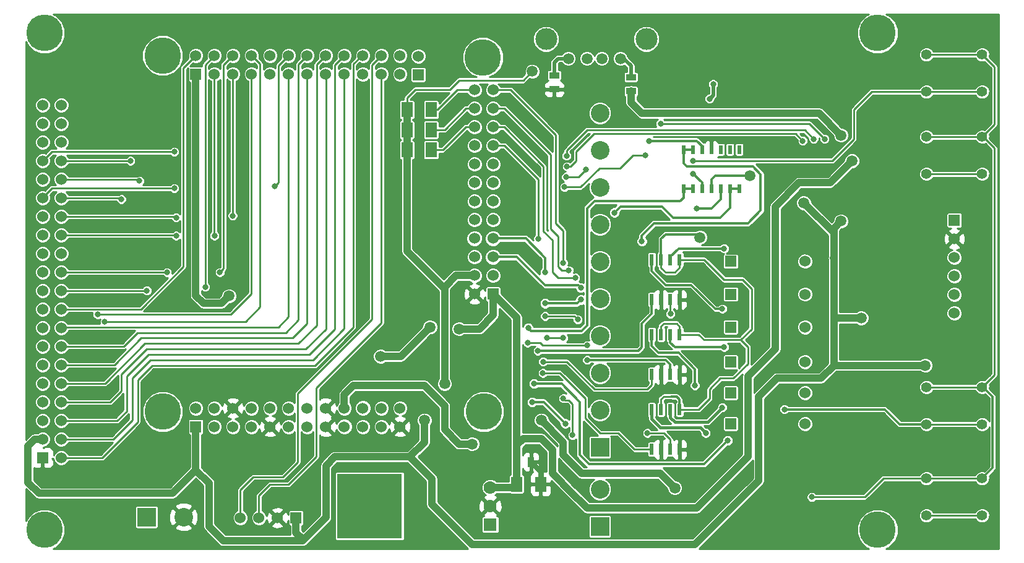
<source format=gbl>
G04 (created by PCBNEW (2013-mar-13)-testing) date jue 26 sep 2013 04:07:39 COT*
%MOIN*%
G04 Gerber Fmt 3.4, Leading zero omitted, Abs format*
%FSLAX34Y34*%
G01*
G70*
G90*
G04 APERTURE LIST*
%ADD10C,0.005906*%
%ADD11R,0.024000X0.059800*%
%ADD12C,0.196900*%
%ADD13R,0.060000X0.060000*%
%ADD14C,0.060000*%
%ADD15C,0.059100*%
%ADD16C,0.118100*%
%ADD17C,0.055000*%
%ADD18R,0.060000X0.080000*%
%ADD19R,0.024000X0.049200*%
%ADD20R,0.070000X0.070000*%
%ADD21C,0.070000*%
%ADD22R,0.350000X0.350000*%
%ADD23R,0.100000X0.100000*%
%ADD24C,0.100000*%
%ADD25R,0.055000X0.035000*%
%ADD26R,0.035000X0.055000*%
%ADD27C,0.031496*%
%ADD28C,0.031500*%
%ADD29C,0.039400*%
%ADD30C,0.011800*%
%ADD31C,0.015700*%
%ADD32C,0.010000*%
%ADD33C,0.019700*%
%ADD34C,0.011400*%
%ADD35C,0.031500*%
G04 APERTURE END LIST*
G54D10*
G54D11*
X67164Y-32276D03*
X67664Y-32276D03*
X68164Y-32276D03*
X68664Y-32276D03*
X68664Y-30126D03*
X68164Y-30126D03*
X67664Y-30126D03*
X67164Y-30126D03*
G54D12*
X79331Y-40649D03*
X79331Y-13878D03*
X34449Y-13878D03*
X34449Y-40650D03*
X58067Y-15196D03*
X40822Y-34279D03*
X58114Y-34275D03*
X40814Y-15098D03*
G54D13*
X42602Y-16094D03*
G54D14*
X42602Y-15094D03*
X43602Y-16094D03*
X43602Y-15094D03*
X44602Y-16094D03*
X44602Y-15094D03*
X45602Y-16094D03*
X45602Y-15094D03*
X46602Y-16094D03*
X46602Y-15094D03*
X47602Y-16094D03*
X47602Y-15094D03*
X48602Y-16094D03*
X48602Y-15094D03*
X49602Y-16094D03*
X49602Y-15094D03*
X50602Y-16094D03*
X50602Y-15094D03*
X51602Y-16094D03*
X51602Y-15094D03*
X52602Y-16094D03*
X52602Y-15094D03*
X53602Y-16094D03*
X53602Y-15094D03*
G54D13*
X42602Y-35094D03*
G54D14*
X42602Y-34094D03*
X43602Y-35094D03*
X43602Y-34094D03*
X44602Y-35094D03*
X44602Y-34094D03*
X45602Y-35094D03*
X45602Y-34094D03*
X46602Y-35094D03*
X46602Y-34094D03*
X47602Y-35094D03*
X47602Y-34094D03*
X48602Y-35094D03*
X48602Y-34094D03*
X49602Y-35094D03*
X49602Y-34094D03*
X50602Y-35094D03*
X50602Y-34094D03*
X51602Y-35094D03*
X51602Y-34094D03*
X52602Y-35094D03*
X52602Y-34094D03*
X53602Y-35094D03*
X53602Y-34094D03*
G54D13*
X58614Y-27944D03*
G54D14*
X57614Y-27944D03*
X58614Y-26944D03*
X57614Y-26944D03*
X58614Y-25944D03*
X57614Y-25944D03*
X58614Y-24944D03*
X57614Y-24944D03*
X58614Y-23944D03*
X57614Y-23944D03*
X58614Y-22944D03*
X57614Y-22944D03*
X58614Y-21944D03*
X57614Y-21944D03*
X58614Y-20944D03*
X57614Y-20944D03*
X58614Y-19944D03*
X57614Y-19944D03*
X58614Y-18944D03*
X57614Y-18944D03*
X58614Y-17944D03*
X57614Y-17944D03*
X58614Y-16944D03*
X57614Y-16944D03*
G54D13*
X54590Y-16125D03*
G54D14*
X54590Y-15125D03*
G54D15*
X62675Y-15256D03*
X63675Y-15256D03*
X64475Y-15256D03*
X65475Y-15256D03*
G54D16*
X61475Y-14206D03*
X66875Y-14206D03*
G54D17*
X84965Y-21473D03*
X84965Y-19473D03*
X81965Y-21473D03*
X81965Y-19473D03*
X84965Y-17044D03*
X84965Y-15044D03*
X81965Y-17044D03*
X81965Y-15044D03*
X84965Y-34957D03*
X84965Y-32957D03*
X81965Y-34957D03*
X81965Y-32957D03*
X84965Y-39878D03*
X84965Y-37878D03*
X81965Y-39878D03*
X81965Y-37878D03*
G54D18*
X59882Y-38189D03*
X61182Y-38189D03*
G54D13*
X34351Y-36764D03*
G54D14*
X35351Y-36764D03*
X34351Y-31764D03*
X35351Y-35764D03*
X34351Y-30764D03*
X35351Y-34764D03*
X34351Y-29764D03*
X35351Y-33764D03*
X34351Y-28764D03*
X35351Y-32764D03*
X34351Y-27764D03*
X35351Y-31764D03*
X34351Y-26764D03*
X35351Y-30764D03*
X34351Y-25764D03*
X35351Y-29764D03*
X34351Y-24764D03*
X35351Y-28764D03*
X34351Y-23764D03*
X35351Y-27764D03*
X34351Y-22764D03*
X35351Y-26764D03*
X34351Y-21764D03*
X35351Y-25764D03*
X35351Y-24764D03*
X34351Y-20764D03*
X35351Y-23764D03*
X35351Y-21764D03*
X35351Y-20764D03*
X35351Y-19764D03*
X35351Y-18764D03*
X34351Y-19764D03*
X34351Y-18764D03*
X34351Y-35764D03*
X34351Y-34764D03*
X34351Y-33764D03*
X34351Y-32764D03*
X34351Y-17764D03*
X35351Y-17764D03*
X35351Y-22764D03*
G54D13*
X83464Y-23975D03*
G54D14*
X83464Y-24975D03*
X83464Y-25975D03*
X83464Y-26975D03*
X83464Y-27975D03*
X83464Y-28975D03*
G54D13*
X71425Y-31595D03*
G54D14*
X75425Y-31595D03*
G54D13*
X71425Y-33268D03*
G54D14*
X75425Y-33268D03*
G54D13*
X71425Y-34941D03*
G54D14*
X75425Y-34941D03*
G54D13*
X71425Y-29725D03*
G54D14*
X75425Y-29725D03*
G54D13*
X71425Y-26181D03*
G54D14*
X75425Y-26181D03*
G54D13*
X71425Y-27953D03*
G54D14*
X75425Y-27953D03*
G54D11*
X67164Y-36312D03*
X67664Y-36312D03*
X68164Y-36312D03*
X68664Y-36312D03*
X68664Y-34162D03*
X68164Y-34162D03*
X67664Y-34162D03*
X67164Y-34162D03*
X67164Y-28241D03*
X67664Y-28241D03*
X68164Y-28241D03*
X68664Y-28241D03*
X68664Y-26091D03*
X68164Y-26091D03*
X67664Y-26091D03*
X67164Y-26091D03*
G54D19*
X71874Y-22262D03*
X71374Y-22262D03*
X70874Y-22262D03*
X70374Y-22262D03*
X69874Y-22262D03*
X69374Y-22262D03*
X68874Y-22262D03*
X68874Y-20162D03*
X69374Y-20162D03*
X69874Y-20162D03*
X70374Y-20162D03*
X70874Y-20162D03*
X71374Y-20162D03*
X71874Y-20162D03*
G54D20*
X58465Y-40370D03*
G54D21*
X58465Y-39370D03*
X58465Y-38370D03*
G54D22*
X51965Y-39370D03*
G54D23*
X39945Y-39961D03*
G54D24*
X41945Y-39961D03*
X64370Y-18201D03*
X64370Y-20201D03*
X64370Y-22201D03*
X64370Y-24201D03*
X64370Y-34201D03*
X64370Y-32201D03*
G54D23*
X64370Y-36201D03*
G54D24*
X64370Y-30201D03*
X64370Y-28201D03*
X64370Y-26201D03*
G54D23*
X64370Y-40469D03*
G54D24*
X64370Y-38469D03*
G54D18*
X53976Y-18012D03*
X55276Y-18012D03*
X53976Y-19095D03*
X55276Y-19095D03*
X53976Y-20177D03*
X55276Y-20177D03*
G54D25*
X66044Y-17009D03*
X66044Y-16259D03*
X61910Y-16911D03*
X61910Y-16161D03*
G54D26*
X59916Y-36988D03*
X60666Y-36988D03*
G54D13*
X48000Y-40000D03*
G54D14*
X47000Y-40000D03*
X46000Y-40000D03*
X45000Y-40000D03*
G54D15*
X77362Y-19390D03*
X77953Y-20768D03*
X56792Y-29823D03*
X55217Y-29725D03*
X52559Y-31300D03*
X44390Y-28051D03*
G54D27*
X69587Y-23327D03*
X69390Y-21457D03*
X67028Y-19685D03*
G54D28*
X70079Y-35433D03*
G54D27*
X70965Y-34055D03*
G54D28*
X69488Y-32874D03*
X71063Y-30807D03*
X70965Y-28740D03*
G54D27*
X71063Y-25492D03*
X65149Y-23555D03*
X63342Y-27598D03*
X60507Y-29771D03*
X63342Y-28251D03*
X66634Y-25099D03*
X61418Y-28445D03*
X61418Y-26772D03*
X61299Y-32200D03*
X62402Y-26280D03*
X66929Y-35433D03*
X61307Y-31586D03*
X63681Y-31496D03*
X62697Y-26674D03*
X61024Y-31004D03*
X63047Y-27066D03*
X68169Y-29015D03*
X43111Y-27559D03*
X39961Y-27756D03*
X60827Y-32776D03*
X71260Y-35827D03*
X62503Y-34921D03*
X60729Y-33760D03*
G54D15*
X61221Y-34744D03*
X68406Y-38386D03*
X57481Y-36024D03*
G54D27*
X41437Y-22244D03*
X46851Y-22146D03*
X41536Y-24803D03*
X43603Y-24803D03*
X41536Y-23819D03*
X44587Y-23721D03*
X41437Y-20276D03*
X37697Y-29429D03*
X43898Y-26772D03*
X41044Y-26772D03*
X37303Y-29036D03*
X75296Y-19685D03*
X62602Y-21078D03*
X60472Y-30570D03*
X63681Y-30709D03*
X74311Y-34154D03*
X69389Y-20759D03*
X62460Y-22177D03*
X66831Y-20473D03*
X67641Y-18767D03*
X63614Y-21244D03*
X62551Y-21637D03*
X76477Y-19587D03*
X62894Y-35551D03*
X75788Y-38878D03*
X62402Y-33563D03*
X62402Y-30315D03*
X61516Y-30315D03*
X61418Y-29134D03*
X63177Y-29314D03*
X61047Y-24956D03*
X62574Y-20496D03*
X75886Y-19587D03*
X39075Y-20768D03*
X38583Y-22835D03*
X39567Y-21851D03*
X70276Y-17422D03*
X70473Y-16634D03*
G54D15*
X72437Y-21574D03*
X75350Y-23031D03*
X60729Y-15945D03*
X78445Y-29233D03*
X81890Y-31792D03*
X77362Y-24016D03*
X54922Y-34744D03*
X56004Y-32776D03*
X69767Y-24885D03*
G54D29*
X62697Y-38485D02*
X62008Y-37796D01*
X66044Y-17619D02*
X66634Y-18209D01*
X66634Y-18209D02*
X76181Y-18209D01*
X76181Y-18209D02*
X77362Y-19390D01*
X77953Y-20768D02*
X76772Y-21949D01*
X76772Y-21949D02*
X75099Y-21949D01*
X75099Y-21949D02*
X73819Y-23229D01*
X73819Y-23229D02*
X73819Y-30906D01*
X73819Y-30906D02*
X72343Y-32382D01*
X72343Y-32382D02*
X72343Y-36713D01*
X72343Y-36713D02*
X69587Y-39469D01*
X69587Y-39469D02*
X63681Y-39469D01*
X63681Y-39469D02*
X62697Y-38485D01*
X66044Y-17009D02*
X66044Y-17619D01*
X60236Y-35729D02*
X59882Y-36083D01*
X61221Y-35729D02*
X60236Y-35729D01*
X61811Y-36319D02*
X61221Y-35729D01*
X61811Y-37598D02*
X61811Y-36319D01*
X62008Y-37795D02*
X61811Y-37598D01*
X62008Y-37796D02*
X62008Y-37795D01*
X42602Y-26181D02*
X42602Y-28035D01*
X42602Y-28035D02*
X43012Y-28445D01*
X58614Y-27944D02*
X58614Y-29084D01*
X58614Y-29084D02*
X57875Y-29823D01*
X57875Y-29823D02*
X56792Y-29823D01*
X55217Y-29725D02*
X53642Y-31300D01*
X53642Y-31300D02*
X52559Y-31300D01*
X44390Y-28051D02*
X43996Y-28445D01*
X43996Y-28445D02*
X43012Y-28445D01*
X42602Y-26181D02*
X42602Y-16094D01*
X58465Y-38370D02*
X59701Y-38370D01*
X59882Y-29212D02*
X58614Y-27944D01*
X59882Y-37008D02*
X59882Y-36083D01*
X59882Y-36083D02*
X59882Y-29212D01*
X59701Y-38370D02*
X59882Y-38189D01*
X59882Y-38189D02*
X59882Y-37008D01*
G54D30*
X70874Y-22827D02*
X70374Y-23327D01*
X70374Y-23327D02*
X69587Y-23327D01*
X70874Y-22262D02*
X70874Y-22827D01*
X69874Y-21941D02*
X69390Y-21457D01*
X69874Y-22262D02*
X69874Y-21941D01*
X69587Y-19685D02*
X67028Y-19685D01*
X69874Y-19972D02*
X69587Y-19685D01*
X69874Y-20162D02*
X69874Y-19972D01*
G54D31*
X69784Y-35138D02*
X70079Y-35433D01*
X67164Y-34683D02*
X67619Y-35138D01*
X67619Y-35138D02*
X69784Y-35138D01*
X67164Y-34162D02*
X67164Y-34683D01*
X70177Y-34843D02*
X70965Y-34055D01*
X68406Y-34843D02*
X70177Y-34843D01*
X68164Y-34601D02*
X68406Y-34843D01*
X68164Y-34162D02*
X68164Y-34601D01*
G54D30*
X69488Y-31988D02*
X69488Y-32874D01*
X67521Y-31103D02*
X68603Y-31103D01*
X67164Y-30746D02*
X67521Y-31103D01*
X67164Y-30126D02*
X67164Y-30746D01*
X68603Y-31103D02*
X69488Y-31988D01*
X68164Y-30126D02*
X68164Y-30565D01*
X68164Y-30565D02*
X68406Y-30807D01*
X68406Y-30807D02*
X71063Y-30807D01*
X67164Y-26091D02*
X67164Y-26711D01*
X70571Y-28740D02*
X70965Y-28740D01*
X67164Y-26711D02*
X67914Y-27461D01*
X69292Y-27461D02*
X70571Y-28740D01*
X67914Y-27461D02*
X69292Y-27461D01*
X68603Y-25492D02*
X71063Y-25492D01*
X68164Y-25931D02*
X68603Y-25492D01*
X68164Y-26091D02*
X68164Y-25931D01*
X65149Y-23555D02*
X65475Y-23229D01*
X65475Y-23229D02*
X67717Y-23229D01*
X67717Y-23229D02*
X68307Y-23819D01*
X61700Y-27461D02*
X63205Y-27461D01*
X58614Y-25944D02*
X59901Y-25944D01*
X59901Y-25944D02*
X61418Y-27461D01*
X61418Y-27461D02*
X61700Y-27461D01*
X63205Y-27461D02*
X63342Y-27598D01*
X71374Y-22262D02*
X71874Y-22262D01*
X71374Y-23312D02*
X71374Y-22262D01*
X68307Y-23819D02*
X70867Y-23819D01*
X67717Y-23229D02*
X68307Y-23819D01*
X70867Y-23819D02*
X71374Y-23312D01*
X61271Y-29922D02*
X61882Y-29922D01*
X61885Y-29925D02*
X61885Y-29922D01*
X61882Y-29922D02*
X61885Y-29925D01*
X60658Y-29922D02*
X61271Y-29922D01*
X60507Y-29771D02*
X60658Y-29922D01*
X61885Y-29922D02*
X63386Y-29922D01*
X63386Y-29922D02*
X63681Y-29627D01*
X63681Y-29627D02*
X63681Y-29626D01*
X68701Y-22933D02*
X64076Y-22933D01*
X64076Y-22933D02*
X63681Y-23328D01*
X63681Y-23328D02*
X63681Y-28642D01*
X68874Y-22262D02*
X68874Y-22760D01*
X68874Y-22262D02*
X69374Y-22262D01*
X63681Y-29626D02*
X63681Y-28642D01*
X68874Y-22760D02*
X68701Y-22933D01*
X66634Y-25099D02*
X66634Y-24795D01*
X72350Y-24129D02*
X73032Y-23448D01*
X67299Y-24129D02*
X72350Y-24129D01*
X66634Y-24795D02*
X67299Y-24129D01*
X68874Y-20162D02*
X68874Y-20889D01*
X68874Y-20889D02*
X69066Y-21082D01*
X73031Y-21492D02*
X73031Y-21850D01*
X72622Y-21082D02*
X73031Y-21492D01*
X69066Y-21082D02*
X72622Y-21082D01*
X62507Y-28445D02*
X63149Y-28445D01*
X63149Y-28445D02*
X63342Y-28251D01*
X61418Y-28445D02*
X62507Y-28445D01*
X61418Y-25985D02*
X61418Y-26772D01*
X60377Y-24944D02*
X61418Y-25985D01*
X58614Y-24944D02*
X60377Y-24944D01*
X73032Y-21851D02*
X73031Y-21850D01*
X73032Y-23448D02*
X73032Y-21851D01*
X69374Y-20162D02*
X68874Y-20162D01*
G54D32*
X61299Y-32200D02*
X61315Y-32185D01*
X61315Y-32185D02*
X62205Y-32185D01*
X55276Y-18012D02*
X55610Y-18012D01*
X56678Y-16944D02*
X57614Y-16944D01*
X55610Y-18012D02*
X56678Y-16944D01*
X63583Y-33563D02*
X62205Y-32185D01*
X66234Y-36312D02*
X65355Y-35433D01*
X67164Y-36312D02*
X66234Y-36312D01*
X64370Y-35433D02*
X63583Y-34646D01*
X65355Y-35433D02*
X64370Y-35433D01*
X63583Y-34646D02*
X63583Y-33563D01*
X58614Y-16944D02*
X59558Y-16944D01*
X61992Y-24122D02*
X62402Y-24531D01*
X61992Y-19377D02*
X61992Y-24122D01*
X59558Y-16944D02*
X61992Y-19377D01*
X62402Y-24531D02*
X62402Y-26280D01*
X68164Y-35782D02*
X68164Y-36312D01*
X67815Y-35433D02*
X68164Y-35782D01*
X66929Y-35433D02*
X67815Y-35433D01*
X61315Y-31595D02*
X62599Y-31595D01*
X61307Y-31586D02*
X61315Y-31595D01*
X67164Y-32837D02*
X67164Y-32276D01*
X62599Y-31595D02*
X64075Y-33071D01*
X64075Y-33071D02*
X66930Y-33071D01*
X66930Y-33071D02*
X67164Y-32837D01*
X55276Y-19095D02*
X56004Y-19095D01*
X57155Y-17944D02*
X57614Y-17944D01*
X56004Y-19095D02*
X57155Y-17944D01*
X58614Y-17944D02*
X59223Y-17944D01*
X61708Y-20429D02*
X61708Y-21251D01*
X59223Y-17944D02*
X61708Y-20429D01*
X62107Y-24835D02*
X62107Y-26478D01*
G54D30*
X67913Y-31496D02*
X63681Y-31496D01*
X68164Y-31747D02*
X67913Y-31496D01*
X68164Y-32276D02*
X68164Y-31747D01*
G54D32*
X62303Y-26674D02*
X62697Y-26674D01*
X62107Y-26478D02*
X62303Y-26674D01*
X61708Y-21251D02*
X61708Y-24437D01*
X61708Y-24437D02*
X62107Y-24835D01*
X55276Y-20177D02*
X55906Y-20177D01*
X57139Y-18944D02*
X57614Y-18944D01*
X55906Y-20177D02*
X57139Y-18944D01*
G54D30*
X66438Y-31004D02*
X61024Y-31004D01*
X66634Y-30808D02*
X66438Y-31004D01*
X67164Y-28998D02*
X66634Y-29528D01*
X67164Y-28241D02*
X67164Y-28998D01*
X66634Y-29528D02*
X66634Y-30808D01*
G54D32*
X58614Y-18944D02*
X59207Y-18944D01*
X61334Y-21070D02*
X61334Y-21448D01*
X59207Y-18944D02*
X61334Y-21070D01*
X61811Y-25031D02*
X61811Y-26772D01*
X61334Y-21448D02*
X61334Y-24555D01*
X61334Y-24555D02*
X61811Y-25031D01*
X62105Y-27066D02*
X63047Y-27066D01*
X61811Y-26772D02*
X62105Y-27066D01*
X68164Y-29010D02*
X68164Y-28241D01*
X68169Y-29015D02*
X68164Y-29010D01*
X43111Y-27559D02*
X43111Y-26575D01*
X43111Y-27559D02*
X43111Y-27067D01*
X43111Y-27067D02*
X43111Y-26575D01*
X43111Y-26575D02*
X43111Y-25689D01*
X43111Y-15585D02*
X43602Y-15094D01*
X43111Y-25689D02*
X43111Y-15585D01*
X35351Y-27764D02*
X39953Y-27764D01*
X39953Y-27764D02*
X39961Y-27756D01*
X35351Y-28764D02*
X39642Y-28764D01*
X41929Y-15767D02*
X42602Y-15094D01*
X39642Y-28764D02*
X41929Y-26477D01*
X41929Y-26477D02*
X41929Y-15767D01*
G54D30*
X71260Y-35827D02*
X69980Y-37107D01*
X69980Y-37107D02*
X63780Y-37107D01*
X60827Y-32776D02*
X62304Y-32776D01*
X62304Y-32776D02*
X63288Y-33760D01*
X63780Y-37107D02*
X63288Y-36615D01*
X63288Y-33760D02*
X63288Y-36615D01*
X60729Y-33760D02*
X61342Y-33760D01*
X61342Y-33760D02*
X62503Y-34921D01*
G54D29*
X62402Y-35925D02*
X62402Y-36615D01*
X61221Y-34744D02*
X62402Y-35925D01*
X56792Y-36024D02*
X57481Y-36024D01*
X56004Y-35236D02*
X56792Y-36024D01*
X54922Y-32874D02*
X56004Y-33956D01*
X51083Y-32874D02*
X54922Y-32874D01*
X62402Y-36615D02*
X63386Y-37599D01*
X56004Y-33956D02*
X56004Y-35236D01*
X67619Y-37599D02*
X68406Y-38386D01*
X50602Y-34094D02*
X50602Y-33355D01*
X50602Y-33355D02*
X51083Y-32874D01*
X63386Y-37599D02*
X67619Y-37599D01*
G54D32*
X34843Y-22244D02*
X41437Y-22244D01*
X34351Y-22736D02*
X34843Y-22244D01*
X46851Y-22146D02*
X47048Y-21949D01*
X47048Y-21949D02*
X47048Y-15648D01*
X47048Y-15648D02*
X47602Y-15094D01*
X34351Y-22764D02*
X34351Y-22736D01*
X39469Y-32579D02*
X40256Y-31792D01*
X39469Y-34842D02*
X39469Y-32579D01*
X37547Y-36764D02*
X39469Y-34842D01*
X51540Y-15094D02*
X51083Y-15551D01*
X51083Y-15551D02*
X51083Y-29724D01*
X51083Y-29724D02*
X50689Y-30118D01*
X51602Y-15094D02*
X51540Y-15094D01*
X35351Y-36764D02*
X37547Y-36764D01*
X40256Y-31792D02*
X49015Y-31792D01*
X49015Y-31792D02*
X50689Y-30118D01*
X38154Y-35764D02*
X39174Y-34744D01*
X50602Y-29812D02*
X50602Y-16094D01*
X48918Y-31496D02*
X50602Y-29812D01*
X39174Y-34744D02*
X39174Y-32480D01*
X39174Y-32480D02*
X40158Y-31496D01*
X40158Y-31496D02*
X48918Y-31496D01*
X35351Y-35764D02*
X38154Y-35764D01*
X35351Y-34764D02*
X38366Y-34764D01*
X50099Y-15597D02*
X50602Y-15094D01*
X40060Y-31201D02*
X48721Y-31201D01*
X50099Y-29823D02*
X50099Y-15597D01*
X38878Y-32383D02*
X40060Y-31201D01*
X48721Y-31201D02*
X50099Y-29823D01*
X38366Y-34764D02*
X38878Y-34252D01*
X38878Y-34252D02*
X38878Y-32383D01*
X48524Y-30906D02*
X49607Y-29823D01*
X49607Y-29823D02*
X49607Y-16099D01*
X49607Y-16099D02*
X49602Y-16094D01*
X38583Y-33170D02*
X38583Y-32283D01*
X39960Y-30906D02*
X48524Y-30906D01*
X35351Y-33764D02*
X37989Y-33764D01*
X37989Y-33764D02*
X38583Y-33170D01*
X38583Y-32283D02*
X39960Y-30906D01*
X37709Y-32764D02*
X39862Y-30611D01*
X48129Y-30611D02*
X49114Y-29626D01*
X35351Y-32764D02*
X37709Y-32764D01*
X49114Y-15582D02*
X49602Y-15094D01*
X39862Y-30611D02*
X48129Y-30611D01*
X49114Y-29626D02*
X49114Y-15582D01*
X38217Y-31764D02*
X39666Y-30315D01*
X47835Y-30315D02*
X48602Y-29548D01*
X48602Y-29548D02*
X48602Y-16094D01*
X35351Y-31764D02*
X38217Y-31764D01*
X39666Y-30315D02*
X47835Y-30315D01*
X47441Y-30020D02*
X48130Y-29331D01*
X35351Y-30764D02*
X38724Y-30764D01*
X48130Y-29331D02*
X48130Y-15566D01*
X48130Y-15566D02*
X48602Y-15094D01*
X38724Y-30764D02*
X39468Y-30020D01*
X39468Y-30020D02*
X47441Y-30020D01*
X47602Y-16094D02*
X47602Y-29170D01*
X35390Y-29725D02*
X35351Y-29764D01*
X47602Y-29170D02*
X47047Y-29725D01*
X47047Y-29725D02*
X35390Y-29725D01*
X43602Y-24802D02*
X43602Y-16094D01*
X35351Y-24764D02*
X41497Y-24764D01*
X41497Y-24764D02*
X41536Y-24803D01*
X43603Y-24803D02*
X43602Y-24802D01*
X35351Y-23764D02*
X41481Y-23764D01*
X44602Y-23706D02*
X44602Y-16094D01*
X44587Y-23721D02*
X44602Y-23706D01*
X41481Y-23764D02*
X41536Y-23819D01*
X34843Y-20276D02*
X41437Y-20276D01*
X34355Y-20764D02*
X34843Y-20276D01*
X34351Y-20764D02*
X34355Y-20764D01*
X46063Y-15551D02*
X46063Y-28642D01*
X46063Y-28642D02*
X45276Y-29429D01*
X45276Y-29429D02*
X43209Y-29429D01*
X45602Y-15094D02*
X45606Y-15094D01*
X45606Y-15094D02*
X46063Y-15551D01*
X37697Y-29429D02*
X43209Y-29429D01*
X44095Y-26575D02*
X44095Y-25296D01*
X43898Y-26772D02*
X44095Y-26575D01*
X41036Y-26764D02*
X41044Y-26772D01*
X44095Y-25296D02*
X44095Y-15601D01*
X44095Y-15601D02*
X44602Y-15094D01*
X35351Y-26764D02*
X41036Y-26764D01*
X45602Y-27922D02*
X45602Y-16094D01*
X44488Y-29036D02*
X45602Y-27922D01*
X39174Y-29036D02*
X44488Y-29036D01*
X37303Y-29036D02*
X39174Y-29036D01*
X74740Y-19292D02*
X74903Y-19292D01*
X74903Y-19292D02*
X75296Y-19685D01*
X64053Y-19313D02*
X64075Y-19292D01*
X64075Y-19292D02*
X74740Y-19292D01*
X74903Y-19292D02*
X75296Y-19685D01*
X63091Y-20342D02*
X63091Y-20276D01*
X63091Y-20276D02*
X64053Y-19313D01*
X63091Y-20768D02*
X63091Y-20342D01*
X62602Y-21078D02*
X62606Y-21082D01*
X62606Y-21082D02*
X62776Y-21082D01*
X62776Y-21082D02*
X63091Y-20768D01*
X61141Y-30574D02*
X61275Y-30709D01*
X60476Y-30574D02*
X61141Y-30574D01*
X60472Y-30570D02*
X60476Y-30574D01*
X61275Y-30709D02*
X63681Y-30709D01*
G54D30*
X79725Y-34154D02*
X80528Y-34957D01*
X80528Y-34957D02*
X81965Y-34957D01*
X74311Y-34154D02*
X79725Y-34154D01*
G54D32*
X81965Y-34957D02*
X84965Y-34957D01*
X76861Y-20759D02*
X76878Y-20759D01*
X76878Y-20759D02*
X78051Y-19587D01*
X69389Y-20759D02*
X76861Y-20759D01*
X62460Y-22177D02*
X63334Y-22177D01*
X64349Y-21162D02*
X65453Y-21162D01*
X63334Y-22177D02*
X64349Y-21162D01*
X78051Y-18012D02*
X79019Y-17044D01*
X79019Y-17044D02*
X81965Y-17044D01*
X78051Y-19587D02*
X78051Y-18012D01*
X66142Y-20473D02*
X66831Y-20473D01*
X65453Y-21162D02*
X66142Y-20473D01*
X81965Y-17044D02*
X84965Y-17044D01*
X75649Y-18759D02*
X76477Y-19587D01*
X67649Y-18759D02*
X75649Y-18759D01*
X67641Y-18767D02*
X67649Y-18759D01*
X62551Y-21637D02*
X63220Y-21637D01*
X63220Y-21637D02*
X63614Y-21244D01*
X81965Y-21473D02*
X84965Y-21473D01*
X62894Y-34909D02*
X62894Y-35551D01*
X78642Y-38878D02*
X79642Y-37878D01*
X75788Y-38878D02*
X78642Y-38878D01*
X62894Y-33859D02*
X62894Y-34909D01*
X62697Y-33662D02*
X62894Y-33859D01*
X62501Y-33662D02*
X62697Y-33662D01*
X62402Y-33563D02*
X62501Y-33662D01*
X61516Y-30315D02*
X62402Y-30315D01*
G54D30*
X84965Y-32957D02*
X85024Y-32957D01*
X85532Y-37311D02*
X84965Y-37878D01*
X85532Y-33465D02*
X85532Y-37311D01*
X85024Y-32957D02*
X85532Y-33465D01*
G54D32*
X84965Y-32957D02*
X81965Y-32957D01*
X81965Y-15044D02*
X84965Y-15044D01*
X84965Y-15044D02*
X85630Y-15709D01*
X85024Y-19473D02*
X85630Y-20079D01*
X85630Y-18808D02*
X84965Y-19473D01*
X84965Y-19473D02*
X81965Y-19473D01*
X85630Y-20079D02*
X85630Y-32292D01*
X84965Y-19473D02*
X85024Y-19473D01*
X85630Y-15709D02*
X85630Y-18808D01*
X85630Y-32292D02*
X84965Y-32957D01*
X81965Y-37878D02*
X84965Y-37878D01*
X79642Y-37878D02*
X81965Y-37878D01*
X58614Y-19944D02*
X59235Y-19944D01*
X61047Y-21755D02*
X61047Y-22070D01*
X59235Y-19944D02*
X61047Y-21755D01*
X61418Y-29134D02*
X62996Y-29134D01*
X62996Y-29134D02*
X63177Y-29314D01*
X61047Y-22070D02*
X61047Y-24956D01*
X84965Y-39878D02*
X81965Y-39878D01*
X62574Y-20496D02*
X62574Y-20216D01*
X75409Y-19110D02*
X75886Y-19587D01*
X63681Y-19110D02*
X75409Y-19110D01*
X62574Y-20216D02*
X63681Y-19110D01*
X46000Y-40000D02*
X46000Y-38800D01*
X52602Y-29498D02*
X52602Y-16094D01*
X49100Y-33000D02*
X52602Y-29498D01*
X49100Y-36700D02*
X49100Y-33000D01*
X47600Y-38200D02*
X49100Y-36700D01*
X46600Y-38200D02*
X47600Y-38200D01*
X46000Y-38800D02*
X46600Y-38200D01*
X39071Y-20764D02*
X35351Y-20764D01*
X39075Y-20768D02*
X39071Y-20764D01*
X38583Y-22835D02*
X38512Y-22764D01*
X38512Y-22764D02*
X35351Y-22764D01*
X39480Y-21764D02*
X35351Y-21764D01*
X39567Y-21851D02*
X39480Y-21764D01*
X52602Y-15094D02*
X52602Y-15098D01*
X45000Y-38500D02*
X45000Y-40000D01*
X45700Y-37800D02*
X45000Y-38500D01*
X47300Y-37800D02*
X45700Y-37800D01*
X48100Y-37000D02*
X47300Y-37800D01*
X48100Y-33300D02*
X48100Y-37000D01*
X52100Y-29300D02*
X48100Y-33300D01*
X52100Y-15600D02*
X52100Y-29300D01*
X52602Y-15098D02*
X52100Y-15600D01*
G54D33*
X65650Y-15256D02*
X66044Y-15650D01*
X65475Y-15256D02*
X65650Y-15256D01*
X66044Y-15650D02*
X66044Y-16259D01*
X70473Y-17225D02*
X70473Y-16634D01*
X70276Y-17422D02*
X70473Y-17225D01*
X61910Y-16161D02*
X61910Y-15453D01*
X62107Y-15256D02*
X62675Y-15256D01*
X61910Y-15453D02*
X62107Y-15256D01*
G54D29*
X48342Y-41225D02*
X44079Y-41225D01*
X44079Y-41225D02*
X43307Y-40453D01*
X48000Y-40000D02*
X48000Y-40800D01*
X48342Y-41142D02*
X48342Y-41225D01*
X48000Y-40800D02*
X48342Y-41142D01*
G54D30*
X70374Y-22262D02*
X70374Y-21783D01*
X70582Y-21574D02*
X72437Y-21574D01*
X70374Y-21783D02*
X70582Y-21574D01*
G54D29*
X76969Y-24897D02*
X76969Y-25991D01*
X76956Y-26003D02*
X76969Y-26003D01*
X76969Y-25991D02*
X76956Y-26003D01*
X76969Y-24650D02*
X76969Y-24897D01*
X75350Y-23031D02*
X76969Y-24650D01*
G54D34*
X53976Y-18012D02*
X53976Y-17382D01*
X60237Y-16437D02*
X60729Y-15945D01*
X56792Y-16437D02*
X60237Y-16437D01*
X56300Y-16929D02*
X56792Y-16437D01*
X54429Y-16929D02*
X56300Y-16929D01*
X53976Y-17382D02*
X54429Y-16929D01*
G54D29*
X78445Y-29233D02*
X76969Y-29233D01*
X78150Y-31791D02*
X81889Y-31791D01*
X81889Y-31791D02*
X81890Y-31792D01*
X76969Y-31791D02*
X78150Y-31791D01*
X77362Y-24016D02*
X76969Y-24409D01*
X76969Y-24409D02*
X76969Y-25099D01*
X55315Y-37894D02*
X54134Y-36713D01*
X76969Y-25099D02*
X76969Y-25468D01*
X76969Y-25468D02*
X76969Y-26003D01*
X76969Y-26003D02*
X76969Y-29233D01*
X76969Y-29233D02*
X76969Y-31791D01*
X76969Y-31791D02*
X76279Y-32481D01*
X76279Y-32481D02*
X73917Y-32481D01*
X73917Y-32481D02*
X72933Y-33465D01*
X72933Y-33465D02*
X72933Y-37992D01*
X72933Y-37992D02*
X69488Y-41437D01*
X69488Y-41437D02*
X57480Y-41437D01*
X57480Y-41437D02*
X55315Y-39272D01*
X55315Y-39272D02*
X55315Y-37894D01*
X53976Y-18012D02*
X53976Y-19095D01*
X53976Y-19095D02*
X53976Y-20177D01*
X53976Y-20177D02*
X53976Y-25630D01*
X53976Y-25630D02*
X56004Y-27658D01*
X43307Y-40453D02*
X43307Y-38123D01*
X43307Y-38123D02*
X42602Y-37418D01*
X54134Y-36713D02*
X50099Y-36713D01*
X50099Y-36713D02*
X49607Y-37205D01*
X49607Y-37205D02*
X49607Y-39960D01*
X49607Y-39960D02*
X48342Y-41225D01*
X54922Y-35925D02*
X54134Y-36713D01*
X54922Y-34744D02*
X54922Y-35925D01*
X56004Y-27658D02*
X56004Y-32776D01*
X57614Y-26944D02*
X56620Y-26944D01*
X56004Y-27560D02*
X56004Y-27658D01*
X56620Y-26944D02*
X56004Y-27560D01*
X37894Y-38681D02*
X41339Y-38681D01*
X34351Y-35764D02*
X33921Y-35764D01*
X33921Y-35764D02*
X33563Y-36122D01*
X33563Y-36122D02*
X33563Y-38091D01*
X33563Y-38091D02*
X34153Y-38681D01*
X34153Y-38681D02*
X37894Y-38681D01*
X42323Y-37697D02*
X42602Y-37418D01*
X41339Y-38681D02*
X42323Y-37697D01*
X42602Y-37418D02*
X42602Y-35094D01*
G54D30*
X67664Y-26091D02*
X67664Y-24965D01*
X69606Y-24724D02*
X69767Y-24885D01*
X67905Y-24724D02*
X69606Y-24724D01*
X67664Y-24965D02*
X67905Y-24724D01*
G54D34*
X67664Y-26091D02*
X67664Y-26523D01*
X67664Y-26523D02*
X67913Y-26772D01*
X67913Y-26772D02*
X68406Y-26772D01*
X68406Y-26772D02*
X68664Y-26514D01*
X68664Y-26514D02*
X68664Y-26091D01*
X68664Y-26091D02*
X69989Y-26091D01*
X72540Y-29823D02*
X71949Y-30414D01*
X72540Y-27658D02*
X72540Y-29823D01*
X72048Y-27166D02*
X72540Y-27658D01*
X71064Y-27166D02*
X72048Y-27166D01*
X69989Y-26091D02*
X71064Y-27166D01*
X68664Y-26514D02*
X68664Y-26091D01*
X68406Y-26772D02*
X68664Y-26514D01*
X67913Y-26772D02*
X68406Y-26772D01*
X67664Y-26523D02*
X67913Y-26772D01*
X68012Y-29528D02*
X67815Y-29528D01*
X67664Y-29679D02*
X67815Y-29528D01*
X67664Y-29679D02*
X67664Y-30126D01*
X68664Y-29688D02*
X68664Y-30126D01*
X68504Y-29528D02*
X68664Y-29688D01*
X68012Y-29528D02*
X68504Y-29528D01*
X68664Y-34162D02*
X69677Y-34162D01*
X69677Y-34162D02*
X70276Y-33563D01*
X70276Y-33563D02*
X70276Y-33071D01*
X70276Y-33071D02*
X70866Y-32481D01*
X70866Y-32481D02*
X71555Y-32481D01*
X71555Y-32481D02*
X72343Y-31693D01*
X72343Y-31693D02*
X72343Y-30808D01*
X72343Y-30808D02*
X71949Y-30414D01*
X69693Y-30126D02*
X68664Y-30126D01*
X71949Y-30414D02*
X69981Y-30414D01*
X69981Y-30414D02*
X69693Y-30126D01*
X67664Y-34162D02*
X67664Y-33616D01*
X67815Y-33465D02*
X68209Y-33465D01*
X67664Y-33616D02*
X67815Y-33465D01*
G54D30*
X68209Y-33465D02*
X68504Y-33465D01*
X68504Y-33465D02*
X68664Y-33625D01*
X68664Y-33625D02*
X68664Y-34162D01*
G54D35*
X61182Y-38189D02*
X61182Y-37503D01*
X61182Y-37503D02*
X60666Y-36988D01*
G54D10*
G36*
X57243Y-41662D02*
X53844Y-41662D01*
X53844Y-41145D01*
X53844Y-41094D01*
X53844Y-37594D01*
X53824Y-37546D01*
X53788Y-37510D01*
X53740Y-37491D01*
X53689Y-37491D01*
X50189Y-37491D01*
X50141Y-37510D01*
X50105Y-37546D01*
X50086Y-37594D01*
X50086Y-37645D01*
X50086Y-41145D01*
X50105Y-41193D01*
X50141Y-41229D01*
X50189Y-41249D01*
X50240Y-41249D01*
X53740Y-41249D01*
X53788Y-41229D01*
X53824Y-41193D01*
X53844Y-41145D01*
X53844Y-41662D01*
X42734Y-41662D01*
X42734Y-40099D01*
X42727Y-39786D01*
X42621Y-39531D01*
X42495Y-39481D01*
X42424Y-39552D01*
X42424Y-39410D01*
X42374Y-39284D01*
X42083Y-39171D01*
X41770Y-39178D01*
X41515Y-39284D01*
X41465Y-39410D01*
X41945Y-39890D01*
X42424Y-39410D01*
X42424Y-39552D01*
X42015Y-39961D01*
X42495Y-40440D01*
X42621Y-40390D01*
X42734Y-40099D01*
X42734Y-41662D01*
X42424Y-41662D01*
X42424Y-40511D01*
X41945Y-40031D01*
X41874Y-40102D01*
X41874Y-39961D01*
X41394Y-39481D01*
X41268Y-39531D01*
X41155Y-39822D01*
X41162Y-40135D01*
X41268Y-40390D01*
X41394Y-40440D01*
X41874Y-39961D01*
X41874Y-40102D01*
X41465Y-40511D01*
X41515Y-40637D01*
X41806Y-40750D01*
X42119Y-40743D01*
X42374Y-40637D01*
X42424Y-40511D01*
X42424Y-41662D01*
X40574Y-41662D01*
X40574Y-40486D01*
X40574Y-40435D01*
X40574Y-39435D01*
X40554Y-39387D01*
X40518Y-39351D01*
X40470Y-39332D01*
X40419Y-39332D01*
X39419Y-39332D01*
X39371Y-39351D01*
X39335Y-39387D01*
X39316Y-39435D01*
X39316Y-39486D01*
X39316Y-40486D01*
X39335Y-40534D01*
X39371Y-40570D01*
X39419Y-40590D01*
X39470Y-40590D01*
X40470Y-40590D01*
X40518Y-40570D01*
X40554Y-40534D01*
X40574Y-40486D01*
X40574Y-41662D01*
X34915Y-41662D01*
X35078Y-41594D01*
X35392Y-41281D01*
X35562Y-40872D01*
X35562Y-40429D01*
X35393Y-40020D01*
X35080Y-39706D01*
X34671Y-39536D01*
X34228Y-39536D01*
X33819Y-39705D01*
X33505Y-40018D01*
X33437Y-40183D01*
X33437Y-38426D01*
X33922Y-38911D01*
X33922Y-38911D01*
X34028Y-38982D01*
X34153Y-39007D01*
X37894Y-39007D01*
X41339Y-39007D01*
X41463Y-38982D01*
X41569Y-38911D01*
X42553Y-37927D01*
X42601Y-37879D01*
X42981Y-38258D01*
X42981Y-40453D01*
X43005Y-40577D01*
X43076Y-40683D01*
X43848Y-41455D01*
X43954Y-41526D01*
X44079Y-41551D01*
X48342Y-41551D01*
X48466Y-41526D01*
X48572Y-41455D01*
X49837Y-40190D01*
X49837Y-40190D01*
X49837Y-40190D01*
X49908Y-40084D01*
X49933Y-39960D01*
X49933Y-39960D01*
X49933Y-39959D01*
X49933Y-37340D01*
X50234Y-37039D01*
X53998Y-37039D01*
X54989Y-38029D01*
X54989Y-39272D01*
X55013Y-39396D01*
X55084Y-39502D01*
X57243Y-41662D01*
X57243Y-41662D01*
G37*
G54D32*
X57243Y-41662D02*
X53844Y-41662D01*
X53844Y-41145D01*
X53844Y-41094D01*
X53844Y-37594D01*
X53824Y-37546D01*
X53788Y-37510D01*
X53740Y-37491D01*
X53689Y-37491D01*
X50189Y-37491D01*
X50141Y-37510D01*
X50105Y-37546D01*
X50086Y-37594D01*
X50086Y-37645D01*
X50086Y-41145D01*
X50105Y-41193D01*
X50141Y-41229D01*
X50189Y-41249D01*
X50240Y-41249D01*
X53740Y-41249D01*
X53788Y-41229D01*
X53824Y-41193D01*
X53844Y-41145D01*
X53844Y-41662D01*
X42734Y-41662D01*
X42734Y-40099D01*
X42727Y-39786D01*
X42621Y-39531D01*
X42495Y-39481D01*
X42424Y-39552D01*
X42424Y-39410D01*
X42374Y-39284D01*
X42083Y-39171D01*
X41770Y-39178D01*
X41515Y-39284D01*
X41465Y-39410D01*
X41945Y-39890D01*
X42424Y-39410D01*
X42424Y-39552D01*
X42015Y-39961D01*
X42495Y-40440D01*
X42621Y-40390D01*
X42734Y-40099D01*
X42734Y-41662D01*
X42424Y-41662D01*
X42424Y-40511D01*
X41945Y-40031D01*
X41874Y-40102D01*
X41874Y-39961D01*
X41394Y-39481D01*
X41268Y-39531D01*
X41155Y-39822D01*
X41162Y-40135D01*
X41268Y-40390D01*
X41394Y-40440D01*
X41874Y-39961D01*
X41874Y-40102D01*
X41465Y-40511D01*
X41515Y-40637D01*
X41806Y-40750D01*
X42119Y-40743D01*
X42374Y-40637D01*
X42424Y-40511D01*
X42424Y-41662D01*
X40574Y-41662D01*
X40574Y-40486D01*
X40574Y-40435D01*
X40574Y-39435D01*
X40554Y-39387D01*
X40518Y-39351D01*
X40470Y-39332D01*
X40419Y-39332D01*
X39419Y-39332D01*
X39371Y-39351D01*
X39335Y-39387D01*
X39316Y-39435D01*
X39316Y-39486D01*
X39316Y-40486D01*
X39335Y-40534D01*
X39371Y-40570D01*
X39419Y-40590D01*
X39470Y-40590D01*
X40470Y-40590D01*
X40518Y-40570D01*
X40554Y-40534D01*
X40574Y-40486D01*
X40574Y-41662D01*
X34915Y-41662D01*
X35078Y-41594D01*
X35392Y-41281D01*
X35562Y-40872D01*
X35562Y-40429D01*
X35393Y-40020D01*
X35080Y-39706D01*
X34671Y-39536D01*
X34228Y-39536D01*
X33819Y-39705D01*
X33505Y-40018D01*
X33437Y-40183D01*
X33437Y-38426D01*
X33922Y-38911D01*
X33922Y-38911D01*
X34028Y-38982D01*
X34153Y-39007D01*
X37894Y-39007D01*
X41339Y-39007D01*
X41463Y-38982D01*
X41569Y-38911D01*
X42553Y-37927D01*
X42601Y-37879D01*
X42981Y-38258D01*
X42981Y-40453D01*
X43005Y-40577D01*
X43076Y-40683D01*
X43848Y-41455D01*
X43954Y-41526D01*
X44079Y-41551D01*
X48342Y-41551D01*
X48466Y-41526D01*
X48572Y-41455D01*
X49837Y-40190D01*
X49837Y-40190D01*
X49837Y-40190D01*
X49908Y-40084D01*
X49933Y-39960D01*
X49933Y-39960D01*
X49933Y-39959D01*
X49933Y-37340D01*
X50234Y-37039D01*
X53998Y-37039D01*
X54989Y-38029D01*
X54989Y-39272D01*
X55013Y-39396D01*
X55084Y-39502D01*
X57243Y-41662D01*
G54D10*
G36*
X85855Y-41662D02*
X85809Y-41662D01*
X85809Y-32292D01*
X85809Y-20079D01*
X85795Y-20010D01*
X85756Y-19952D01*
X85365Y-19561D01*
X85368Y-19553D01*
X85369Y-19392D01*
X85348Y-19342D01*
X85756Y-18934D01*
X85795Y-18876D01*
X85809Y-18808D01*
X85809Y-15709D01*
X85795Y-15640D01*
X85756Y-15582D01*
X85348Y-15174D01*
X85368Y-15124D01*
X85369Y-14963D01*
X85307Y-14815D01*
X85194Y-14701D01*
X85045Y-14640D01*
X84884Y-14639D01*
X84736Y-14701D01*
X84622Y-14814D01*
X84601Y-14865D01*
X82328Y-14865D01*
X82307Y-14815D01*
X82194Y-14701D01*
X82045Y-14640D01*
X81884Y-14639D01*
X81736Y-14701D01*
X81622Y-14814D01*
X81561Y-14963D01*
X81560Y-15124D01*
X81622Y-15272D01*
X81735Y-15386D01*
X81884Y-15447D01*
X82045Y-15448D01*
X82193Y-15386D01*
X82307Y-15273D01*
X82328Y-15223D01*
X84601Y-15223D01*
X84622Y-15272D01*
X84735Y-15386D01*
X84884Y-15447D01*
X85045Y-15448D01*
X85095Y-15427D01*
X85451Y-15783D01*
X85451Y-18733D01*
X85095Y-19089D01*
X85045Y-19069D01*
X84884Y-19068D01*
X84736Y-19130D01*
X84622Y-19243D01*
X84601Y-19294D01*
X82328Y-19294D01*
X82307Y-19244D01*
X82194Y-19130D01*
X82045Y-19069D01*
X81884Y-19068D01*
X81736Y-19130D01*
X81622Y-19243D01*
X81561Y-19392D01*
X81560Y-19553D01*
X81622Y-19701D01*
X81735Y-19815D01*
X81884Y-19876D01*
X82045Y-19877D01*
X82193Y-19815D01*
X82307Y-19702D01*
X82328Y-19652D01*
X84601Y-19652D01*
X84622Y-19701D01*
X84735Y-19815D01*
X84884Y-19876D01*
X85045Y-19877D01*
X85136Y-19839D01*
X85451Y-20153D01*
X85451Y-32217D01*
X85369Y-32299D01*
X85369Y-21392D01*
X85307Y-21244D01*
X85194Y-21130D01*
X85045Y-21069D01*
X84884Y-21068D01*
X84736Y-21130D01*
X84622Y-21243D01*
X84601Y-21294D01*
X82328Y-21294D01*
X82307Y-21244D01*
X82194Y-21130D01*
X82045Y-21069D01*
X81884Y-21068D01*
X81736Y-21130D01*
X81622Y-21243D01*
X81561Y-21392D01*
X81560Y-21553D01*
X81622Y-21701D01*
X81735Y-21815D01*
X81884Y-21876D01*
X82045Y-21877D01*
X82193Y-21815D01*
X82307Y-21702D01*
X82328Y-21652D01*
X84601Y-21652D01*
X84622Y-21701D01*
X84735Y-21815D01*
X84884Y-21876D01*
X85045Y-21877D01*
X85193Y-21815D01*
X85307Y-21702D01*
X85368Y-21553D01*
X85369Y-21392D01*
X85369Y-32299D01*
X85095Y-32573D01*
X85045Y-32553D01*
X84884Y-32552D01*
X84736Y-32614D01*
X84622Y-32727D01*
X84601Y-32778D01*
X84054Y-32778D01*
X84054Y-25065D01*
X84044Y-24832D01*
X83975Y-24665D01*
X83893Y-24645D01*
X83893Y-24300D01*
X83893Y-24249D01*
X83893Y-23649D01*
X83873Y-23601D01*
X83837Y-23565D01*
X83789Y-23546D01*
X83738Y-23546D01*
X83138Y-23546D01*
X83090Y-23565D01*
X83054Y-23601D01*
X83035Y-23649D01*
X83035Y-23700D01*
X83035Y-24300D01*
X83054Y-24348D01*
X83090Y-24384D01*
X83138Y-24404D01*
X83189Y-24404D01*
X83299Y-24404D01*
X83154Y-24463D01*
X83129Y-24569D01*
X83464Y-24904D01*
X83798Y-24569D01*
X83773Y-24463D01*
X83608Y-24404D01*
X83789Y-24404D01*
X83837Y-24384D01*
X83873Y-24348D01*
X83893Y-24300D01*
X83893Y-24645D01*
X83869Y-24640D01*
X83534Y-24975D01*
X83869Y-25309D01*
X83975Y-25284D01*
X84054Y-25065D01*
X84054Y-32778D01*
X83893Y-32778D01*
X83893Y-28890D01*
X83893Y-27890D01*
X83893Y-26890D01*
X83893Y-25890D01*
X83827Y-25732D01*
X83707Y-25611D01*
X83575Y-25556D01*
X83606Y-25555D01*
X83773Y-25486D01*
X83798Y-25380D01*
X83464Y-25045D01*
X83393Y-25116D01*
X83393Y-24975D01*
X83058Y-24640D01*
X82952Y-24665D01*
X82873Y-24884D01*
X82883Y-25117D01*
X82952Y-25284D01*
X83058Y-25309D01*
X83393Y-24975D01*
X83393Y-25116D01*
X83129Y-25380D01*
X83154Y-25486D01*
X83351Y-25557D01*
X83221Y-25611D01*
X83100Y-25731D01*
X83035Y-25889D01*
X83034Y-26059D01*
X83100Y-26217D01*
X83220Y-26338D01*
X83378Y-26403D01*
X83548Y-26404D01*
X83706Y-26338D01*
X83827Y-26218D01*
X83892Y-26060D01*
X83893Y-25890D01*
X83893Y-26890D01*
X83827Y-26732D01*
X83707Y-26611D01*
X83549Y-26546D01*
X83379Y-26545D01*
X83221Y-26611D01*
X83100Y-26731D01*
X83035Y-26889D01*
X83034Y-27059D01*
X83100Y-27217D01*
X83220Y-27338D01*
X83378Y-27403D01*
X83548Y-27404D01*
X83706Y-27338D01*
X83827Y-27218D01*
X83892Y-27060D01*
X83893Y-26890D01*
X83893Y-27890D01*
X83827Y-27732D01*
X83707Y-27611D01*
X83549Y-27546D01*
X83379Y-27545D01*
X83221Y-27611D01*
X83100Y-27731D01*
X83035Y-27889D01*
X83034Y-28059D01*
X83100Y-28217D01*
X83220Y-28338D01*
X83378Y-28403D01*
X83548Y-28404D01*
X83706Y-28338D01*
X83827Y-28218D01*
X83892Y-28060D01*
X83893Y-27890D01*
X83893Y-28890D01*
X83827Y-28732D01*
X83707Y-28611D01*
X83549Y-28546D01*
X83379Y-28545D01*
X83221Y-28611D01*
X83100Y-28731D01*
X83035Y-28889D01*
X83034Y-29059D01*
X83100Y-29217D01*
X83220Y-29338D01*
X83378Y-29403D01*
X83548Y-29404D01*
X83706Y-29338D01*
X83827Y-29218D01*
X83892Y-29060D01*
X83893Y-28890D01*
X83893Y-32778D01*
X82328Y-32778D01*
X82307Y-32728D01*
X82194Y-32614D01*
X82045Y-32553D01*
X81884Y-32552D01*
X81736Y-32614D01*
X81622Y-32727D01*
X81561Y-32876D01*
X81560Y-33037D01*
X81622Y-33185D01*
X81735Y-33299D01*
X81884Y-33360D01*
X82045Y-33361D01*
X82193Y-33299D01*
X82307Y-33186D01*
X82328Y-33136D01*
X84601Y-33136D01*
X84622Y-33185D01*
X84735Y-33299D01*
X84884Y-33360D01*
X85045Y-33361D01*
X85127Y-33326D01*
X85344Y-33542D01*
X85344Y-34816D01*
X85307Y-34728D01*
X85194Y-34614D01*
X85045Y-34553D01*
X84884Y-34552D01*
X84736Y-34614D01*
X84622Y-34727D01*
X84601Y-34778D01*
X82328Y-34778D01*
X82307Y-34728D01*
X82194Y-34614D01*
X82045Y-34553D01*
X81884Y-34552D01*
X81736Y-34614D01*
X81622Y-34727D01*
X81605Y-34769D01*
X80605Y-34769D01*
X79857Y-34021D01*
X79796Y-33980D01*
X79725Y-33965D01*
X79724Y-33966D01*
X75854Y-33966D01*
X75854Y-33183D01*
X75788Y-33025D01*
X75668Y-32904D01*
X75510Y-32839D01*
X75340Y-32838D01*
X75182Y-32904D01*
X75061Y-33024D01*
X74996Y-33182D01*
X74995Y-33352D01*
X75061Y-33510D01*
X75181Y-33631D01*
X75339Y-33696D01*
X75509Y-33697D01*
X75667Y-33631D01*
X75788Y-33511D01*
X75853Y-33353D01*
X75854Y-33183D01*
X75854Y-33966D01*
X74528Y-33966D01*
X74473Y-33911D01*
X74368Y-33867D01*
X74254Y-33867D01*
X74148Y-33910D01*
X74068Y-33991D01*
X74024Y-34096D01*
X74024Y-34210D01*
X74067Y-34316D01*
X74148Y-34396D01*
X74253Y-34440D01*
X74367Y-34440D01*
X74473Y-34397D01*
X74528Y-34342D01*
X79647Y-34342D01*
X80395Y-35089D01*
X80395Y-35089D01*
X80456Y-35130D01*
X80528Y-35145D01*
X81605Y-35145D01*
X81622Y-35185D01*
X81735Y-35299D01*
X81884Y-35360D01*
X82045Y-35361D01*
X82193Y-35299D01*
X82307Y-35186D01*
X82328Y-35136D01*
X84601Y-35136D01*
X84622Y-35185D01*
X84735Y-35299D01*
X84884Y-35360D01*
X85045Y-35361D01*
X85193Y-35299D01*
X85307Y-35186D01*
X85344Y-35097D01*
X85344Y-37233D01*
X85086Y-37490D01*
X85045Y-37474D01*
X84884Y-37473D01*
X84736Y-37535D01*
X84622Y-37648D01*
X84601Y-37699D01*
X82328Y-37699D01*
X82307Y-37649D01*
X82194Y-37535D01*
X82045Y-37474D01*
X81884Y-37473D01*
X81736Y-37535D01*
X81622Y-37648D01*
X81601Y-37699D01*
X79642Y-37699D01*
X79573Y-37712D01*
X79515Y-37751D01*
X78567Y-38699D01*
X76014Y-38699D01*
X75950Y-38635D01*
X75854Y-38595D01*
X75854Y-34856D01*
X75788Y-34698D01*
X75668Y-34577D01*
X75510Y-34512D01*
X75340Y-34511D01*
X75182Y-34577D01*
X75061Y-34697D01*
X74996Y-34855D01*
X74995Y-35025D01*
X75061Y-35183D01*
X75181Y-35304D01*
X75339Y-35369D01*
X75509Y-35370D01*
X75667Y-35304D01*
X75788Y-35184D01*
X75853Y-35026D01*
X75854Y-34856D01*
X75854Y-38595D01*
X75845Y-38591D01*
X75731Y-38591D01*
X75625Y-38634D01*
X75545Y-38715D01*
X75501Y-38820D01*
X75501Y-38934D01*
X75544Y-39040D01*
X75625Y-39120D01*
X75730Y-39164D01*
X75844Y-39164D01*
X75950Y-39121D01*
X76014Y-39057D01*
X78642Y-39057D01*
X78710Y-39043D01*
X78768Y-39004D01*
X79716Y-38057D01*
X81601Y-38057D01*
X81622Y-38106D01*
X81735Y-38220D01*
X81884Y-38281D01*
X82045Y-38282D01*
X82193Y-38220D01*
X82307Y-38107D01*
X82328Y-38057D01*
X84601Y-38057D01*
X84622Y-38106D01*
X84735Y-38220D01*
X84884Y-38281D01*
X85045Y-38282D01*
X85193Y-38220D01*
X85307Y-38107D01*
X85368Y-37958D01*
X85369Y-37797D01*
X85352Y-37756D01*
X85664Y-37443D01*
X85705Y-37382D01*
X85720Y-37311D01*
X85720Y-33465D01*
X85705Y-33393D01*
X85664Y-33332D01*
X85368Y-33036D01*
X85369Y-32876D01*
X85348Y-32826D01*
X85756Y-32418D01*
X85795Y-32360D01*
X85809Y-32292D01*
X85809Y-41662D01*
X85369Y-41662D01*
X85369Y-39797D01*
X85307Y-39649D01*
X85194Y-39535D01*
X85045Y-39474D01*
X84884Y-39473D01*
X84736Y-39535D01*
X84622Y-39648D01*
X84601Y-39699D01*
X82328Y-39699D01*
X82307Y-39649D01*
X82194Y-39535D01*
X82045Y-39474D01*
X81884Y-39473D01*
X81736Y-39535D01*
X81622Y-39648D01*
X81561Y-39797D01*
X81560Y-39958D01*
X81622Y-40106D01*
X81735Y-40220D01*
X81884Y-40281D01*
X82045Y-40282D01*
X82193Y-40220D01*
X82307Y-40107D01*
X82328Y-40057D01*
X84601Y-40057D01*
X84622Y-40106D01*
X84735Y-40220D01*
X84884Y-40281D01*
X85045Y-40282D01*
X85193Y-40220D01*
X85307Y-40107D01*
X85368Y-39958D01*
X85369Y-39797D01*
X85369Y-41662D01*
X80512Y-41662D01*
X79795Y-41662D01*
X79960Y-41593D01*
X80274Y-41280D01*
X80444Y-40871D01*
X80444Y-40428D01*
X80275Y-40019D01*
X79962Y-39705D01*
X79553Y-39535D01*
X79110Y-39535D01*
X78701Y-39704D01*
X78387Y-40017D01*
X78217Y-40426D01*
X78217Y-40869D01*
X78386Y-41278D01*
X78699Y-41592D01*
X78866Y-41662D01*
X69724Y-41662D01*
X73163Y-38222D01*
X73234Y-38116D01*
X73259Y-37992D01*
X73259Y-33600D01*
X74052Y-32807D01*
X76279Y-32807D01*
X76403Y-32782D01*
X76509Y-32711D01*
X77104Y-32117D01*
X78150Y-32117D01*
X81614Y-32117D01*
X81649Y-32151D01*
X81805Y-32216D01*
X81974Y-32216D01*
X82130Y-32152D01*
X82249Y-32032D01*
X82314Y-31876D01*
X82314Y-31707D01*
X82250Y-31551D01*
X82130Y-31432D01*
X81974Y-31367D01*
X81805Y-31367D01*
X81649Y-31431D01*
X81616Y-31465D01*
X78150Y-31465D01*
X77295Y-31465D01*
X77295Y-29559D01*
X78170Y-29559D01*
X78204Y-29592D01*
X78360Y-29657D01*
X78529Y-29657D01*
X78685Y-29593D01*
X78804Y-29473D01*
X78869Y-29317D01*
X78869Y-29148D01*
X78805Y-28992D01*
X78685Y-28873D01*
X78529Y-28808D01*
X78360Y-28808D01*
X78204Y-28872D01*
X78170Y-28907D01*
X77295Y-28907D01*
X77295Y-26003D01*
X77295Y-25991D01*
X77295Y-25468D01*
X77295Y-25099D01*
X77295Y-24897D01*
X77295Y-24650D01*
X77295Y-24650D01*
X77295Y-24650D01*
X77295Y-24650D01*
X77295Y-24544D01*
X77398Y-24440D01*
X77446Y-24440D01*
X77602Y-24376D01*
X77721Y-24256D01*
X77786Y-24100D01*
X77786Y-23931D01*
X77722Y-23775D01*
X77602Y-23656D01*
X77446Y-23591D01*
X77277Y-23591D01*
X77121Y-23655D01*
X77002Y-23775D01*
X76937Y-23931D01*
X76937Y-23979D01*
X76848Y-24068D01*
X75774Y-22994D01*
X75774Y-22947D01*
X75710Y-22791D01*
X75591Y-22671D01*
X75435Y-22607D01*
X75266Y-22606D01*
X75110Y-22671D01*
X74990Y-22790D01*
X74925Y-22946D01*
X74925Y-23115D01*
X74990Y-23271D01*
X75109Y-23391D01*
X75265Y-23455D01*
X75313Y-23455D01*
X76643Y-24785D01*
X76643Y-24897D01*
X76643Y-25099D01*
X76643Y-25468D01*
X76643Y-25942D01*
X76630Y-26003D01*
X76643Y-26065D01*
X76643Y-29233D01*
X76643Y-31655D01*
X76143Y-32155D01*
X75854Y-32155D01*
X75854Y-31510D01*
X75854Y-29640D01*
X75854Y-27868D01*
X75854Y-26096D01*
X75788Y-25938D01*
X75668Y-25817D01*
X75510Y-25752D01*
X75340Y-25751D01*
X75182Y-25817D01*
X75061Y-25937D01*
X74996Y-26095D01*
X74995Y-26265D01*
X75061Y-26423D01*
X75181Y-26544D01*
X75339Y-26609D01*
X75509Y-26610D01*
X75667Y-26544D01*
X75788Y-26424D01*
X75853Y-26266D01*
X75854Y-26096D01*
X75854Y-27868D01*
X75788Y-27710D01*
X75668Y-27589D01*
X75510Y-27524D01*
X75340Y-27523D01*
X75182Y-27589D01*
X75061Y-27709D01*
X74996Y-27867D01*
X74995Y-28037D01*
X75061Y-28195D01*
X75181Y-28316D01*
X75339Y-28381D01*
X75509Y-28382D01*
X75667Y-28316D01*
X75788Y-28196D01*
X75853Y-28038D01*
X75854Y-27868D01*
X75854Y-29640D01*
X75788Y-29482D01*
X75668Y-29361D01*
X75510Y-29296D01*
X75340Y-29295D01*
X75182Y-29361D01*
X75061Y-29481D01*
X74996Y-29639D01*
X74995Y-29809D01*
X75061Y-29967D01*
X75181Y-30088D01*
X75339Y-30153D01*
X75509Y-30154D01*
X75667Y-30088D01*
X75788Y-29968D01*
X75853Y-29810D01*
X75854Y-29640D01*
X75854Y-31510D01*
X75788Y-31352D01*
X75668Y-31231D01*
X75510Y-31166D01*
X75340Y-31165D01*
X75182Y-31231D01*
X75061Y-31351D01*
X74996Y-31509D01*
X74995Y-31679D01*
X75061Y-31837D01*
X75181Y-31958D01*
X75339Y-32023D01*
X75509Y-32024D01*
X75667Y-31958D01*
X75788Y-31838D01*
X75853Y-31680D01*
X75854Y-31510D01*
X75854Y-32155D01*
X73917Y-32155D01*
X73917Y-32154D01*
X73792Y-32179D01*
X73686Y-32250D01*
X72702Y-33234D01*
X72669Y-33284D01*
X72669Y-32517D01*
X74049Y-31136D01*
X74120Y-31030D01*
X74145Y-30906D01*
X74145Y-23364D01*
X75234Y-22275D01*
X76772Y-22275D01*
X76896Y-22250D01*
X77002Y-22179D01*
X77989Y-21192D01*
X78037Y-21192D01*
X78193Y-21128D01*
X78312Y-21008D01*
X78377Y-20852D01*
X78377Y-20683D01*
X78313Y-20527D01*
X78193Y-20408D01*
X78037Y-20343D01*
X77868Y-20343D01*
X77712Y-20407D01*
X77593Y-20527D01*
X77528Y-20683D01*
X77528Y-20731D01*
X76636Y-21623D01*
X75099Y-21623D01*
X74974Y-21647D01*
X74868Y-21718D01*
X73588Y-22998D01*
X73517Y-23104D01*
X73493Y-23229D01*
X73493Y-30770D01*
X72518Y-31745D01*
X72529Y-31693D01*
X72529Y-31693D01*
X72529Y-31692D01*
X72529Y-30808D01*
X72514Y-30736D01*
X72474Y-30676D01*
X72474Y-30676D01*
X72212Y-30414D01*
X72671Y-29954D01*
X72671Y-29954D01*
X72671Y-29954D01*
X72711Y-29894D01*
X72726Y-29823D01*
X72726Y-29823D01*
X72726Y-29822D01*
X72726Y-27658D01*
X72711Y-27586D01*
X72671Y-27526D01*
X72671Y-27526D01*
X72179Y-27034D01*
X72119Y-26994D01*
X72048Y-26979D01*
X72047Y-26980D01*
X71141Y-26980D01*
X70120Y-25959D01*
X70060Y-25919D01*
X69989Y-25904D01*
X69988Y-25905D01*
X68913Y-25905D01*
X68913Y-25766D01*
X68893Y-25718D01*
X68857Y-25682D01*
X68850Y-25680D01*
X70845Y-25680D01*
X70900Y-25734D01*
X71005Y-25778D01*
X71045Y-25778D01*
X71015Y-25807D01*
X70996Y-25855D01*
X70996Y-25906D01*
X70996Y-26506D01*
X71015Y-26554D01*
X71051Y-26590D01*
X71099Y-26610D01*
X71150Y-26610D01*
X71750Y-26610D01*
X71798Y-26590D01*
X71834Y-26554D01*
X71854Y-26506D01*
X71854Y-26455D01*
X71854Y-25855D01*
X71834Y-25807D01*
X71798Y-25771D01*
X71750Y-25752D01*
X71699Y-25752D01*
X71183Y-25752D01*
X71225Y-25735D01*
X71305Y-25654D01*
X71349Y-25549D01*
X71349Y-25435D01*
X71306Y-25329D01*
X71225Y-25249D01*
X71120Y-25205D01*
X71006Y-25205D01*
X70900Y-25248D01*
X70845Y-25304D01*
X69867Y-25304D01*
X70007Y-25245D01*
X70127Y-25126D01*
X70192Y-24970D01*
X70192Y-24801D01*
X70127Y-24645D01*
X70008Y-24526D01*
X69852Y-24461D01*
X69683Y-24461D01*
X69527Y-24525D01*
X69516Y-24536D01*
X67905Y-24536D01*
X67833Y-24550D01*
X67772Y-24591D01*
X67531Y-24832D01*
X67490Y-24893D01*
X67475Y-24965D01*
X67476Y-24965D01*
X67476Y-25680D01*
X67470Y-25682D01*
X67434Y-25718D01*
X67415Y-25766D01*
X67415Y-25817D01*
X67415Y-26415D01*
X67434Y-26463D01*
X67470Y-26499D01*
X67478Y-26502D01*
X67478Y-26522D01*
X67477Y-26523D01*
X67492Y-26594D01*
X67532Y-26654D01*
X67781Y-26903D01*
X67781Y-26903D01*
X67781Y-26903D01*
X67841Y-26943D01*
X67913Y-26958D01*
X67913Y-26958D01*
X67913Y-26958D01*
X68405Y-26958D01*
X68406Y-26958D01*
X68406Y-26958D01*
X68477Y-26943D01*
X68537Y-26903D01*
X68795Y-26645D01*
X68795Y-26645D01*
X68795Y-26645D01*
X68835Y-26585D01*
X68850Y-26514D01*
X68850Y-26502D01*
X68857Y-26499D01*
X68893Y-26463D01*
X68913Y-26415D01*
X68913Y-26364D01*
X68913Y-26277D01*
X69911Y-26277D01*
X70932Y-27297D01*
X70932Y-27297D01*
X70992Y-27337D01*
X71064Y-27352D01*
X71064Y-27352D01*
X71064Y-27352D01*
X71970Y-27352D01*
X72354Y-27735D01*
X72354Y-29745D01*
X71871Y-30228D01*
X71854Y-30228D01*
X71854Y-30050D01*
X71854Y-29999D01*
X71854Y-29399D01*
X71854Y-28278D01*
X71854Y-28227D01*
X71854Y-27627D01*
X71834Y-27579D01*
X71798Y-27543D01*
X71750Y-27524D01*
X71699Y-27524D01*
X71099Y-27524D01*
X71051Y-27543D01*
X71015Y-27579D01*
X70996Y-27627D01*
X70996Y-27678D01*
X70996Y-28278D01*
X71015Y-28326D01*
X71051Y-28362D01*
X71099Y-28382D01*
X71150Y-28382D01*
X71750Y-28382D01*
X71798Y-28362D01*
X71834Y-28326D01*
X71854Y-28278D01*
X71854Y-29399D01*
X71834Y-29351D01*
X71798Y-29315D01*
X71750Y-29296D01*
X71699Y-29296D01*
X71251Y-29296D01*
X71251Y-28683D01*
X71208Y-28577D01*
X71127Y-28497D01*
X71022Y-28453D01*
X70908Y-28453D01*
X70802Y-28496D01*
X70747Y-28552D01*
X70648Y-28552D01*
X69424Y-27328D01*
X69363Y-27287D01*
X69292Y-27272D01*
X69291Y-27273D01*
X67991Y-27273D01*
X67352Y-26633D01*
X67352Y-26501D01*
X67357Y-26499D01*
X67393Y-26463D01*
X67413Y-26415D01*
X67413Y-26364D01*
X67413Y-25766D01*
X67393Y-25718D01*
X67357Y-25682D01*
X67309Y-25663D01*
X67258Y-25663D01*
X67018Y-25663D01*
X66970Y-25682D01*
X66934Y-25718D01*
X66915Y-25766D01*
X66915Y-25817D01*
X66915Y-26415D01*
X66934Y-26463D01*
X66970Y-26499D01*
X66976Y-26501D01*
X66976Y-26710D01*
X66975Y-26711D01*
X66990Y-26782D01*
X67031Y-26843D01*
X67781Y-27593D01*
X67842Y-27634D01*
X67914Y-27649D01*
X67914Y-27649D01*
X67914Y-27649D01*
X69214Y-27649D01*
X70438Y-28872D01*
X70499Y-28913D01*
X70571Y-28928D01*
X70571Y-28928D01*
X70571Y-28928D01*
X70747Y-28928D01*
X70802Y-28982D01*
X70907Y-29026D01*
X71021Y-29026D01*
X71127Y-28983D01*
X71207Y-28902D01*
X71251Y-28797D01*
X71251Y-28683D01*
X71251Y-29296D01*
X71099Y-29296D01*
X71051Y-29315D01*
X71015Y-29351D01*
X70996Y-29399D01*
X70996Y-29450D01*
X70996Y-30050D01*
X71015Y-30098D01*
X71051Y-30134D01*
X71099Y-30154D01*
X71150Y-30154D01*
X71750Y-30154D01*
X71798Y-30134D01*
X71834Y-30098D01*
X71854Y-30050D01*
X71854Y-30228D01*
X70058Y-30228D01*
X69824Y-29994D01*
X69764Y-29954D01*
X69693Y-29939D01*
X69692Y-29940D01*
X69070Y-29940D01*
X69070Y-28596D01*
X69070Y-28483D01*
X69070Y-28362D01*
X69070Y-28119D01*
X69070Y-27998D01*
X69070Y-27885D01*
X69026Y-27779D01*
X68946Y-27699D01*
X68840Y-27656D01*
X68785Y-27656D01*
X68714Y-27727D01*
X68714Y-28191D01*
X68998Y-28191D01*
X69070Y-28119D01*
X69070Y-28362D01*
X68998Y-28291D01*
X68714Y-28291D01*
X68714Y-28754D01*
X68785Y-28826D01*
X68840Y-28826D01*
X68946Y-28782D01*
X69026Y-28702D01*
X69070Y-28596D01*
X69070Y-29940D01*
X68913Y-29940D01*
X68913Y-29801D01*
X68893Y-29753D01*
X68857Y-29717D01*
X68850Y-29714D01*
X68850Y-29688D01*
X68835Y-29616D01*
X68795Y-29556D01*
X68795Y-29556D01*
X68635Y-29396D01*
X68614Y-29382D01*
X68614Y-28754D01*
X68614Y-28291D01*
X68606Y-28291D01*
X68606Y-28191D01*
X68614Y-28191D01*
X68614Y-27727D01*
X68542Y-27656D01*
X68487Y-27656D01*
X68381Y-27699D01*
X68301Y-27779D01*
X68287Y-27813D01*
X68258Y-27813D01*
X68040Y-27813D01*
X68026Y-27779D01*
X67946Y-27699D01*
X67840Y-27656D01*
X67785Y-27656D01*
X67714Y-27727D01*
X67714Y-28191D01*
X67721Y-28191D01*
X67721Y-28291D01*
X67714Y-28291D01*
X67714Y-28754D01*
X67785Y-28826D01*
X67840Y-28826D01*
X67946Y-28782D01*
X67985Y-28743D01*
X67985Y-28794D01*
X67926Y-28853D01*
X67882Y-28958D01*
X67882Y-29072D01*
X67926Y-29177D01*
X68006Y-29258D01*
X68112Y-29302D01*
X68226Y-29302D01*
X68331Y-29258D01*
X68412Y-29178D01*
X68455Y-29072D01*
X68455Y-28959D01*
X68412Y-28853D01*
X68343Y-28784D01*
X68343Y-28743D01*
X68381Y-28782D01*
X68487Y-28826D01*
X68542Y-28826D01*
X68614Y-28754D01*
X68614Y-29382D01*
X68575Y-29356D01*
X68504Y-29341D01*
X68503Y-29342D01*
X68012Y-29342D01*
X67815Y-29342D01*
X67743Y-29356D01*
X67719Y-29372D01*
X67683Y-29396D01*
X67683Y-29396D01*
X67532Y-29547D01*
X67492Y-29607D01*
X67477Y-29679D01*
X67478Y-29679D01*
X67478Y-29714D01*
X67470Y-29717D01*
X67434Y-29753D01*
X67415Y-29801D01*
X67415Y-29852D01*
X67415Y-30450D01*
X67434Y-30498D01*
X67470Y-30534D01*
X67518Y-30554D01*
X67569Y-30554D01*
X67809Y-30554D01*
X67857Y-30534D01*
X67893Y-30498D01*
X67913Y-30450D01*
X67913Y-30399D01*
X67913Y-29801D01*
X67893Y-29753D01*
X67872Y-29733D01*
X67892Y-29714D01*
X67979Y-29714D01*
X67970Y-29717D01*
X67934Y-29753D01*
X67915Y-29801D01*
X67915Y-29852D01*
X67915Y-30450D01*
X67934Y-30498D01*
X67970Y-30534D01*
X67976Y-30536D01*
X67976Y-30564D01*
X67975Y-30565D01*
X67990Y-30636D01*
X68031Y-30697D01*
X68248Y-30915D01*
X67598Y-30915D01*
X67352Y-30668D01*
X67352Y-30536D01*
X67357Y-30534D01*
X67393Y-30498D01*
X67413Y-30450D01*
X67413Y-30399D01*
X67413Y-29801D01*
X67393Y-29753D01*
X67357Y-29717D01*
X67309Y-29698D01*
X67258Y-29698D01*
X67018Y-29698D01*
X66970Y-29717D01*
X66934Y-29753D01*
X66915Y-29801D01*
X66915Y-29852D01*
X66915Y-30450D01*
X66934Y-30498D01*
X66970Y-30534D01*
X66976Y-30536D01*
X66976Y-30745D01*
X66975Y-30746D01*
X66990Y-30817D01*
X67031Y-30878D01*
X67388Y-31235D01*
X67388Y-31235D01*
X67388Y-31235D01*
X67449Y-31276D01*
X67521Y-31291D01*
X67521Y-31291D01*
X67521Y-31291D01*
X68525Y-31291D01*
X69300Y-32065D01*
X69300Y-32656D01*
X69245Y-32711D01*
X69201Y-32816D01*
X69201Y-32930D01*
X69244Y-33036D01*
X69325Y-33116D01*
X69430Y-33160D01*
X69544Y-33160D01*
X69650Y-33117D01*
X69730Y-33036D01*
X69774Y-32931D01*
X69774Y-32817D01*
X69731Y-32711D01*
X69676Y-32656D01*
X69676Y-31988D01*
X69676Y-31988D01*
X69676Y-31988D01*
X69661Y-31916D01*
X69620Y-31855D01*
X69620Y-31855D01*
X69620Y-31855D01*
X68760Y-30995D01*
X70845Y-30995D01*
X70900Y-31049D01*
X71005Y-31093D01*
X71119Y-31093D01*
X71225Y-31050D01*
X71305Y-30969D01*
X71349Y-30864D01*
X71349Y-30750D01*
X71306Y-30644D01*
X71261Y-30600D01*
X71871Y-30600D01*
X72157Y-30885D01*
X72157Y-31615D01*
X71854Y-31918D01*
X71854Y-31869D01*
X71854Y-31269D01*
X71834Y-31221D01*
X71798Y-31185D01*
X71750Y-31166D01*
X71699Y-31166D01*
X71099Y-31166D01*
X71051Y-31185D01*
X71015Y-31221D01*
X70996Y-31269D01*
X70996Y-31320D01*
X70996Y-31920D01*
X71015Y-31968D01*
X71051Y-32004D01*
X71099Y-32024D01*
X71150Y-32024D01*
X71748Y-32024D01*
X71477Y-32295D01*
X70866Y-32295D01*
X70794Y-32309D01*
X70734Y-32349D01*
X70734Y-32349D01*
X70144Y-32939D01*
X70104Y-32999D01*
X70089Y-33071D01*
X70090Y-33071D01*
X70090Y-33485D01*
X69599Y-33976D01*
X69070Y-33976D01*
X69070Y-32631D01*
X69070Y-32518D01*
X69070Y-32397D01*
X69070Y-32154D01*
X69070Y-32033D01*
X69070Y-31920D01*
X69026Y-31814D01*
X68946Y-31734D01*
X68840Y-31691D01*
X68785Y-31691D01*
X68714Y-31762D01*
X68714Y-32226D01*
X68998Y-32226D01*
X69070Y-32154D01*
X69070Y-32397D01*
X68998Y-32326D01*
X68714Y-32326D01*
X68714Y-32789D01*
X68785Y-32861D01*
X68840Y-32861D01*
X68946Y-32817D01*
X69026Y-32737D01*
X69070Y-32631D01*
X69070Y-33976D01*
X68913Y-33976D01*
X68913Y-33837D01*
X68893Y-33789D01*
X68857Y-33753D01*
X68852Y-33751D01*
X68852Y-33625D01*
X68837Y-33553D01*
X68796Y-33492D01*
X68796Y-33492D01*
X68636Y-33332D01*
X68614Y-33316D01*
X68614Y-32789D01*
X68614Y-32326D01*
X68606Y-32326D01*
X68606Y-32226D01*
X68614Y-32226D01*
X68614Y-31762D01*
X68542Y-31691D01*
X68487Y-31691D01*
X68381Y-31734D01*
X68352Y-31764D01*
X68352Y-31747D01*
X68352Y-31747D01*
X68352Y-31747D01*
X68337Y-31675D01*
X68296Y-31614D01*
X68296Y-31614D01*
X68296Y-31614D01*
X68045Y-31363D01*
X67984Y-31322D01*
X67913Y-31307D01*
X67912Y-31308D01*
X63898Y-31308D01*
X63843Y-31253D01*
X63738Y-31209D01*
X63624Y-31209D01*
X63518Y-31252D01*
X63438Y-31333D01*
X63394Y-31438D01*
X63394Y-31552D01*
X63437Y-31658D01*
X63518Y-31738D01*
X63623Y-31782D01*
X63737Y-31782D01*
X63843Y-31739D01*
X63898Y-31684D01*
X63997Y-31684D01*
X63837Y-31844D01*
X63741Y-32075D01*
X63740Y-32325D01*
X63836Y-32556D01*
X64013Y-32733D01*
X64244Y-32829D01*
X64494Y-32830D01*
X64725Y-32734D01*
X64902Y-32557D01*
X64998Y-32326D01*
X64999Y-32076D01*
X64903Y-31845D01*
X64742Y-31684D01*
X67835Y-31684D01*
X67843Y-31691D01*
X67840Y-31691D01*
X67785Y-31691D01*
X67714Y-31762D01*
X67714Y-32226D01*
X67721Y-32226D01*
X67721Y-32326D01*
X67714Y-32326D01*
X67714Y-32789D01*
X67785Y-32861D01*
X67840Y-32861D01*
X67946Y-32817D01*
X68026Y-32737D01*
X68040Y-32704D01*
X68069Y-32704D01*
X68287Y-32704D01*
X68301Y-32737D01*
X68381Y-32817D01*
X68487Y-32861D01*
X68542Y-32861D01*
X68614Y-32789D01*
X68614Y-33316D01*
X68575Y-33291D01*
X68504Y-33276D01*
X68503Y-33277D01*
X68209Y-33277D01*
X68198Y-33279D01*
X67815Y-33279D01*
X67743Y-33293D01*
X67719Y-33309D01*
X67683Y-33333D01*
X67683Y-33333D01*
X67614Y-33402D01*
X67614Y-32789D01*
X67614Y-32326D01*
X67606Y-32326D01*
X67606Y-32226D01*
X67614Y-32226D01*
X67614Y-31762D01*
X67542Y-31691D01*
X67487Y-31691D01*
X67381Y-31734D01*
X67301Y-31814D01*
X67287Y-31848D01*
X67258Y-31848D01*
X67018Y-31848D01*
X66970Y-31867D01*
X66934Y-31903D01*
X66915Y-31951D01*
X66915Y-32002D01*
X66915Y-32600D01*
X66934Y-32648D01*
X66970Y-32684D01*
X66985Y-32690D01*
X66985Y-32762D01*
X66855Y-32892D01*
X64149Y-32892D01*
X62725Y-31468D01*
X62667Y-31429D01*
X62599Y-31416D01*
X61541Y-31416D01*
X61469Y-31343D01*
X61364Y-31300D01*
X61250Y-31300D01*
X61145Y-31343D01*
X61064Y-31424D01*
X61020Y-31529D01*
X61020Y-31643D01*
X61064Y-31748D01*
X61144Y-31829D01*
X61249Y-31873D01*
X61363Y-31873D01*
X61469Y-31829D01*
X61524Y-31774D01*
X62524Y-31774D01*
X63948Y-33197D01*
X64006Y-33236D01*
X64075Y-33250D01*
X66930Y-33250D01*
X66998Y-33236D01*
X67056Y-33197D01*
X67290Y-32963D01*
X67329Y-32905D01*
X67343Y-32837D01*
X67343Y-32778D01*
X67381Y-32817D01*
X67487Y-32861D01*
X67542Y-32861D01*
X67614Y-32789D01*
X67614Y-33402D01*
X67532Y-33484D01*
X67492Y-33544D01*
X67477Y-33616D01*
X67478Y-33616D01*
X67478Y-33750D01*
X67470Y-33753D01*
X67434Y-33789D01*
X67415Y-33837D01*
X67415Y-33888D01*
X67415Y-34486D01*
X67434Y-34534D01*
X67470Y-34570D01*
X67518Y-34590D01*
X67569Y-34590D01*
X67809Y-34590D01*
X67857Y-34570D01*
X67893Y-34534D01*
X67913Y-34486D01*
X67913Y-34435D01*
X67913Y-33837D01*
X67893Y-33789D01*
X67857Y-33753D01*
X67850Y-33750D01*
X67850Y-33693D01*
X67892Y-33651D01*
X68198Y-33651D01*
X68209Y-33653D01*
X68426Y-33653D01*
X68476Y-33702D01*
X68476Y-33751D01*
X68470Y-33753D01*
X68434Y-33789D01*
X68415Y-33837D01*
X68415Y-33888D01*
X68415Y-34486D01*
X68434Y-34534D01*
X68470Y-34570D01*
X68518Y-34590D01*
X68569Y-34590D01*
X68809Y-34590D01*
X68857Y-34570D01*
X68893Y-34534D01*
X68913Y-34486D01*
X68913Y-34435D01*
X68913Y-34348D01*
X69676Y-34348D01*
X69677Y-34348D01*
X69677Y-34348D01*
X69748Y-34333D01*
X69808Y-34293D01*
X70407Y-33694D01*
X70407Y-33694D01*
X70407Y-33694D01*
X70447Y-33634D01*
X70462Y-33563D01*
X70462Y-33148D01*
X70943Y-32667D01*
X71554Y-32667D01*
X71555Y-32667D01*
X71555Y-32667D01*
X71626Y-32652D01*
X71686Y-32612D01*
X72041Y-32257D01*
X72041Y-32257D01*
X72017Y-32382D01*
X72017Y-36577D01*
X71854Y-36740D01*
X71854Y-35266D01*
X71854Y-35215D01*
X71854Y-34615D01*
X71854Y-33593D01*
X71854Y-33542D01*
X71854Y-32942D01*
X71834Y-32894D01*
X71798Y-32858D01*
X71750Y-32839D01*
X71699Y-32839D01*
X71099Y-32839D01*
X71051Y-32858D01*
X71015Y-32894D01*
X70996Y-32942D01*
X70996Y-32993D01*
X70996Y-33593D01*
X71015Y-33641D01*
X71051Y-33677D01*
X71099Y-33697D01*
X71150Y-33697D01*
X71750Y-33697D01*
X71798Y-33677D01*
X71834Y-33641D01*
X71854Y-33593D01*
X71854Y-34615D01*
X71834Y-34567D01*
X71798Y-34531D01*
X71750Y-34512D01*
X71699Y-34512D01*
X71251Y-34512D01*
X71251Y-33998D01*
X71208Y-33892D01*
X71127Y-33812D01*
X71022Y-33768D01*
X70908Y-33768D01*
X70802Y-33811D01*
X70722Y-33892D01*
X70678Y-33997D01*
X70678Y-34048D01*
X70091Y-34635D01*
X68491Y-34635D01*
X68391Y-34535D01*
X68393Y-34534D01*
X68413Y-34486D01*
X68413Y-34435D01*
X68413Y-33837D01*
X68393Y-33789D01*
X68357Y-33753D01*
X68309Y-33734D01*
X68258Y-33734D01*
X68018Y-33734D01*
X67970Y-33753D01*
X67934Y-33789D01*
X67915Y-33837D01*
X67915Y-33888D01*
X67915Y-34486D01*
X67934Y-34534D01*
X67956Y-34555D01*
X67956Y-34600D01*
X67956Y-34601D01*
X67972Y-34680D01*
X68017Y-34747D01*
X68200Y-34930D01*
X67704Y-34930D01*
X67371Y-34597D01*
X67371Y-34555D01*
X67393Y-34534D01*
X67413Y-34486D01*
X67413Y-34435D01*
X67413Y-33837D01*
X67393Y-33789D01*
X67357Y-33753D01*
X67309Y-33734D01*
X67258Y-33734D01*
X67018Y-33734D01*
X66970Y-33753D01*
X66934Y-33789D01*
X66915Y-33837D01*
X66915Y-33888D01*
X66915Y-34486D01*
X66934Y-34534D01*
X66956Y-34555D01*
X66956Y-34682D01*
X66956Y-34683D01*
X66972Y-34762D01*
X67017Y-34829D01*
X67441Y-35254D01*
X67155Y-35254D01*
X67091Y-35190D01*
X66986Y-35146D01*
X66872Y-35146D01*
X66766Y-35189D01*
X66686Y-35270D01*
X66642Y-35375D01*
X66642Y-35489D01*
X66685Y-35595D01*
X66766Y-35675D01*
X66871Y-35719D01*
X66985Y-35719D01*
X67091Y-35676D01*
X67155Y-35612D01*
X67740Y-35612D01*
X67866Y-35737D01*
X67840Y-35727D01*
X67785Y-35727D01*
X67714Y-35798D01*
X67714Y-36262D01*
X67721Y-36262D01*
X67721Y-36362D01*
X67714Y-36362D01*
X67714Y-36825D01*
X67785Y-36897D01*
X67840Y-36897D01*
X67946Y-36853D01*
X68026Y-36773D01*
X68040Y-36740D01*
X68069Y-36740D01*
X68287Y-36740D01*
X68301Y-36773D01*
X68381Y-36853D01*
X68487Y-36897D01*
X68542Y-36897D01*
X68614Y-36825D01*
X68614Y-36362D01*
X68606Y-36362D01*
X68606Y-36262D01*
X68614Y-36262D01*
X68614Y-35798D01*
X68542Y-35727D01*
X68487Y-35727D01*
X68381Y-35770D01*
X68343Y-35809D01*
X68343Y-35782D01*
X68329Y-35713D01*
X68290Y-35655D01*
X67980Y-35345D01*
X69698Y-35345D01*
X69792Y-35439D01*
X69792Y-35489D01*
X69835Y-35595D01*
X69916Y-35675D01*
X70021Y-35719D01*
X70135Y-35719D01*
X70241Y-35676D01*
X70321Y-35595D01*
X70365Y-35490D01*
X70365Y-35376D01*
X70322Y-35270D01*
X70241Y-35190D01*
X70136Y-35146D01*
X70085Y-35146D01*
X69989Y-35050D01*
X70176Y-35050D01*
X70177Y-35050D01*
X70177Y-35050D01*
X70256Y-35034D01*
X70256Y-35034D01*
X70323Y-34989D01*
X70971Y-34341D01*
X71021Y-34341D01*
X71127Y-34298D01*
X71207Y-34217D01*
X71251Y-34112D01*
X71251Y-33998D01*
X71251Y-34512D01*
X71099Y-34512D01*
X71051Y-34531D01*
X71015Y-34567D01*
X70996Y-34615D01*
X70996Y-34666D01*
X70996Y-35266D01*
X71015Y-35314D01*
X71051Y-35350D01*
X71099Y-35370D01*
X71150Y-35370D01*
X71750Y-35370D01*
X71798Y-35350D01*
X71834Y-35314D01*
X71854Y-35266D01*
X71854Y-36740D01*
X69451Y-39143D01*
X63816Y-39143D01*
X62927Y-38254D01*
X62927Y-38254D01*
X62240Y-37567D01*
X62238Y-37564D01*
X62137Y-37462D01*
X62137Y-36793D01*
X62171Y-36845D01*
X63155Y-37829D01*
X63261Y-37900D01*
X63386Y-37925D01*
X63386Y-37925D01*
X63386Y-37925D01*
X64039Y-37925D01*
X64014Y-37935D01*
X63837Y-38112D01*
X63741Y-38343D01*
X63740Y-38593D01*
X63836Y-38824D01*
X64013Y-39001D01*
X64244Y-39097D01*
X64494Y-39098D01*
X64725Y-39002D01*
X64902Y-38825D01*
X64998Y-38594D01*
X64999Y-38344D01*
X64903Y-38113D01*
X64726Y-37936D01*
X64700Y-37925D01*
X67483Y-37925D01*
X67981Y-38422D01*
X67981Y-38470D01*
X68045Y-38626D01*
X68165Y-38745D01*
X68321Y-38810D01*
X68490Y-38810D01*
X68646Y-38746D01*
X68765Y-38626D01*
X68830Y-38470D01*
X68830Y-38301D01*
X68766Y-38145D01*
X68646Y-38026D01*
X68490Y-37961D01*
X68442Y-37961D01*
X67849Y-37368D01*
X67770Y-37316D01*
X69980Y-37316D01*
X70059Y-37300D01*
X70059Y-37300D01*
X70127Y-37254D01*
X71248Y-36134D01*
X71320Y-36134D01*
X71433Y-36087D01*
X71520Y-36001D01*
X71567Y-35888D01*
X71567Y-35766D01*
X71520Y-35653D01*
X71434Y-35566D01*
X71321Y-35519D01*
X71199Y-35519D01*
X71086Y-35566D01*
X70999Y-35652D01*
X70952Y-35765D01*
X70952Y-35838D01*
X69893Y-36898D01*
X69070Y-36898D01*
X69070Y-36667D01*
X69070Y-36554D01*
X69070Y-36433D01*
X69070Y-36190D01*
X69070Y-36069D01*
X69070Y-35956D01*
X69026Y-35850D01*
X68946Y-35770D01*
X68840Y-35727D01*
X68785Y-35727D01*
X68714Y-35798D01*
X68714Y-36262D01*
X68998Y-36262D01*
X69070Y-36190D01*
X69070Y-36433D01*
X68998Y-36362D01*
X68714Y-36362D01*
X68714Y-36825D01*
X68785Y-36897D01*
X68840Y-36897D01*
X68946Y-36853D01*
X69026Y-36773D01*
X69070Y-36667D01*
X69070Y-36898D01*
X63866Y-36898D01*
X63497Y-36528D01*
X63497Y-34813D01*
X64243Y-35559D01*
X64262Y-35572D01*
X63844Y-35572D01*
X63796Y-35591D01*
X63760Y-35627D01*
X63741Y-35675D01*
X63741Y-35726D01*
X63741Y-36726D01*
X63760Y-36774D01*
X63796Y-36810D01*
X63844Y-36830D01*
X63895Y-36830D01*
X64895Y-36830D01*
X64943Y-36810D01*
X64979Y-36774D01*
X64999Y-36726D01*
X64999Y-36675D01*
X64999Y-35675D01*
X64979Y-35627D01*
X64963Y-35612D01*
X65280Y-35612D01*
X66107Y-36438D01*
X66165Y-36477D01*
X66234Y-36491D01*
X66915Y-36491D01*
X66915Y-36636D01*
X66934Y-36684D01*
X66970Y-36720D01*
X67018Y-36740D01*
X67069Y-36740D01*
X67287Y-36740D01*
X67301Y-36773D01*
X67381Y-36853D01*
X67487Y-36897D01*
X67542Y-36897D01*
X67614Y-36825D01*
X67614Y-36362D01*
X67606Y-36362D01*
X67606Y-36262D01*
X67614Y-36262D01*
X67614Y-35798D01*
X67542Y-35727D01*
X67487Y-35727D01*
X67381Y-35770D01*
X67301Y-35850D01*
X67287Y-35884D01*
X67258Y-35884D01*
X67018Y-35884D01*
X66970Y-35903D01*
X66934Y-35939D01*
X66915Y-35987D01*
X66915Y-36038D01*
X66915Y-36133D01*
X66308Y-36133D01*
X65481Y-35306D01*
X65423Y-35267D01*
X65355Y-35254D01*
X64444Y-35254D01*
X63762Y-34571D01*
X63762Y-34376D01*
X63836Y-34556D01*
X64013Y-34733D01*
X64244Y-34829D01*
X64494Y-34830D01*
X64725Y-34734D01*
X64902Y-34557D01*
X64998Y-34326D01*
X64999Y-34076D01*
X64903Y-33845D01*
X64726Y-33668D01*
X64495Y-33572D01*
X64245Y-33571D01*
X64014Y-33667D01*
X63837Y-33844D01*
X63762Y-34025D01*
X63762Y-33563D01*
X63748Y-33494D01*
X63709Y-33436D01*
X62331Y-32058D01*
X62273Y-32019D01*
X62205Y-32006D01*
X61509Y-32006D01*
X61461Y-31958D01*
X61356Y-31914D01*
X61242Y-31914D01*
X61137Y-31957D01*
X61056Y-32038D01*
X61012Y-32143D01*
X61012Y-32257D01*
X61056Y-32362D01*
X61136Y-32443D01*
X61241Y-32487D01*
X61355Y-32487D01*
X61461Y-32443D01*
X61541Y-32364D01*
X62130Y-32364D01*
X62341Y-32574D01*
X62304Y-32567D01*
X61052Y-32567D01*
X61001Y-32515D01*
X60888Y-32468D01*
X60766Y-32468D01*
X60653Y-32515D01*
X60566Y-32601D01*
X60519Y-32714D01*
X60519Y-32836D01*
X60566Y-32949D01*
X60652Y-33036D01*
X60765Y-33083D01*
X60887Y-33083D01*
X61000Y-33036D01*
X61052Y-32985D01*
X62217Y-32985D01*
X62544Y-33311D01*
X62459Y-33276D01*
X62345Y-33276D01*
X62239Y-33319D01*
X62159Y-33400D01*
X62115Y-33505D01*
X62115Y-33619D01*
X62158Y-33725D01*
X62239Y-33805D01*
X62344Y-33849D01*
X62458Y-33849D01*
X62486Y-33838D01*
X62501Y-33841D01*
X62622Y-33841D01*
X62715Y-33933D01*
X62715Y-34697D01*
X62678Y-34660D01*
X62565Y-34613D01*
X62492Y-34613D01*
X61490Y-33612D01*
X61422Y-33566D01*
X61342Y-33551D01*
X60954Y-33551D01*
X60903Y-33499D01*
X60790Y-33452D01*
X60668Y-33452D01*
X60555Y-33499D01*
X60468Y-33585D01*
X60421Y-33698D01*
X60421Y-33820D01*
X60468Y-33933D01*
X60554Y-34020D01*
X60667Y-34067D01*
X60789Y-34067D01*
X60902Y-34020D01*
X60954Y-33969D01*
X61256Y-33969D01*
X62196Y-34909D01*
X62196Y-34982D01*
X62243Y-35095D01*
X62329Y-35181D01*
X62442Y-35228D01*
X62564Y-35228D01*
X62677Y-35182D01*
X62715Y-35145D01*
X62715Y-35325D01*
X62651Y-35388D01*
X62607Y-35494D01*
X62607Y-35608D01*
X62650Y-35713D01*
X62731Y-35794D01*
X62836Y-35837D01*
X62950Y-35838D01*
X63056Y-35794D01*
X63079Y-35771D01*
X63079Y-36615D01*
X63094Y-36694D01*
X63140Y-36762D01*
X63632Y-37254D01*
X63632Y-37254D01*
X63659Y-37273D01*
X63521Y-37273D01*
X62728Y-36479D01*
X62728Y-35925D01*
X62703Y-35800D01*
X62632Y-35694D01*
X61645Y-34707D01*
X61645Y-34659D01*
X61581Y-34503D01*
X61461Y-34384D01*
X61305Y-34319D01*
X61136Y-34319D01*
X60980Y-34383D01*
X60861Y-34503D01*
X60796Y-34659D01*
X60796Y-34828D01*
X60860Y-34984D01*
X60980Y-35103D01*
X61136Y-35168D01*
X61184Y-35168D01*
X62076Y-36060D01*
X62076Y-36140D01*
X62041Y-36088D01*
X62041Y-36088D01*
X61451Y-35498D01*
X61345Y-35427D01*
X61221Y-35403D01*
X60236Y-35403D01*
X60208Y-35408D01*
X60208Y-30681D01*
X60229Y-30732D01*
X60309Y-30813D01*
X60415Y-30857D01*
X60529Y-30857D01*
X60634Y-30813D01*
X60694Y-30753D01*
X60879Y-30753D01*
X60861Y-30760D01*
X60781Y-30841D01*
X60737Y-30946D01*
X60737Y-31060D01*
X60780Y-31166D01*
X60861Y-31246D01*
X60966Y-31290D01*
X61080Y-31290D01*
X61186Y-31247D01*
X61241Y-31192D01*
X66437Y-31192D01*
X66438Y-31192D01*
X66438Y-31192D01*
X66509Y-31177D01*
X66570Y-31136D01*
X66766Y-30940D01*
X66807Y-30879D01*
X66822Y-30808D01*
X66822Y-29605D01*
X67296Y-29130D01*
X67296Y-29130D01*
X67296Y-29130D01*
X67337Y-29069D01*
X67352Y-28998D01*
X67352Y-28752D01*
X67381Y-28782D01*
X67487Y-28826D01*
X67542Y-28826D01*
X67614Y-28754D01*
X67614Y-28291D01*
X67606Y-28291D01*
X67606Y-28191D01*
X67614Y-28191D01*
X67614Y-27727D01*
X67542Y-27656D01*
X67487Y-27656D01*
X67381Y-27699D01*
X67301Y-27779D01*
X67287Y-27813D01*
X67258Y-27813D01*
X67018Y-27813D01*
X66970Y-27832D01*
X66934Y-27868D01*
X66915Y-27916D01*
X66915Y-27967D01*
X66915Y-28565D01*
X66934Y-28613D01*
X66970Y-28649D01*
X66976Y-28651D01*
X66976Y-28920D01*
X66501Y-29395D01*
X66460Y-29456D01*
X66445Y-29528D01*
X66446Y-29528D01*
X66446Y-30730D01*
X66360Y-30816D01*
X64528Y-30816D01*
X64725Y-30734D01*
X64902Y-30557D01*
X64998Y-30326D01*
X64999Y-30076D01*
X64903Y-29845D01*
X64726Y-29668D01*
X64495Y-29572D01*
X64245Y-29571D01*
X64014Y-29667D01*
X63837Y-29844D01*
X63741Y-30075D01*
X63740Y-30325D01*
X63789Y-30443D01*
X63738Y-30422D01*
X63624Y-30422D01*
X63518Y-30465D01*
X63454Y-30530D01*
X62592Y-30530D01*
X62644Y-30477D01*
X62688Y-30372D01*
X62688Y-30258D01*
X62645Y-30152D01*
X62623Y-30131D01*
X63386Y-30131D01*
X63465Y-30115D01*
X63465Y-30115D01*
X63533Y-30069D01*
X63828Y-29774D01*
X63874Y-29706D01*
X63874Y-29706D01*
X63890Y-29627D01*
X63890Y-29626D01*
X63890Y-28642D01*
X63890Y-28610D01*
X64013Y-28733D01*
X64244Y-28829D01*
X64494Y-28830D01*
X64725Y-28734D01*
X64902Y-28557D01*
X64998Y-28326D01*
X64999Y-28076D01*
X64903Y-27845D01*
X64726Y-27668D01*
X64495Y-27572D01*
X64245Y-27571D01*
X64014Y-27667D01*
X63890Y-27791D01*
X63890Y-26610D01*
X64013Y-26733D01*
X64244Y-26829D01*
X64494Y-26830D01*
X64725Y-26734D01*
X64902Y-26557D01*
X64998Y-26326D01*
X64999Y-26076D01*
X64903Y-25845D01*
X64726Y-25668D01*
X64495Y-25572D01*
X64245Y-25571D01*
X64014Y-25667D01*
X63890Y-25791D01*
X63890Y-24610D01*
X64013Y-24733D01*
X64244Y-24829D01*
X64494Y-24830D01*
X64725Y-24734D01*
X64902Y-24557D01*
X64998Y-24326D01*
X64999Y-24076D01*
X64903Y-23845D01*
X64726Y-23668D01*
X64495Y-23572D01*
X64245Y-23571D01*
X64014Y-23667D01*
X63890Y-23791D01*
X63890Y-23414D01*
X64162Y-23142D01*
X65267Y-23142D01*
X65161Y-23247D01*
X65088Y-23247D01*
X64975Y-23294D01*
X64889Y-23380D01*
X64842Y-23493D01*
X64842Y-23616D01*
X64888Y-23729D01*
X64975Y-23815D01*
X65088Y-23862D01*
X65210Y-23862D01*
X65323Y-23815D01*
X65410Y-23729D01*
X65457Y-23616D01*
X65457Y-23543D01*
X65562Y-23438D01*
X67630Y-23438D01*
X68113Y-23920D01*
X67299Y-23920D01*
X67299Y-23920D01*
X67219Y-23936D01*
X67151Y-23982D01*
X66486Y-24647D01*
X66440Y-24715D01*
X66425Y-24795D01*
X66425Y-24873D01*
X66373Y-24924D01*
X66326Y-25037D01*
X66326Y-25159D01*
X66373Y-25272D01*
X66459Y-25359D01*
X66572Y-25406D01*
X66694Y-25406D01*
X66807Y-25359D01*
X66894Y-25273D01*
X66941Y-25160D01*
X66941Y-25038D01*
X66894Y-24925D01*
X66847Y-24877D01*
X67385Y-24338D01*
X72350Y-24338D01*
X72430Y-24323D01*
X72430Y-24323D01*
X72498Y-24277D01*
X73179Y-23596D01*
X73179Y-23596D01*
X73179Y-23596D01*
X73202Y-23562D01*
X73225Y-23528D01*
X73225Y-23528D01*
X73241Y-23448D01*
X73241Y-23448D01*
X73241Y-23448D01*
X73241Y-21851D01*
X73240Y-21848D01*
X73240Y-21492D01*
X73224Y-21412D01*
X73224Y-21412D01*
X73179Y-21344D01*
X72773Y-20938D01*
X76861Y-20938D01*
X76878Y-20938D01*
X76946Y-20925D01*
X77004Y-20886D01*
X78177Y-19713D01*
X78177Y-19713D01*
X78216Y-19655D01*
X78229Y-19587D01*
X78230Y-19587D01*
X78230Y-18086D01*
X79093Y-17223D01*
X81601Y-17223D01*
X81622Y-17272D01*
X81735Y-17386D01*
X81884Y-17447D01*
X82045Y-17448D01*
X82193Y-17386D01*
X82307Y-17273D01*
X82328Y-17223D01*
X84601Y-17223D01*
X84622Y-17272D01*
X84735Y-17386D01*
X84884Y-17447D01*
X85045Y-17448D01*
X85193Y-17386D01*
X85307Y-17273D01*
X85368Y-17124D01*
X85369Y-16963D01*
X85307Y-16815D01*
X85194Y-16701D01*
X85045Y-16640D01*
X84884Y-16639D01*
X84736Y-16701D01*
X84622Y-16814D01*
X84601Y-16865D01*
X82328Y-16865D01*
X82307Y-16815D01*
X82194Y-16701D01*
X82045Y-16640D01*
X81884Y-16639D01*
X81736Y-16701D01*
X81622Y-16814D01*
X81601Y-16865D01*
X79019Y-16865D01*
X78950Y-16878D01*
X78892Y-16917D01*
X77924Y-17885D01*
X77885Y-17943D01*
X77872Y-18012D01*
X77872Y-19512D01*
X76804Y-20580D01*
X72123Y-20580D01*
X72123Y-20433D01*
X72123Y-20382D01*
X72123Y-19890D01*
X72103Y-19842D01*
X72067Y-19806D01*
X72019Y-19787D01*
X71968Y-19787D01*
X71728Y-19787D01*
X71680Y-19806D01*
X71644Y-19842D01*
X71625Y-19890D01*
X71625Y-19941D01*
X71625Y-20433D01*
X71644Y-20481D01*
X71680Y-20517D01*
X71728Y-20537D01*
X71779Y-20537D01*
X72019Y-20537D01*
X72067Y-20517D01*
X72103Y-20481D01*
X72123Y-20433D01*
X72123Y-20580D01*
X71623Y-20580D01*
X71623Y-20433D01*
X71623Y-20382D01*
X71623Y-19890D01*
X71603Y-19842D01*
X71567Y-19806D01*
X71519Y-19787D01*
X71468Y-19787D01*
X71228Y-19787D01*
X71180Y-19806D01*
X71144Y-19842D01*
X71125Y-19890D01*
X71125Y-19941D01*
X71125Y-20433D01*
X71144Y-20481D01*
X71180Y-20517D01*
X71228Y-20537D01*
X71279Y-20537D01*
X71519Y-20537D01*
X71567Y-20517D01*
X71603Y-20481D01*
X71623Y-20433D01*
X71623Y-20580D01*
X70725Y-20580D01*
X70736Y-20570D01*
X70750Y-20537D01*
X70779Y-20537D01*
X71019Y-20537D01*
X71067Y-20517D01*
X71103Y-20481D01*
X71123Y-20433D01*
X71123Y-20382D01*
X71123Y-19890D01*
X71103Y-19842D01*
X71067Y-19806D01*
X71019Y-19787D01*
X70968Y-19787D01*
X70750Y-19787D01*
X70736Y-19753D01*
X70656Y-19673D01*
X70550Y-19630D01*
X70495Y-19630D01*
X70424Y-19701D01*
X70424Y-20112D01*
X70431Y-20112D01*
X70431Y-20212D01*
X70424Y-20212D01*
X70424Y-20219D01*
X70324Y-20219D01*
X70324Y-20212D01*
X70316Y-20212D01*
X70316Y-20112D01*
X70324Y-20112D01*
X70324Y-19701D01*
X70252Y-19630D01*
X70197Y-19630D01*
X70091Y-19673D01*
X70011Y-19753D01*
X70006Y-19766D01*
X69964Y-19766D01*
X69963Y-19766D01*
X69734Y-19537D01*
X69666Y-19491D01*
X69587Y-19476D01*
X67253Y-19476D01*
X67248Y-19471D01*
X74740Y-19471D01*
X74828Y-19471D01*
X75009Y-19651D01*
X75009Y-19741D01*
X75052Y-19847D01*
X75133Y-19927D01*
X75238Y-19971D01*
X75352Y-19971D01*
X75458Y-19928D01*
X75538Y-19847D01*
X75582Y-19742D01*
X75582Y-19628D01*
X75539Y-19522D01*
X75458Y-19442D01*
X75353Y-19398D01*
X75262Y-19398D01*
X75153Y-19289D01*
X75335Y-19289D01*
X75599Y-19553D01*
X75599Y-19643D01*
X75642Y-19749D01*
X75723Y-19829D01*
X75828Y-19873D01*
X75942Y-19873D01*
X76048Y-19830D01*
X76128Y-19749D01*
X76172Y-19644D01*
X76172Y-19535D01*
X76190Y-19553D01*
X76190Y-19643D01*
X76233Y-19749D01*
X76314Y-19829D01*
X76419Y-19873D01*
X76533Y-19873D01*
X76639Y-19830D01*
X76719Y-19749D01*
X76763Y-19644D01*
X76763Y-19530D01*
X76720Y-19424D01*
X76639Y-19344D01*
X76534Y-19300D01*
X76443Y-19300D01*
X75776Y-18633D01*
X75718Y-18594D01*
X75649Y-18580D01*
X67859Y-18580D01*
X67814Y-18535D01*
X76045Y-18535D01*
X76937Y-19426D01*
X76937Y-19474D01*
X77001Y-19630D01*
X77121Y-19749D01*
X77277Y-19814D01*
X77446Y-19814D01*
X77602Y-19750D01*
X77721Y-19630D01*
X77786Y-19474D01*
X77786Y-19305D01*
X77722Y-19149D01*
X77602Y-19030D01*
X77446Y-18965D01*
X77398Y-18965D01*
X76411Y-17978D01*
X76305Y-17907D01*
X76181Y-17883D01*
X70759Y-17883D01*
X70759Y-16577D01*
X70716Y-16471D01*
X70635Y-16391D01*
X70530Y-16347D01*
X70416Y-16347D01*
X70310Y-16390D01*
X70230Y-16471D01*
X70186Y-16576D01*
X70186Y-16690D01*
X70229Y-16796D01*
X70245Y-16811D01*
X70245Y-17130D01*
X70240Y-17135D01*
X70219Y-17135D01*
X70113Y-17178D01*
X70033Y-17259D01*
X69989Y-17364D01*
X69989Y-17478D01*
X70032Y-17584D01*
X70113Y-17664D01*
X70218Y-17708D01*
X70332Y-17708D01*
X70438Y-17665D01*
X70518Y-17584D01*
X70562Y-17479D01*
X70562Y-17457D01*
X70633Y-17385D01*
X70683Y-17312D01*
X70700Y-17225D01*
X70700Y-16811D01*
X70715Y-16796D01*
X70759Y-16691D01*
X70759Y-16577D01*
X70759Y-17883D01*
X67594Y-17883D01*
X67594Y-14063D01*
X67485Y-13798D01*
X67283Y-13596D01*
X67018Y-13486D01*
X66732Y-13486D01*
X66467Y-13595D01*
X66265Y-13797D01*
X66155Y-14062D01*
X66155Y-14348D01*
X66264Y-14613D01*
X66466Y-14815D01*
X66731Y-14925D01*
X67017Y-14925D01*
X67282Y-14816D01*
X67484Y-14614D01*
X67594Y-14349D01*
X67594Y-14063D01*
X67594Y-17883D01*
X66769Y-17883D01*
X66370Y-17483D01*
X66370Y-17302D01*
X66392Y-17293D01*
X66428Y-17257D01*
X66448Y-17209D01*
X66448Y-17158D01*
X66448Y-16808D01*
X66448Y-16459D01*
X66448Y-16408D01*
X66448Y-16058D01*
X66428Y-16010D01*
X66392Y-15974D01*
X66344Y-15955D01*
X66293Y-15955D01*
X66271Y-15955D01*
X66271Y-15650D01*
X66254Y-15562D01*
X66204Y-15489D01*
X66204Y-15489D01*
X65899Y-15183D01*
X65899Y-15171D01*
X65835Y-15015D01*
X65715Y-14896D01*
X65559Y-14831D01*
X65390Y-14831D01*
X65234Y-14895D01*
X65115Y-15015D01*
X65050Y-15171D01*
X65050Y-15340D01*
X65114Y-15496D01*
X65234Y-15615D01*
X65390Y-15680D01*
X65559Y-15680D01*
X65696Y-15623D01*
X65816Y-15744D01*
X65816Y-15955D01*
X65743Y-15955D01*
X65695Y-15974D01*
X65659Y-16010D01*
X65640Y-16058D01*
X65640Y-16109D01*
X65640Y-16459D01*
X65659Y-16507D01*
X65695Y-16543D01*
X65743Y-16563D01*
X65794Y-16563D01*
X66344Y-16563D01*
X66392Y-16543D01*
X66428Y-16507D01*
X66448Y-16459D01*
X66448Y-16808D01*
X66428Y-16760D01*
X66392Y-16724D01*
X66344Y-16705D01*
X66293Y-16705D01*
X66154Y-16705D01*
X66044Y-16683D01*
X65933Y-16705D01*
X65743Y-16705D01*
X65695Y-16724D01*
X65659Y-16760D01*
X65640Y-16808D01*
X65640Y-16859D01*
X65640Y-17209D01*
X65659Y-17257D01*
X65695Y-17293D01*
X65718Y-17302D01*
X65718Y-17619D01*
X65742Y-17743D01*
X65813Y-17849D01*
X66403Y-18439D01*
X66403Y-18439D01*
X66509Y-18510D01*
X66634Y-18535D01*
X67469Y-18535D01*
X67399Y-18605D01*
X67355Y-18710D01*
X67355Y-18824D01*
X67398Y-18929D01*
X67400Y-18931D01*
X64999Y-18931D01*
X64999Y-18076D01*
X64903Y-17845D01*
X64899Y-17841D01*
X64899Y-15171D01*
X64835Y-15015D01*
X64715Y-14896D01*
X64559Y-14831D01*
X64390Y-14831D01*
X64234Y-14895D01*
X64115Y-15015D01*
X64074Y-15112D01*
X64035Y-15015D01*
X63915Y-14896D01*
X63759Y-14831D01*
X63590Y-14831D01*
X63434Y-14895D01*
X63315Y-15015D01*
X63250Y-15171D01*
X63250Y-15340D01*
X63314Y-15496D01*
X63434Y-15615D01*
X63590Y-15680D01*
X63759Y-15680D01*
X63915Y-15616D01*
X64034Y-15496D01*
X64075Y-15399D01*
X64114Y-15496D01*
X64234Y-15615D01*
X64390Y-15680D01*
X64559Y-15680D01*
X64715Y-15616D01*
X64834Y-15496D01*
X64899Y-15340D01*
X64899Y-15171D01*
X64899Y-17841D01*
X64726Y-17668D01*
X64495Y-17572D01*
X64245Y-17571D01*
X64014Y-17667D01*
X63837Y-17844D01*
X63741Y-18075D01*
X63740Y-18325D01*
X63836Y-18556D01*
X64013Y-18733D01*
X64244Y-18829D01*
X64494Y-18830D01*
X64725Y-18734D01*
X64902Y-18557D01*
X64998Y-18326D01*
X64999Y-18076D01*
X64999Y-18931D01*
X63681Y-18931D01*
X63612Y-18944D01*
X63554Y-18983D01*
X63099Y-19438D01*
X63099Y-15171D01*
X63035Y-15015D01*
X62915Y-14896D01*
X62759Y-14831D01*
X62590Y-14831D01*
X62434Y-14895D01*
X62315Y-15015D01*
X62309Y-15028D01*
X62194Y-15028D01*
X62194Y-14063D01*
X62085Y-13798D01*
X61883Y-13596D01*
X61618Y-13486D01*
X61332Y-13486D01*
X61067Y-13595D01*
X60865Y-13797D01*
X60755Y-14062D01*
X60755Y-14348D01*
X60864Y-14613D01*
X61066Y-14815D01*
X61331Y-14925D01*
X61617Y-14925D01*
X61882Y-14816D01*
X62084Y-14614D01*
X62194Y-14349D01*
X62194Y-14063D01*
X62194Y-15028D01*
X62107Y-15028D01*
X62019Y-15045D01*
X61946Y-15095D01*
X61749Y-15292D01*
X61699Y-15365D01*
X61682Y-15453D01*
X61682Y-15857D01*
X61609Y-15857D01*
X61561Y-15876D01*
X61525Y-15912D01*
X61506Y-15960D01*
X61506Y-16011D01*
X61506Y-16361D01*
X61525Y-16409D01*
X61561Y-16445D01*
X61575Y-16451D01*
X61472Y-16493D01*
X61392Y-16573D01*
X61349Y-16679D01*
X61349Y-16789D01*
X61420Y-16861D01*
X61860Y-16861D01*
X61860Y-16853D01*
X61960Y-16853D01*
X61960Y-16861D01*
X62399Y-16861D01*
X62471Y-16789D01*
X62471Y-16679D01*
X62427Y-16573D01*
X62347Y-16493D01*
X62244Y-16451D01*
X62258Y-16445D01*
X62294Y-16409D01*
X62314Y-16361D01*
X62314Y-16310D01*
X62314Y-15960D01*
X62294Y-15912D01*
X62258Y-15876D01*
X62210Y-15857D01*
X62159Y-15857D01*
X62137Y-15857D01*
X62137Y-15547D01*
X62201Y-15483D01*
X62309Y-15483D01*
X62314Y-15496D01*
X62434Y-15615D01*
X62590Y-15680D01*
X62759Y-15680D01*
X62915Y-15616D01*
X63034Y-15496D01*
X63099Y-15340D01*
X63099Y-15171D01*
X63099Y-19438D01*
X62471Y-20067D01*
X62471Y-17142D01*
X62471Y-17032D01*
X62399Y-16961D01*
X61960Y-16961D01*
X61960Y-17300D01*
X62031Y-17372D01*
X62128Y-17372D01*
X62241Y-17372D01*
X62347Y-17328D01*
X62427Y-17248D01*
X62471Y-17142D01*
X62471Y-20067D01*
X62448Y-20089D01*
X62409Y-20148D01*
X62395Y-20216D01*
X62395Y-20269D01*
X62332Y-20333D01*
X62288Y-20438D01*
X62288Y-20552D01*
X62331Y-20658D01*
X62412Y-20738D01*
X62517Y-20782D01*
X62631Y-20782D01*
X62736Y-20739D01*
X62817Y-20658D01*
X62861Y-20553D01*
X62861Y-20439D01*
X62817Y-20333D01*
X62764Y-20280D01*
X63755Y-19289D01*
X63824Y-19289D01*
X62964Y-20149D01*
X62925Y-20207D01*
X62912Y-20276D01*
X62912Y-20342D01*
X62912Y-20693D01*
X62767Y-20838D01*
X62764Y-20836D01*
X62659Y-20792D01*
X62545Y-20792D01*
X62440Y-20835D01*
X62359Y-20916D01*
X62315Y-21021D01*
X62315Y-21135D01*
X62359Y-21240D01*
X62439Y-21321D01*
X62511Y-21351D01*
X62494Y-21351D01*
X62389Y-21394D01*
X62308Y-21475D01*
X62264Y-21580D01*
X62264Y-21694D01*
X62308Y-21799D01*
X62388Y-21880D01*
X62413Y-21890D01*
X62403Y-21890D01*
X62298Y-21934D01*
X62217Y-22014D01*
X62174Y-22119D01*
X62174Y-22233D01*
X62217Y-22339D01*
X62298Y-22419D01*
X62403Y-22463D01*
X62517Y-22463D01*
X62622Y-22420D01*
X62686Y-22356D01*
X63334Y-22356D01*
X63403Y-22342D01*
X63461Y-22303D01*
X63777Y-21987D01*
X63741Y-22075D01*
X63740Y-22325D01*
X63836Y-22556D01*
X64013Y-22733D01*
X64017Y-22735D01*
X63996Y-22739D01*
X63928Y-22785D01*
X63928Y-22785D01*
X63533Y-23180D01*
X63487Y-23248D01*
X63472Y-23328D01*
X63472Y-27319D01*
X63403Y-27290D01*
X63319Y-27290D01*
X63319Y-27290D01*
X63285Y-27267D01*
X63257Y-27262D01*
X63289Y-27229D01*
X63333Y-27124D01*
X63333Y-27010D01*
X63290Y-26904D01*
X63209Y-26824D01*
X63104Y-26780D01*
X62990Y-26780D01*
X62957Y-26794D01*
X62983Y-26731D01*
X62983Y-26617D01*
X62940Y-26511D01*
X62859Y-26431D01*
X62754Y-26387D01*
X62667Y-26387D01*
X62688Y-26337D01*
X62688Y-26223D01*
X62645Y-26117D01*
X62581Y-26053D01*
X62581Y-24531D01*
X62567Y-24463D01*
X62528Y-24405D01*
X62171Y-24047D01*
X62171Y-19377D01*
X62157Y-19309D01*
X62157Y-19309D01*
X62118Y-19251D01*
X61860Y-18992D01*
X61860Y-17300D01*
X61860Y-16961D01*
X61420Y-16961D01*
X61349Y-17032D01*
X61349Y-17142D01*
X61392Y-17248D01*
X61472Y-17328D01*
X61578Y-17372D01*
X61691Y-17372D01*
X61788Y-17372D01*
X61860Y-17300D01*
X61860Y-18992D01*
X59684Y-16817D01*
X59626Y-16778D01*
X59558Y-16765D01*
X59004Y-16765D01*
X58977Y-16701D01*
X58899Y-16623D01*
X60236Y-16623D01*
X60237Y-16623D01*
X60237Y-16623D01*
X60308Y-16608D01*
X60368Y-16568D01*
X60590Y-16346D01*
X60644Y-16369D01*
X60813Y-16369D01*
X60969Y-16305D01*
X61088Y-16185D01*
X61153Y-16029D01*
X61153Y-15860D01*
X61089Y-15704D01*
X60969Y-15585D01*
X60813Y-15520D01*
X60644Y-15520D01*
X60488Y-15584D01*
X60369Y-15704D01*
X60304Y-15860D01*
X60304Y-16029D01*
X60327Y-16083D01*
X60159Y-16251D01*
X58429Y-16251D01*
X58696Y-16140D01*
X59010Y-15827D01*
X59180Y-15418D01*
X59180Y-14975D01*
X59011Y-14566D01*
X58698Y-14252D01*
X58289Y-14082D01*
X57846Y-14082D01*
X57437Y-14251D01*
X57123Y-14564D01*
X56953Y-14973D01*
X56953Y-15416D01*
X57122Y-15825D01*
X57435Y-16139D01*
X57704Y-16251D01*
X56792Y-16251D01*
X56720Y-16265D01*
X56660Y-16305D01*
X56660Y-16305D01*
X56222Y-16743D01*
X55019Y-16743D01*
X55019Y-15040D01*
X54953Y-14882D01*
X54833Y-14761D01*
X54675Y-14696D01*
X54505Y-14695D01*
X54347Y-14761D01*
X54226Y-14881D01*
X54161Y-15039D01*
X54160Y-15209D01*
X54226Y-15367D01*
X54346Y-15488D01*
X54504Y-15553D01*
X54674Y-15554D01*
X54832Y-15488D01*
X54953Y-15368D01*
X55018Y-15210D01*
X55019Y-15040D01*
X55019Y-16743D01*
X55019Y-16743D01*
X55019Y-16450D01*
X55019Y-16399D01*
X55019Y-15799D01*
X54999Y-15751D01*
X54963Y-15715D01*
X54915Y-15696D01*
X54864Y-15696D01*
X54264Y-15696D01*
X54216Y-15715D01*
X54180Y-15751D01*
X54161Y-15799D01*
X54161Y-15850D01*
X54161Y-16450D01*
X54180Y-16498D01*
X54216Y-16534D01*
X54264Y-16554D01*
X54315Y-16554D01*
X54915Y-16554D01*
X54963Y-16534D01*
X54999Y-16498D01*
X55019Y-16450D01*
X55019Y-16743D01*
X54429Y-16743D01*
X54357Y-16757D01*
X54297Y-16797D01*
X54297Y-16797D01*
X54031Y-17063D01*
X54031Y-16009D01*
X54031Y-15009D01*
X53965Y-14851D01*
X53845Y-14730D01*
X53687Y-14665D01*
X53517Y-14664D01*
X53359Y-14730D01*
X53238Y-14850D01*
X53173Y-15008D01*
X53172Y-15178D01*
X53238Y-15336D01*
X53358Y-15457D01*
X53516Y-15522D01*
X53686Y-15523D01*
X53844Y-15457D01*
X53965Y-15337D01*
X54030Y-15179D01*
X54031Y-15009D01*
X54031Y-16009D01*
X53965Y-15851D01*
X53845Y-15730D01*
X53687Y-15665D01*
X53517Y-15664D01*
X53359Y-15730D01*
X53238Y-15850D01*
X53173Y-16008D01*
X53172Y-16178D01*
X53238Y-16336D01*
X53358Y-16457D01*
X53516Y-16522D01*
X53686Y-16523D01*
X53844Y-16457D01*
X53965Y-16337D01*
X54030Y-16179D01*
X54031Y-16009D01*
X54031Y-17063D01*
X53844Y-17250D01*
X53804Y-17310D01*
X53789Y-17382D01*
X53790Y-17382D01*
X53790Y-17483D01*
X53650Y-17483D01*
X53602Y-17502D01*
X53566Y-17538D01*
X53547Y-17586D01*
X53547Y-17637D01*
X53547Y-18437D01*
X53566Y-18485D01*
X53602Y-18521D01*
X53650Y-18540D01*
X53650Y-18566D01*
X53602Y-18585D01*
X53566Y-18621D01*
X53547Y-18669D01*
X53547Y-18720D01*
X53547Y-19520D01*
X53566Y-19568D01*
X53602Y-19604D01*
X53650Y-19623D01*
X53650Y-19648D01*
X53602Y-19667D01*
X53566Y-19703D01*
X53547Y-19751D01*
X53547Y-19802D01*
X53547Y-20602D01*
X53566Y-20650D01*
X53602Y-20686D01*
X53650Y-20705D01*
X53650Y-25630D01*
X53674Y-25754D01*
X53745Y-25860D01*
X55678Y-27793D01*
X55678Y-32501D01*
X55644Y-32535D01*
X55641Y-32541D01*
X55641Y-29640D01*
X55577Y-29484D01*
X55457Y-29365D01*
X55301Y-29300D01*
X55132Y-29300D01*
X54976Y-29364D01*
X54857Y-29484D01*
X54792Y-29640D01*
X54792Y-29688D01*
X53506Y-30974D01*
X53031Y-30974D01*
X52833Y-30974D01*
X52799Y-30940D01*
X52643Y-30875D01*
X52474Y-30875D01*
X52318Y-30939D01*
X52199Y-31059D01*
X52134Y-31215D01*
X52134Y-31384D01*
X52198Y-31540D01*
X52318Y-31659D01*
X52474Y-31724D01*
X52643Y-31724D01*
X52799Y-31660D01*
X52833Y-31626D01*
X53642Y-31626D01*
X53766Y-31601D01*
X53872Y-31530D01*
X55253Y-30149D01*
X55301Y-30149D01*
X55457Y-30085D01*
X55576Y-29965D01*
X55641Y-29809D01*
X55641Y-29640D01*
X55641Y-32541D01*
X55579Y-32691D01*
X55579Y-32860D01*
X55643Y-33016D01*
X55763Y-33135D01*
X55919Y-33200D01*
X56088Y-33200D01*
X56244Y-33136D01*
X56363Y-33016D01*
X56428Y-32860D01*
X56428Y-32691D01*
X56364Y-32535D01*
X56330Y-32501D01*
X56330Y-27695D01*
X56755Y-27270D01*
X57333Y-27270D01*
X57370Y-27307D01*
X57502Y-27362D01*
X57471Y-27363D01*
X57304Y-27432D01*
X57279Y-27538D01*
X57614Y-27873D01*
X57948Y-27538D01*
X57923Y-27432D01*
X57726Y-27361D01*
X57856Y-27307D01*
X57977Y-27187D01*
X58042Y-27029D01*
X58043Y-26859D01*
X58043Y-25859D01*
X57977Y-25701D01*
X57857Y-25580D01*
X57699Y-25515D01*
X57529Y-25514D01*
X57371Y-25580D01*
X57250Y-25700D01*
X57185Y-25858D01*
X57184Y-26028D01*
X57250Y-26186D01*
X57370Y-26307D01*
X57528Y-26372D01*
X57698Y-26373D01*
X57856Y-26307D01*
X57977Y-26187D01*
X58042Y-26029D01*
X58043Y-25859D01*
X58043Y-26859D01*
X57977Y-26701D01*
X57857Y-26580D01*
X57699Y-26515D01*
X57529Y-26514D01*
X57371Y-26580D01*
X57333Y-26618D01*
X56620Y-26618D01*
X56495Y-26642D01*
X56389Y-26713D01*
X55955Y-27147D01*
X54302Y-25494D01*
X54302Y-20705D01*
X54349Y-20686D01*
X54385Y-20650D01*
X54405Y-20602D01*
X54405Y-20551D01*
X54405Y-19751D01*
X54385Y-19703D01*
X54349Y-19667D01*
X54302Y-19648D01*
X54302Y-19623D01*
X54349Y-19604D01*
X54385Y-19568D01*
X54405Y-19520D01*
X54405Y-19469D01*
X54405Y-18669D01*
X54385Y-18621D01*
X54349Y-18585D01*
X54302Y-18566D01*
X54302Y-18540D01*
X54349Y-18521D01*
X54385Y-18485D01*
X54405Y-18437D01*
X54405Y-18386D01*
X54405Y-17586D01*
X54385Y-17538D01*
X54349Y-17502D01*
X54301Y-17483D01*
X54250Y-17483D01*
X54162Y-17483D01*
X54162Y-17459D01*
X54506Y-17115D01*
X56253Y-17115D01*
X55705Y-17663D01*
X55705Y-17586D01*
X55685Y-17538D01*
X55649Y-17502D01*
X55601Y-17483D01*
X55550Y-17483D01*
X54950Y-17483D01*
X54902Y-17502D01*
X54866Y-17538D01*
X54847Y-17586D01*
X54847Y-17637D01*
X54847Y-18437D01*
X54866Y-18485D01*
X54902Y-18521D01*
X54950Y-18541D01*
X55001Y-18541D01*
X55601Y-18541D01*
X55649Y-18521D01*
X55685Y-18485D01*
X55705Y-18437D01*
X55705Y-18386D01*
X55705Y-18159D01*
X55736Y-18138D01*
X56752Y-17123D01*
X57223Y-17123D01*
X57250Y-17186D01*
X57370Y-17307D01*
X57528Y-17372D01*
X57698Y-17373D01*
X57856Y-17307D01*
X57977Y-17187D01*
X58042Y-17029D01*
X58043Y-16859D01*
X57977Y-16701D01*
X57899Y-16623D01*
X58328Y-16623D01*
X58250Y-16700D01*
X58185Y-16858D01*
X58184Y-17028D01*
X58250Y-17186D01*
X58370Y-17307D01*
X58528Y-17372D01*
X58698Y-17373D01*
X58856Y-17307D01*
X58977Y-17187D01*
X59004Y-17123D01*
X59484Y-17123D01*
X61813Y-19452D01*
X61813Y-20280D01*
X59350Y-17817D01*
X59292Y-17778D01*
X59223Y-17765D01*
X59004Y-17765D01*
X58977Y-17701D01*
X58857Y-17580D01*
X58699Y-17515D01*
X58529Y-17514D01*
X58371Y-17580D01*
X58250Y-17700D01*
X58185Y-17858D01*
X58184Y-18028D01*
X58250Y-18186D01*
X58370Y-18307D01*
X58528Y-18372D01*
X58698Y-18373D01*
X58856Y-18307D01*
X58977Y-18187D01*
X59004Y-18123D01*
X59149Y-18123D01*
X61529Y-20503D01*
X61529Y-21251D01*
X61529Y-24437D01*
X61543Y-24505D01*
X61553Y-24520D01*
X61513Y-24480D01*
X61513Y-21448D01*
X61513Y-21070D01*
X61500Y-21002D01*
X61461Y-20944D01*
X59334Y-18817D01*
X59276Y-18778D01*
X59207Y-18765D01*
X59004Y-18765D01*
X58977Y-18701D01*
X58857Y-18580D01*
X58699Y-18515D01*
X58529Y-18514D01*
X58371Y-18580D01*
X58250Y-18700D01*
X58185Y-18858D01*
X58184Y-19028D01*
X58250Y-19186D01*
X58370Y-19307D01*
X58528Y-19372D01*
X58698Y-19373D01*
X58856Y-19307D01*
X58977Y-19187D01*
X59004Y-19123D01*
X59133Y-19123D01*
X61155Y-21145D01*
X61155Y-21448D01*
X61155Y-21611D01*
X59361Y-19817D01*
X59303Y-19778D01*
X59235Y-19765D01*
X59004Y-19765D01*
X58977Y-19701D01*
X58857Y-19580D01*
X58699Y-19515D01*
X58529Y-19514D01*
X58371Y-19580D01*
X58250Y-19700D01*
X58185Y-19858D01*
X58184Y-20028D01*
X58250Y-20186D01*
X58370Y-20307D01*
X58528Y-20372D01*
X58698Y-20373D01*
X58856Y-20307D01*
X58977Y-20187D01*
X59004Y-20123D01*
X59161Y-20123D01*
X60868Y-21830D01*
X60868Y-22070D01*
X60868Y-24730D01*
X60804Y-24794D01*
X60760Y-24899D01*
X60760Y-25013D01*
X60773Y-25045D01*
X60524Y-24796D01*
X60456Y-24750D01*
X60377Y-24735D01*
X59043Y-24735D01*
X59043Y-23859D01*
X59043Y-22859D01*
X59043Y-21859D01*
X59043Y-20859D01*
X58977Y-20701D01*
X58857Y-20580D01*
X58699Y-20515D01*
X58529Y-20514D01*
X58371Y-20580D01*
X58250Y-20700D01*
X58185Y-20858D01*
X58184Y-21028D01*
X58250Y-21186D01*
X58370Y-21307D01*
X58528Y-21372D01*
X58698Y-21373D01*
X58856Y-21307D01*
X58977Y-21187D01*
X59042Y-21029D01*
X59043Y-20859D01*
X59043Y-21859D01*
X58977Y-21701D01*
X58857Y-21580D01*
X58699Y-21515D01*
X58529Y-21514D01*
X58371Y-21580D01*
X58250Y-21700D01*
X58185Y-21858D01*
X58184Y-22028D01*
X58250Y-22186D01*
X58370Y-22307D01*
X58528Y-22372D01*
X58698Y-22373D01*
X58856Y-22307D01*
X58977Y-22187D01*
X59042Y-22029D01*
X59043Y-21859D01*
X59043Y-22859D01*
X58977Y-22701D01*
X58857Y-22580D01*
X58699Y-22515D01*
X58529Y-22514D01*
X58371Y-22580D01*
X58250Y-22700D01*
X58185Y-22858D01*
X58184Y-23028D01*
X58250Y-23186D01*
X58370Y-23307D01*
X58528Y-23372D01*
X58698Y-23373D01*
X58856Y-23307D01*
X58977Y-23187D01*
X59042Y-23029D01*
X59043Y-22859D01*
X59043Y-23859D01*
X58977Y-23701D01*
X58857Y-23580D01*
X58699Y-23515D01*
X58529Y-23514D01*
X58371Y-23580D01*
X58250Y-23700D01*
X58185Y-23858D01*
X58184Y-24028D01*
X58250Y-24186D01*
X58370Y-24307D01*
X58528Y-24372D01*
X58698Y-24373D01*
X58856Y-24307D01*
X58977Y-24187D01*
X59042Y-24029D01*
X59043Y-23859D01*
X59043Y-24735D01*
X59014Y-24735D01*
X58995Y-24689D01*
X58869Y-24562D01*
X58703Y-24494D01*
X58524Y-24493D01*
X58359Y-24562D01*
X58232Y-24688D01*
X58164Y-24854D01*
X58163Y-25033D01*
X58232Y-25198D01*
X58358Y-25325D01*
X58524Y-25393D01*
X58703Y-25394D01*
X58868Y-25325D01*
X58995Y-25199D01*
X59014Y-25153D01*
X60290Y-25153D01*
X61209Y-26071D01*
X61209Y-26546D01*
X61157Y-26597D01*
X61110Y-26710D01*
X61110Y-26832D01*
X61128Y-26875D01*
X60048Y-25796D01*
X59980Y-25750D01*
X59901Y-25735D01*
X59014Y-25735D01*
X58995Y-25689D01*
X58869Y-25562D01*
X58703Y-25494D01*
X58524Y-25493D01*
X58359Y-25562D01*
X58232Y-25688D01*
X58164Y-25854D01*
X58163Y-26033D01*
X58232Y-26198D01*
X58358Y-26325D01*
X58524Y-26393D01*
X58703Y-26394D01*
X58868Y-26325D01*
X58995Y-26199D01*
X59014Y-26153D01*
X59814Y-26153D01*
X61270Y-27608D01*
X61270Y-27608D01*
X61338Y-27654D01*
X61338Y-27654D01*
X61418Y-27670D01*
X61700Y-27670D01*
X63039Y-27670D01*
X63081Y-27772D01*
X63168Y-27858D01*
X63281Y-27905D01*
X63403Y-27905D01*
X63472Y-27877D01*
X63472Y-27972D01*
X63403Y-27944D01*
X63281Y-27944D01*
X63168Y-27991D01*
X63082Y-28077D01*
X63035Y-28190D01*
X63035Y-28236D01*
X62507Y-28236D01*
X61643Y-28236D01*
X61592Y-28184D01*
X61479Y-28137D01*
X61357Y-28137D01*
X61244Y-28184D01*
X61157Y-28270D01*
X61110Y-28383D01*
X61110Y-28505D01*
X61157Y-28618D01*
X61243Y-28705D01*
X61356Y-28752D01*
X61478Y-28752D01*
X61591Y-28705D01*
X61643Y-28654D01*
X62507Y-28654D01*
X63149Y-28654D01*
X63229Y-28638D01*
X63229Y-28638D01*
X63297Y-28592D01*
X63330Y-28559D01*
X63403Y-28559D01*
X63472Y-28531D01*
X63472Y-28642D01*
X63472Y-29540D01*
X63463Y-29548D01*
X63463Y-29258D01*
X63420Y-29152D01*
X63339Y-29072D01*
X63234Y-29028D01*
X63143Y-29028D01*
X63122Y-29007D01*
X63064Y-28968D01*
X62996Y-28955D01*
X61644Y-28955D01*
X61580Y-28891D01*
X61475Y-28847D01*
X61361Y-28847D01*
X61255Y-28890D01*
X61175Y-28971D01*
X61131Y-29076D01*
X61131Y-29190D01*
X61174Y-29296D01*
X61255Y-29376D01*
X61360Y-29420D01*
X61474Y-29420D01*
X61580Y-29377D01*
X61644Y-29313D01*
X62890Y-29313D01*
X62890Y-29371D01*
X62934Y-29477D01*
X63014Y-29557D01*
X63119Y-29601D01*
X63233Y-29601D01*
X63339Y-29557D01*
X63419Y-29477D01*
X63463Y-29372D01*
X63463Y-29258D01*
X63463Y-29548D01*
X63299Y-29713D01*
X61885Y-29713D01*
X61884Y-29713D01*
X61882Y-29713D01*
X61271Y-29713D01*
X60815Y-29713D01*
X60815Y-29710D01*
X60768Y-29597D01*
X60682Y-29511D01*
X60569Y-29464D01*
X60446Y-29464D01*
X60333Y-29510D01*
X60247Y-29597D01*
X60208Y-29692D01*
X60208Y-29212D01*
X60183Y-29087D01*
X60112Y-28981D01*
X59043Y-27912D01*
X59043Y-26859D01*
X58977Y-26701D01*
X58857Y-26580D01*
X58699Y-26515D01*
X58529Y-26514D01*
X58371Y-26580D01*
X58250Y-26700D01*
X58185Y-26858D01*
X58184Y-27028D01*
X58250Y-27186D01*
X58370Y-27307D01*
X58528Y-27372D01*
X58698Y-27373D01*
X58856Y-27307D01*
X58977Y-27187D01*
X59042Y-27029D01*
X59043Y-26859D01*
X59043Y-27912D01*
X59043Y-27911D01*
X59043Y-27618D01*
X59023Y-27570D01*
X58987Y-27534D01*
X58939Y-27515D01*
X58888Y-27515D01*
X58288Y-27515D01*
X58240Y-27534D01*
X58204Y-27570D01*
X58185Y-27618D01*
X58185Y-27669D01*
X58185Y-27779D01*
X58125Y-27634D01*
X58064Y-27619D01*
X58064Y-24854D01*
X58043Y-24804D01*
X58043Y-23859D01*
X58043Y-22859D01*
X58043Y-21859D01*
X58043Y-20859D01*
X58043Y-19859D01*
X58043Y-18859D01*
X58043Y-17859D01*
X57977Y-17701D01*
X57857Y-17580D01*
X57699Y-17515D01*
X57529Y-17514D01*
X57371Y-17580D01*
X57250Y-17700D01*
X57223Y-17765D01*
X57155Y-17765D01*
X57086Y-17778D01*
X57028Y-17817D01*
X55929Y-18916D01*
X55705Y-18916D01*
X55705Y-18669D01*
X55685Y-18621D01*
X55649Y-18585D01*
X55601Y-18566D01*
X55550Y-18566D01*
X54950Y-18566D01*
X54902Y-18585D01*
X54866Y-18621D01*
X54847Y-18669D01*
X54847Y-18720D01*
X54847Y-19520D01*
X54866Y-19568D01*
X54902Y-19604D01*
X54950Y-19624D01*
X55001Y-19624D01*
X55601Y-19624D01*
X55649Y-19604D01*
X55685Y-19568D01*
X55705Y-19520D01*
X55705Y-19469D01*
X55705Y-19274D01*
X56004Y-19274D01*
X56072Y-19260D01*
X56130Y-19221D01*
X57225Y-18126D01*
X57250Y-18186D01*
X57370Y-18307D01*
X57528Y-18372D01*
X57698Y-18373D01*
X57856Y-18307D01*
X57977Y-18187D01*
X58042Y-18029D01*
X58043Y-17859D01*
X58043Y-18859D01*
X57977Y-18701D01*
X57857Y-18580D01*
X57699Y-18515D01*
X57529Y-18514D01*
X57371Y-18580D01*
X57250Y-18700D01*
X57223Y-18765D01*
X57139Y-18765D01*
X57070Y-18778D01*
X57012Y-18817D01*
X55831Y-19998D01*
X55705Y-19998D01*
X55705Y-19751D01*
X55685Y-19703D01*
X55649Y-19667D01*
X55601Y-19648D01*
X55550Y-19648D01*
X54950Y-19648D01*
X54902Y-19667D01*
X54866Y-19703D01*
X54847Y-19751D01*
X54847Y-19802D01*
X54847Y-20602D01*
X54866Y-20650D01*
X54902Y-20686D01*
X54950Y-20706D01*
X55001Y-20706D01*
X55601Y-20706D01*
X55649Y-20686D01*
X55685Y-20650D01*
X55705Y-20602D01*
X55705Y-20551D01*
X55705Y-20356D01*
X55906Y-20356D01*
X55974Y-20342D01*
X56032Y-20303D01*
X57213Y-19123D01*
X57223Y-19123D01*
X57250Y-19186D01*
X57370Y-19307D01*
X57528Y-19372D01*
X57698Y-19373D01*
X57856Y-19307D01*
X57977Y-19187D01*
X58042Y-19029D01*
X58043Y-18859D01*
X58043Y-19859D01*
X57977Y-19701D01*
X57857Y-19580D01*
X57699Y-19515D01*
X57529Y-19514D01*
X57371Y-19580D01*
X57250Y-19700D01*
X57185Y-19858D01*
X57184Y-20028D01*
X57250Y-20186D01*
X57370Y-20307D01*
X57528Y-20372D01*
X57698Y-20373D01*
X57856Y-20307D01*
X57977Y-20187D01*
X58042Y-20029D01*
X58043Y-19859D01*
X58043Y-20859D01*
X57977Y-20701D01*
X57857Y-20580D01*
X57699Y-20515D01*
X57529Y-20514D01*
X57371Y-20580D01*
X57250Y-20700D01*
X57185Y-20858D01*
X57184Y-21028D01*
X57250Y-21186D01*
X57370Y-21307D01*
X57528Y-21372D01*
X57698Y-21373D01*
X57856Y-21307D01*
X57977Y-21187D01*
X58042Y-21029D01*
X58043Y-20859D01*
X58043Y-21859D01*
X57977Y-21701D01*
X57857Y-21580D01*
X57699Y-21515D01*
X57529Y-21514D01*
X57371Y-21580D01*
X57250Y-21700D01*
X57185Y-21858D01*
X57184Y-22028D01*
X57250Y-22186D01*
X57370Y-22307D01*
X57528Y-22372D01*
X57698Y-22373D01*
X57856Y-22307D01*
X57977Y-22187D01*
X58042Y-22029D01*
X58043Y-21859D01*
X58043Y-22859D01*
X57977Y-22701D01*
X57857Y-22580D01*
X57699Y-22515D01*
X57529Y-22514D01*
X57371Y-22580D01*
X57250Y-22700D01*
X57185Y-22858D01*
X57184Y-23028D01*
X57250Y-23186D01*
X57370Y-23307D01*
X57528Y-23372D01*
X57698Y-23373D01*
X57856Y-23307D01*
X57977Y-23187D01*
X58042Y-23029D01*
X58043Y-22859D01*
X58043Y-23859D01*
X57977Y-23701D01*
X57857Y-23580D01*
X57699Y-23515D01*
X57529Y-23514D01*
X57371Y-23580D01*
X57250Y-23700D01*
X57185Y-23858D01*
X57184Y-24028D01*
X57250Y-24186D01*
X57370Y-24307D01*
X57528Y-24372D01*
X57698Y-24373D01*
X57856Y-24307D01*
X57977Y-24187D01*
X58042Y-24029D01*
X58043Y-23859D01*
X58043Y-24804D01*
X57995Y-24689D01*
X57869Y-24562D01*
X57703Y-24494D01*
X57524Y-24493D01*
X57359Y-24562D01*
X57232Y-24688D01*
X57164Y-24854D01*
X57163Y-25033D01*
X57232Y-25198D01*
X57358Y-25325D01*
X57524Y-25393D01*
X57703Y-25394D01*
X57868Y-25325D01*
X57995Y-25199D01*
X58063Y-25033D01*
X58064Y-24854D01*
X58064Y-27619D01*
X58019Y-27609D01*
X57684Y-27944D01*
X58019Y-28278D01*
X58125Y-28253D01*
X58185Y-28088D01*
X58185Y-28269D01*
X58204Y-28317D01*
X58240Y-28353D01*
X58288Y-28372D01*
X58288Y-28948D01*
X57948Y-29288D01*
X57948Y-28349D01*
X57614Y-28014D01*
X57543Y-28085D01*
X57543Y-27944D01*
X57208Y-27609D01*
X57102Y-27634D01*
X57023Y-27853D01*
X57033Y-28086D01*
X57102Y-28253D01*
X57208Y-28278D01*
X57543Y-27944D01*
X57543Y-28085D01*
X57279Y-28349D01*
X57304Y-28455D01*
X57523Y-28534D01*
X57756Y-28524D01*
X57923Y-28455D01*
X57948Y-28349D01*
X57948Y-29288D01*
X57739Y-29497D01*
X57066Y-29497D01*
X57032Y-29463D01*
X56876Y-29398D01*
X56707Y-29398D01*
X56551Y-29462D01*
X56432Y-29582D01*
X56367Y-29738D01*
X56367Y-29907D01*
X56431Y-30063D01*
X56551Y-30182D01*
X56707Y-30247D01*
X56876Y-30247D01*
X57032Y-30183D01*
X57066Y-30149D01*
X57875Y-30149D01*
X57999Y-30124D01*
X58105Y-30053D01*
X58844Y-29314D01*
X58844Y-29314D01*
X58844Y-29314D01*
X58915Y-29208D01*
X58940Y-29084D01*
X58940Y-29084D01*
X58940Y-29083D01*
X58940Y-28731D01*
X59556Y-29347D01*
X59556Y-36083D01*
X59556Y-37008D01*
X59556Y-37660D01*
X59508Y-37679D01*
X59472Y-37715D01*
X59453Y-37763D01*
X59453Y-37814D01*
X59453Y-38044D01*
X59227Y-38044D01*
X59227Y-34054D01*
X59058Y-33645D01*
X58745Y-33331D01*
X58336Y-33161D01*
X57893Y-33161D01*
X57484Y-33330D01*
X57170Y-33643D01*
X57000Y-34052D01*
X57000Y-34495D01*
X57169Y-34904D01*
X57482Y-35218D01*
X57891Y-35388D01*
X58334Y-35388D01*
X58743Y-35219D01*
X59057Y-34906D01*
X59227Y-34497D01*
X59227Y-34054D01*
X59227Y-38044D01*
X58816Y-38044D01*
X58736Y-37964D01*
X58560Y-37891D01*
X58370Y-37890D01*
X58194Y-37963D01*
X58059Y-38098D01*
X57986Y-38274D01*
X57985Y-38464D01*
X58058Y-38640D01*
X58193Y-38775D01*
X58209Y-38782D01*
X58125Y-38817D01*
X58093Y-38928D01*
X58465Y-39299D01*
X58836Y-38928D01*
X58804Y-38817D01*
X58715Y-38784D01*
X58735Y-38776D01*
X58816Y-38696D01*
X59506Y-38696D01*
X59508Y-38698D01*
X59556Y-38718D01*
X59607Y-38718D01*
X60207Y-38718D01*
X60255Y-38698D01*
X60291Y-38662D01*
X60311Y-38614D01*
X60311Y-38563D01*
X60311Y-37763D01*
X60291Y-37715D01*
X60255Y-37679D01*
X60208Y-37660D01*
X60208Y-37326D01*
X60248Y-37425D01*
X60329Y-37505D01*
X60434Y-37549D01*
X60544Y-37549D01*
X60616Y-37477D01*
X60616Y-37038D01*
X60608Y-37038D01*
X60608Y-36938D01*
X60616Y-36938D01*
X60616Y-36498D01*
X60544Y-36427D01*
X60434Y-36427D01*
X60329Y-36470D01*
X60248Y-36551D01*
X60208Y-36649D01*
X60208Y-36218D01*
X60371Y-36055D01*
X61085Y-36055D01*
X61485Y-36454D01*
X61485Y-37503D01*
X61303Y-37503D01*
X61232Y-37574D01*
X61232Y-38139D01*
X61696Y-38139D01*
X61768Y-38067D01*
X61768Y-38016D01*
X61775Y-38023D01*
X61777Y-38026D01*
X62466Y-38715D01*
X62466Y-38715D01*
X63450Y-39699D01*
X63556Y-39770D01*
X63681Y-39795D01*
X63681Y-39795D01*
X63681Y-39795D01*
X69587Y-39795D01*
X69711Y-39770D01*
X69817Y-39699D01*
X72573Y-36943D01*
X72573Y-36943D01*
X72573Y-36943D01*
X72607Y-36893D01*
X72607Y-37856D01*
X69352Y-41111D01*
X64999Y-41111D01*
X64999Y-40994D01*
X64999Y-40943D01*
X64999Y-39943D01*
X64979Y-39895D01*
X64943Y-39859D01*
X64895Y-39840D01*
X64844Y-39840D01*
X63844Y-39840D01*
X63796Y-39859D01*
X63760Y-39895D01*
X63741Y-39943D01*
X63741Y-39994D01*
X63741Y-40994D01*
X63760Y-41042D01*
X63796Y-41078D01*
X63844Y-41098D01*
X63895Y-41098D01*
X64895Y-41098D01*
X64943Y-41078D01*
X64979Y-41042D01*
X64999Y-40994D01*
X64999Y-41111D01*
X61768Y-41111D01*
X61768Y-38645D01*
X61768Y-38532D01*
X61768Y-38310D01*
X61696Y-38239D01*
X61232Y-38239D01*
X61232Y-38803D01*
X61303Y-38875D01*
X61538Y-38875D01*
X61644Y-38831D01*
X61724Y-38751D01*
X61768Y-38645D01*
X61768Y-41111D01*
X61132Y-41111D01*
X61132Y-38803D01*
X61132Y-38239D01*
X61132Y-38139D01*
X61132Y-37574D01*
X61060Y-37503D01*
X61005Y-37503D01*
X61083Y-37425D01*
X61127Y-37320D01*
X61127Y-37206D01*
X61127Y-37109D01*
X61127Y-36866D01*
X61127Y-36770D01*
X61127Y-36656D01*
X61083Y-36551D01*
X61003Y-36470D01*
X60898Y-36427D01*
X60787Y-36427D01*
X60716Y-36498D01*
X60716Y-36938D01*
X61055Y-36938D01*
X61127Y-36866D01*
X61127Y-37109D01*
X61055Y-37038D01*
X60716Y-37038D01*
X60716Y-37477D01*
X60766Y-37527D01*
X60719Y-37546D01*
X60639Y-37626D01*
X60596Y-37732D01*
X60596Y-37845D01*
X60596Y-38067D01*
X60667Y-38139D01*
X61132Y-38139D01*
X61132Y-38239D01*
X60667Y-38239D01*
X60596Y-38310D01*
X60596Y-38532D01*
X60596Y-38645D01*
X60639Y-38751D01*
X60719Y-38831D01*
X60825Y-38875D01*
X61060Y-38875D01*
X61132Y-38803D01*
X61132Y-41111D01*
X59105Y-41111D01*
X59105Y-39472D01*
X59095Y-39219D01*
X59017Y-39030D01*
X58906Y-38998D01*
X58535Y-39370D01*
X58906Y-39741D01*
X59017Y-39709D01*
X59105Y-39472D01*
X59105Y-41111D01*
X58944Y-41111D01*
X58944Y-40745D01*
X58944Y-40694D01*
X58944Y-39994D01*
X58924Y-39946D01*
X58888Y-39910D01*
X58840Y-39891D01*
X58813Y-39891D01*
X58836Y-39811D01*
X58465Y-39440D01*
X58394Y-39511D01*
X58394Y-39370D01*
X58023Y-38998D01*
X57912Y-39030D01*
X57905Y-39049D01*
X57905Y-35939D01*
X57841Y-35783D01*
X57721Y-35664D01*
X57565Y-35599D01*
X57396Y-35599D01*
X57240Y-35663D01*
X57206Y-35698D01*
X56927Y-35698D01*
X56330Y-35100D01*
X56330Y-33956D01*
X56330Y-33956D01*
X56330Y-33956D01*
X56305Y-33831D01*
X56234Y-33725D01*
X55152Y-32643D01*
X55046Y-32572D01*
X54922Y-32548D01*
X51083Y-32548D01*
X50958Y-32572D01*
X50852Y-32643D01*
X50371Y-33124D01*
X50300Y-33230D01*
X50276Y-33355D01*
X50276Y-33813D01*
X50238Y-33850D01*
X50183Y-33982D01*
X50182Y-33951D01*
X50113Y-33784D01*
X50007Y-33759D01*
X49672Y-34094D01*
X50007Y-34428D01*
X50113Y-34403D01*
X50184Y-34206D01*
X50238Y-34336D01*
X50358Y-34457D01*
X50516Y-34522D01*
X50686Y-34523D01*
X50844Y-34457D01*
X50965Y-34337D01*
X51030Y-34179D01*
X51031Y-34009D01*
X50965Y-33851D01*
X50928Y-33813D01*
X50928Y-33490D01*
X51218Y-33200D01*
X54786Y-33200D01*
X55678Y-34091D01*
X55678Y-35236D01*
X55702Y-35360D01*
X55773Y-35466D01*
X56561Y-36254D01*
X56667Y-36325D01*
X56792Y-36350D01*
X56792Y-36350D01*
X56792Y-36350D01*
X57206Y-36350D01*
X57240Y-36383D01*
X57396Y-36448D01*
X57565Y-36448D01*
X57721Y-36384D01*
X57840Y-36264D01*
X57905Y-36108D01*
X57905Y-35939D01*
X57905Y-39049D01*
X57824Y-39267D01*
X57834Y-39520D01*
X57912Y-39709D01*
X58023Y-39741D01*
X58394Y-39370D01*
X58394Y-39511D01*
X58093Y-39811D01*
X58116Y-39891D01*
X58089Y-39891D01*
X58041Y-39910D01*
X58005Y-39946D01*
X57986Y-39994D01*
X57986Y-40045D01*
X57986Y-40745D01*
X58005Y-40793D01*
X58041Y-40829D01*
X58089Y-40849D01*
X58140Y-40849D01*
X58840Y-40849D01*
X58888Y-40829D01*
X58924Y-40793D01*
X58944Y-40745D01*
X58944Y-41111D01*
X57615Y-41111D01*
X55641Y-39136D01*
X55641Y-37894D01*
X55616Y-37769D01*
X55545Y-37663D01*
X54595Y-36712D01*
X55152Y-36155D01*
X55223Y-36049D01*
X55248Y-35925D01*
X55248Y-35925D01*
X55248Y-35924D01*
X55248Y-35018D01*
X55281Y-34984D01*
X55346Y-34828D01*
X55346Y-34659D01*
X55282Y-34503D01*
X55162Y-34384D01*
X55006Y-34319D01*
X54837Y-34319D01*
X54681Y-34383D01*
X54562Y-34503D01*
X54497Y-34659D01*
X54497Y-34828D01*
X54561Y-34984D01*
X54596Y-35018D01*
X54596Y-35789D01*
X54192Y-36193D01*
X54192Y-35184D01*
X54182Y-34951D01*
X54113Y-34784D01*
X54031Y-34764D01*
X54031Y-34009D01*
X53965Y-33851D01*
X53845Y-33730D01*
X53687Y-33665D01*
X53517Y-33664D01*
X53359Y-33730D01*
X53238Y-33850D01*
X53173Y-34008D01*
X53172Y-34178D01*
X53238Y-34336D01*
X53358Y-34457D01*
X53490Y-34512D01*
X53459Y-34513D01*
X53292Y-34582D01*
X53267Y-34688D01*
X53602Y-35023D01*
X53936Y-34688D01*
X53911Y-34582D01*
X53714Y-34511D01*
X53844Y-34457D01*
X53965Y-34337D01*
X54030Y-34179D01*
X54031Y-34009D01*
X54031Y-34764D01*
X54007Y-34759D01*
X53672Y-35094D01*
X54007Y-35428D01*
X54113Y-35403D01*
X54192Y-35184D01*
X54192Y-36193D01*
X53998Y-36387D01*
X53936Y-36387D01*
X53936Y-35499D01*
X53602Y-35164D01*
X53531Y-35235D01*
X53531Y-35094D01*
X53196Y-34759D01*
X53090Y-34784D01*
X53031Y-34949D01*
X53031Y-34009D01*
X52965Y-33851D01*
X52845Y-33730D01*
X52687Y-33665D01*
X52517Y-33664D01*
X52359Y-33730D01*
X52238Y-33850D01*
X52173Y-34008D01*
X52172Y-34178D01*
X52238Y-34336D01*
X52358Y-34457D01*
X52516Y-34522D01*
X52686Y-34523D01*
X52844Y-34457D01*
X52965Y-34337D01*
X53030Y-34179D01*
X53031Y-34009D01*
X53031Y-34949D01*
X53019Y-34981D01*
X52965Y-34851D01*
X52845Y-34730D01*
X52687Y-34665D01*
X52517Y-34664D01*
X52359Y-34730D01*
X52238Y-34850D01*
X52173Y-35008D01*
X52172Y-35178D01*
X52238Y-35336D01*
X52358Y-35457D01*
X52516Y-35522D01*
X52686Y-35523D01*
X52844Y-35457D01*
X52965Y-35337D01*
X53020Y-35205D01*
X53021Y-35236D01*
X53090Y-35403D01*
X53196Y-35428D01*
X53531Y-35094D01*
X53531Y-35235D01*
X53267Y-35499D01*
X53292Y-35605D01*
X53511Y-35684D01*
X53744Y-35674D01*
X53911Y-35605D01*
X53936Y-35499D01*
X53936Y-36387D01*
X52052Y-36387D01*
X52052Y-34004D01*
X51983Y-33839D01*
X51857Y-33712D01*
X51691Y-33644D01*
X51512Y-33643D01*
X51347Y-33712D01*
X51220Y-33838D01*
X51152Y-34004D01*
X51151Y-34183D01*
X51220Y-34348D01*
X51346Y-34475D01*
X51512Y-34543D01*
X51691Y-34544D01*
X51856Y-34475D01*
X51983Y-34349D01*
X52051Y-34183D01*
X52052Y-34004D01*
X52052Y-36387D01*
X52031Y-36387D01*
X52031Y-35009D01*
X51965Y-34851D01*
X51845Y-34730D01*
X51687Y-34665D01*
X51517Y-34664D01*
X51359Y-34730D01*
X51238Y-34850D01*
X51173Y-35008D01*
X51172Y-35178D01*
X51238Y-35336D01*
X51358Y-35457D01*
X51516Y-35522D01*
X51686Y-35523D01*
X51844Y-35457D01*
X51965Y-35337D01*
X52030Y-35179D01*
X52031Y-35009D01*
X52031Y-36387D01*
X51052Y-36387D01*
X51052Y-35004D01*
X50983Y-34839D01*
X50857Y-34712D01*
X50691Y-34644D01*
X50512Y-34643D01*
X50347Y-34712D01*
X50220Y-34838D01*
X50178Y-34941D01*
X50113Y-34784D01*
X50007Y-34759D01*
X49672Y-35094D01*
X50007Y-35428D01*
X50113Y-35403D01*
X50173Y-35236D01*
X50220Y-35348D01*
X50346Y-35475D01*
X50512Y-35543D01*
X50691Y-35544D01*
X50856Y-35475D01*
X50983Y-35349D01*
X51051Y-35183D01*
X51052Y-35004D01*
X51052Y-36387D01*
X50099Y-36387D01*
X49974Y-36411D01*
X49868Y-36482D01*
X49868Y-36482D01*
X49376Y-36974D01*
X49305Y-37080D01*
X49281Y-37205D01*
X49281Y-39824D01*
X48383Y-40722D01*
X48326Y-40664D01*
X48326Y-40428D01*
X48373Y-40409D01*
X48409Y-40373D01*
X48429Y-40325D01*
X48429Y-40274D01*
X48429Y-39674D01*
X48409Y-39626D01*
X48373Y-39590D01*
X48325Y-39571D01*
X48274Y-39571D01*
X47674Y-39571D01*
X47626Y-39590D01*
X47590Y-39626D01*
X47571Y-39674D01*
X47571Y-39725D01*
X47571Y-39835D01*
X47511Y-39690D01*
X47405Y-39665D01*
X47334Y-39735D01*
X47334Y-39594D01*
X47309Y-39488D01*
X47090Y-39409D01*
X46857Y-39419D01*
X46690Y-39488D01*
X46665Y-39594D01*
X47000Y-39929D01*
X47334Y-39594D01*
X47334Y-39735D01*
X47070Y-40000D01*
X47405Y-40334D01*
X47511Y-40309D01*
X47571Y-40144D01*
X47571Y-40325D01*
X47590Y-40373D01*
X47626Y-40409D01*
X47674Y-40428D01*
X47674Y-40800D01*
X47693Y-40899D01*
X47334Y-40899D01*
X47334Y-40405D01*
X47000Y-40070D01*
X46665Y-40405D01*
X46690Y-40511D01*
X46909Y-40590D01*
X47142Y-40580D01*
X47309Y-40511D01*
X47334Y-40405D01*
X47334Y-40899D01*
X44214Y-40899D01*
X44031Y-40716D01*
X44031Y-35009D01*
X43965Y-34851D01*
X43845Y-34730D01*
X43687Y-34665D01*
X43517Y-34664D01*
X43359Y-34730D01*
X43238Y-34850D01*
X43173Y-35008D01*
X43172Y-35178D01*
X43238Y-35336D01*
X43358Y-35457D01*
X43516Y-35522D01*
X43686Y-35523D01*
X43844Y-35457D01*
X43965Y-35337D01*
X44030Y-35179D01*
X44031Y-35009D01*
X44031Y-40716D01*
X43633Y-40317D01*
X43633Y-38123D01*
X43608Y-37998D01*
X43537Y-37892D01*
X43031Y-37386D01*
X43031Y-34009D01*
X42965Y-33851D01*
X42845Y-33730D01*
X42687Y-33665D01*
X42517Y-33664D01*
X42359Y-33730D01*
X42238Y-33850D01*
X42173Y-34008D01*
X42172Y-34178D01*
X42238Y-34336D01*
X42358Y-34457D01*
X42516Y-34522D01*
X42686Y-34523D01*
X42844Y-34457D01*
X42965Y-34337D01*
X43030Y-34179D01*
X43031Y-34009D01*
X43031Y-37386D01*
X42928Y-37282D01*
X42928Y-35522D01*
X42975Y-35503D01*
X43011Y-35467D01*
X43031Y-35419D01*
X43031Y-35368D01*
X43031Y-34768D01*
X43011Y-34720D01*
X42975Y-34684D01*
X42927Y-34665D01*
X42876Y-34665D01*
X42276Y-34665D01*
X42228Y-34684D01*
X42192Y-34720D01*
X42173Y-34768D01*
X42173Y-34819D01*
X42173Y-35419D01*
X42192Y-35467D01*
X42228Y-35503D01*
X42276Y-35522D01*
X42276Y-37282D01*
X42092Y-37466D01*
X41935Y-37623D01*
X41935Y-34058D01*
X41766Y-33649D01*
X41453Y-33335D01*
X41044Y-33165D01*
X40601Y-33165D01*
X40192Y-33334D01*
X39878Y-33647D01*
X39708Y-34056D01*
X39708Y-34499D01*
X39877Y-34908D01*
X40190Y-35222D01*
X40599Y-35392D01*
X41042Y-35392D01*
X41451Y-35223D01*
X41765Y-34910D01*
X41935Y-34501D01*
X41935Y-34058D01*
X41935Y-37623D01*
X41203Y-38355D01*
X37894Y-38355D01*
X34937Y-38355D01*
X34288Y-38355D01*
X33889Y-37955D01*
X33889Y-37306D01*
X33994Y-37350D01*
X34107Y-37350D01*
X34229Y-37350D01*
X34301Y-37278D01*
X34301Y-36814D01*
X34293Y-36814D01*
X34293Y-36714D01*
X34301Y-36714D01*
X34301Y-36706D01*
X34401Y-36706D01*
X34401Y-36714D01*
X34408Y-36714D01*
X34408Y-36814D01*
X34401Y-36814D01*
X34401Y-37278D01*
X34472Y-37350D01*
X34594Y-37350D01*
X34707Y-37350D01*
X34813Y-37306D01*
X34893Y-37226D01*
X34937Y-37120D01*
X34937Y-36885D01*
X34865Y-36814D01*
X34921Y-36814D01*
X34921Y-36848D01*
X34987Y-37006D01*
X35107Y-37127D01*
X35265Y-37192D01*
X35435Y-37193D01*
X35593Y-37127D01*
X35714Y-37007D01*
X35741Y-36943D01*
X37547Y-36943D01*
X37615Y-36929D01*
X37673Y-36890D01*
X39595Y-34968D01*
X39634Y-34910D01*
X39648Y-34842D01*
X39648Y-32653D01*
X40330Y-31971D01*
X49015Y-31971D01*
X49083Y-31957D01*
X49141Y-31918D01*
X50815Y-30244D01*
X50815Y-30244D01*
X50815Y-30244D01*
X51209Y-29850D01*
X51248Y-29792D01*
X51262Y-29724D01*
X51262Y-16360D01*
X51358Y-16457D01*
X51516Y-16522D01*
X51686Y-16523D01*
X51844Y-16457D01*
X51921Y-16381D01*
X51921Y-29225D01*
X47973Y-33173D01*
X47934Y-33231D01*
X47921Y-33300D01*
X47921Y-33806D01*
X47845Y-33730D01*
X47687Y-33665D01*
X47517Y-33664D01*
X47359Y-33730D01*
X47238Y-33850D01*
X47173Y-34008D01*
X47172Y-34178D01*
X47238Y-34336D01*
X47358Y-34457D01*
X47516Y-34522D01*
X47686Y-34523D01*
X47844Y-34457D01*
X47921Y-34381D01*
X47921Y-34806D01*
X47845Y-34730D01*
X47687Y-34665D01*
X47517Y-34664D01*
X47359Y-34730D01*
X47238Y-34850D01*
X47183Y-34982D01*
X47182Y-34951D01*
X47113Y-34784D01*
X47031Y-34764D01*
X47031Y-34009D01*
X46965Y-33851D01*
X46845Y-33730D01*
X46687Y-33665D01*
X46517Y-33664D01*
X46359Y-33730D01*
X46238Y-33850D01*
X46173Y-34008D01*
X46172Y-34178D01*
X46238Y-34336D01*
X46358Y-34457D01*
X46490Y-34512D01*
X46459Y-34513D01*
X46292Y-34582D01*
X46267Y-34688D01*
X46602Y-35023D01*
X46936Y-34688D01*
X46911Y-34582D01*
X46714Y-34511D01*
X46844Y-34457D01*
X46965Y-34337D01*
X47030Y-34179D01*
X47031Y-34009D01*
X47031Y-34764D01*
X47007Y-34759D01*
X46672Y-35094D01*
X47007Y-35428D01*
X47113Y-35403D01*
X47184Y-35206D01*
X47238Y-35336D01*
X47358Y-35457D01*
X47516Y-35522D01*
X47686Y-35523D01*
X47844Y-35457D01*
X47921Y-35381D01*
X47921Y-36925D01*
X47225Y-37621D01*
X46936Y-37621D01*
X46936Y-35499D01*
X46602Y-35164D01*
X46531Y-35235D01*
X46531Y-35094D01*
X46196Y-34759D01*
X46090Y-34784D01*
X46031Y-34949D01*
X46031Y-34009D01*
X45965Y-33851D01*
X45845Y-33730D01*
X45687Y-33665D01*
X45517Y-33664D01*
X45359Y-33730D01*
X45238Y-33850D01*
X45183Y-33982D01*
X45182Y-33951D01*
X45113Y-33784D01*
X45007Y-33759D01*
X44936Y-33829D01*
X44936Y-33688D01*
X44911Y-33582D01*
X44692Y-33503D01*
X44459Y-33513D01*
X44292Y-33582D01*
X44267Y-33688D01*
X44602Y-34023D01*
X44936Y-33688D01*
X44936Y-33829D01*
X44672Y-34094D01*
X45007Y-34428D01*
X45113Y-34403D01*
X45184Y-34206D01*
X45238Y-34336D01*
X45358Y-34457D01*
X45516Y-34522D01*
X45686Y-34523D01*
X45844Y-34457D01*
X45965Y-34337D01*
X46030Y-34179D01*
X46031Y-34009D01*
X46031Y-34949D01*
X46019Y-34981D01*
X45965Y-34851D01*
X45845Y-34730D01*
X45687Y-34665D01*
X45517Y-34664D01*
X45359Y-34730D01*
X45238Y-34850D01*
X45173Y-35008D01*
X45172Y-35178D01*
X45238Y-35336D01*
X45358Y-35457D01*
X45516Y-35522D01*
X45686Y-35523D01*
X45844Y-35457D01*
X45965Y-35337D01*
X46020Y-35205D01*
X46021Y-35236D01*
X46090Y-35403D01*
X46196Y-35428D01*
X46531Y-35094D01*
X46531Y-35235D01*
X46267Y-35499D01*
X46292Y-35605D01*
X46511Y-35684D01*
X46744Y-35674D01*
X46911Y-35605D01*
X46936Y-35499D01*
X46936Y-37621D01*
X45700Y-37621D01*
X45631Y-37634D01*
X45573Y-37673D01*
X45031Y-38215D01*
X45031Y-35009D01*
X44965Y-34851D01*
X44845Y-34730D01*
X44713Y-34675D01*
X44744Y-34674D01*
X44911Y-34605D01*
X44936Y-34499D01*
X44602Y-34164D01*
X44531Y-34235D01*
X44531Y-34094D01*
X44196Y-33759D01*
X44090Y-33784D01*
X44019Y-33981D01*
X43965Y-33851D01*
X43845Y-33730D01*
X43687Y-33665D01*
X43517Y-33664D01*
X43359Y-33730D01*
X43238Y-33850D01*
X43173Y-34008D01*
X43172Y-34178D01*
X43238Y-34336D01*
X43358Y-34457D01*
X43516Y-34522D01*
X43686Y-34523D01*
X43844Y-34457D01*
X43965Y-34337D01*
X44020Y-34205D01*
X44021Y-34236D01*
X44090Y-34403D01*
X44196Y-34428D01*
X44531Y-34094D01*
X44531Y-34235D01*
X44267Y-34499D01*
X44292Y-34605D01*
X44489Y-34676D01*
X44359Y-34730D01*
X44238Y-34850D01*
X44173Y-35008D01*
X44172Y-35178D01*
X44238Y-35336D01*
X44358Y-35457D01*
X44516Y-35522D01*
X44686Y-35523D01*
X44844Y-35457D01*
X44965Y-35337D01*
X45030Y-35179D01*
X45031Y-35009D01*
X45031Y-38215D01*
X44873Y-38373D01*
X44834Y-38431D01*
X44821Y-38500D01*
X44821Y-39609D01*
X44757Y-39636D01*
X44636Y-39756D01*
X44571Y-39914D01*
X44570Y-40084D01*
X44636Y-40242D01*
X44756Y-40363D01*
X44914Y-40428D01*
X45084Y-40429D01*
X45242Y-40363D01*
X45363Y-40243D01*
X45428Y-40085D01*
X45429Y-39915D01*
X45363Y-39757D01*
X45243Y-39636D01*
X45179Y-39609D01*
X45179Y-38574D01*
X45774Y-37979D01*
X47300Y-37979D01*
X47368Y-37965D01*
X47426Y-37926D01*
X48226Y-37126D01*
X48265Y-37068D01*
X48279Y-37000D01*
X48279Y-35377D01*
X48358Y-35457D01*
X48516Y-35522D01*
X48686Y-35523D01*
X48844Y-35457D01*
X48921Y-35381D01*
X48921Y-36625D01*
X47525Y-38021D01*
X46600Y-38021D01*
X46531Y-38034D01*
X46473Y-38073D01*
X45873Y-38673D01*
X45834Y-38731D01*
X45821Y-38800D01*
X45821Y-39609D01*
X45757Y-39636D01*
X45636Y-39756D01*
X45571Y-39914D01*
X45570Y-40084D01*
X45636Y-40242D01*
X45756Y-40363D01*
X45914Y-40428D01*
X46084Y-40429D01*
X46242Y-40363D01*
X46363Y-40243D01*
X46418Y-40111D01*
X46419Y-40142D01*
X46488Y-40309D01*
X46594Y-40334D01*
X46929Y-40000D01*
X46594Y-39665D01*
X46488Y-39690D01*
X46417Y-39887D01*
X46363Y-39757D01*
X46243Y-39636D01*
X46179Y-39609D01*
X46179Y-38874D01*
X46674Y-38379D01*
X47600Y-38379D01*
X47668Y-38365D01*
X47726Y-38326D01*
X49226Y-36826D01*
X49265Y-36768D01*
X49265Y-36768D01*
X49279Y-36700D01*
X49279Y-35548D01*
X49292Y-35605D01*
X49511Y-35684D01*
X49744Y-35674D01*
X49911Y-35605D01*
X49936Y-35499D01*
X49602Y-35164D01*
X49596Y-35170D01*
X49525Y-35099D01*
X49531Y-35094D01*
X49525Y-35088D01*
X49596Y-35017D01*
X49602Y-35023D01*
X49936Y-34688D01*
X49914Y-34594D01*
X49936Y-34499D01*
X49602Y-34164D01*
X49596Y-34170D01*
X49525Y-34099D01*
X49531Y-34094D01*
X49525Y-34088D01*
X49596Y-34017D01*
X49602Y-34023D01*
X49936Y-33688D01*
X49911Y-33582D01*
X49692Y-33503D01*
X49459Y-33513D01*
X49292Y-33582D01*
X49279Y-33639D01*
X49279Y-33074D01*
X52728Y-29624D01*
X52767Y-29566D01*
X52781Y-29498D01*
X52781Y-16484D01*
X52844Y-16457D01*
X52965Y-16337D01*
X53030Y-16179D01*
X53031Y-16009D01*
X52965Y-15851D01*
X52845Y-15730D01*
X52687Y-15665D01*
X52517Y-15664D01*
X52359Y-15730D01*
X52279Y-15810D01*
X52279Y-15674D01*
X52455Y-15497D01*
X52516Y-15522D01*
X52686Y-15523D01*
X52844Y-15457D01*
X52965Y-15337D01*
X53030Y-15179D01*
X53031Y-15009D01*
X52965Y-14851D01*
X52845Y-14730D01*
X52687Y-14665D01*
X52517Y-14664D01*
X52359Y-14730D01*
X52238Y-14850D01*
X52173Y-15008D01*
X52172Y-15178D01*
X52200Y-15246D01*
X51973Y-15473D01*
X51934Y-15531D01*
X51921Y-15600D01*
X51921Y-15806D01*
X51845Y-15730D01*
X51687Y-15665D01*
X51517Y-15664D01*
X51359Y-15730D01*
X51262Y-15827D01*
X51262Y-15625D01*
X51408Y-15478D01*
X51516Y-15522D01*
X51686Y-15523D01*
X51844Y-15457D01*
X51965Y-15337D01*
X52030Y-15179D01*
X52031Y-15009D01*
X51965Y-14851D01*
X51845Y-14730D01*
X51687Y-14665D01*
X51517Y-14664D01*
X51359Y-14730D01*
X51238Y-14850D01*
X51173Y-15008D01*
X51172Y-15178D01*
X51181Y-15199D01*
X50956Y-15424D01*
X50917Y-15482D01*
X50904Y-15551D01*
X50904Y-15789D01*
X50845Y-15730D01*
X50687Y-15665D01*
X50517Y-15664D01*
X50359Y-15730D01*
X50278Y-15811D01*
X50278Y-15671D01*
X50452Y-15496D01*
X50516Y-15522D01*
X50686Y-15523D01*
X50844Y-15457D01*
X50965Y-15337D01*
X51030Y-15179D01*
X51031Y-15009D01*
X50965Y-14851D01*
X50845Y-14730D01*
X50687Y-14665D01*
X50517Y-14664D01*
X50359Y-14730D01*
X50238Y-14850D01*
X50173Y-15008D01*
X50172Y-15178D01*
X50199Y-15243D01*
X49972Y-15470D01*
X49933Y-15528D01*
X49920Y-15597D01*
X49920Y-15805D01*
X49845Y-15730D01*
X49687Y-15665D01*
X49517Y-15664D01*
X49359Y-15730D01*
X49293Y-15796D01*
X49293Y-15656D01*
X49452Y-15496D01*
X49516Y-15522D01*
X49686Y-15523D01*
X49844Y-15457D01*
X49965Y-15337D01*
X50030Y-15179D01*
X50031Y-15009D01*
X49965Y-14851D01*
X49845Y-14730D01*
X49687Y-14665D01*
X49517Y-14664D01*
X49359Y-14730D01*
X49238Y-14850D01*
X49173Y-15008D01*
X49172Y-15178D01*
X49199Y-15243D01*
X48987Y-15455D01*
X48948Y-15513D01*
X48935Y-15582D01*
X48935Y-15820D01*
X48845Y-15730D01*
X48687Y-15665D01*
X48517Y-15664D01*
X48359Y-15730D01*
X48309Y-15780D01*
X48309Y-15640D01*
X48452Y-15496D01*
X48516Y-15522D01*
X48686Y-15523D01*
X48844Y-15457D01*
X48965Y-15337D01*
X49030Y-15179D01*
X49031Y-15009D01*
X48965Y-14851D01*
X48845Y-14730D01*
X48687Y-14665D01*
X48517Y-14664D01*
X48359Y-14730D01*
X48238Y-14850D01*
X48173Y-15008D01*
X48172Y-15178D01*
X48199Y-15243D01*
X48003Y-15439D01*
X47964Y-15497D01*
X47951Y-15566D01*
X47951Y-15836D01*
X47845Y-15730D01*
X47687Y-15665D01*
X47517Y-15664D01*
X47359Y-15730D01*
X47238Y-15850D01*
X47227Y-15878D01*
X47227Y-15722D01*
X47452Y-15496D01*
X47516Y-15522D01*
X47686Y-15523D01*
X47844Y-15457D01*
X47965Y-15337D01*
X48030Y-15179D01*
X48031Y-15009D01*
X47965Y-14851D01*
X47845Y-14730D01*
X47687Y-14665D01*
X47517Y-14664D01*
X47359Y-14730D01*
X47238Y-14850D01*
X47173Y-15008D01*
X47172Y-15178D01*
X47199Y-15243D01*
X47031Y-15411D01*
X47031Y-15009D01*
X46965Y-14851D01*
X46845Y-14730D01*
X46687Y-14665D01*
X46517Y-14664D01*
X46359Y-14730D01*
X46238Y-14850D01*
X46173Y-15008D01*
X46172Y-15178D01*
X46238Y-15336D01*
X46358Y-15457D01*
X46516Y-15522D01*
X46686Y-15523D01*
X46844Y-15457D01*
X46965Y-15337D01*
X47030Y-15179D01*
X47031Y-15009D01*
X47031Y-15411D01*
X46921Y-15521D01*
X46882Y-15579D01*
X46869Y-15648D01*
X46869Y-15754D01*
X46845Y-15730D01*
X46687Y-15665D01*
X46517Y-15664D01*
X46359Y-15730D01*
X46242Y-15847D01*
X46242Y-15551D01*
X46228Y-15482D01*
X46189Y-15424D01*
X46005Y-15240D01*
X46030Y-15179D01*
X46031Y-15009D01*
X45965Y-14851D01*
X45845Y-14730D01*
X45687Y-14665D01*
X45517Y-14664D01*
X45359Y-14730D01*
X45238Y-14850D01*
X45173Y-15008D01*
X45172Y-15178D01*
X45238Y-15336D01*
X45358Y-15457D01*
X45516Y-15522D01*
X45686Y-15523D01*
X45754Y-15495D01*
X45884Y-15625D01*
X45884Y-15769D01*
X45845Y-15730D01*
X45687Y-15665D01*
X45517Y-15664D01*
X45359Y-15730D01*
X45238Y-15850D01*
X45173Y-16008D01*
X45172Y-16178D01*
X45238Y-16336D01*
X45358Y-16457D01*
X45423Y-16484D01*
X45423Y-27847D01*
X44413Y-28857D01*
X39802Y-28857D01*
X42055Y-26603D01*
X42094Y-26545D01*
X42108Y-26477D01*
X42108Y-15841D01*
X42173Y-15776D01*
X42173Y-15819D01*
X42173Y-16419D01*
X42192Y-16467D01*
X42228Y-16503D01*
X42276Y-16522D01*
X42276Y-26181D01*
X42276Y-28035D01*
X42300Y-28159D01*
X42371Y-28265D01*
X42781Y-28675D01*
X42887Y-28746D01*
X43012Y-28771D01*
X43996Y-28771D01*
X44120Y-28746D01*
X44226Y-28675D01*
X44426Y-28475D01*
X44474Y-28475D01*
X44630Y-28411D01*
X44749Y-28291D01*
X44814Y-28135D01*
X44814Y-27966D01*
X44750Y-27810D01*
X44630Y-27691D01*
X44474Y-27626D01*
X44305Y-27626D01*
X44149Y-27690D01*
X44030Y-27810D01*
X43965Y-27966D01*
X43965Y-28014D01*
X43860Y-28119D01*
X43147Y-28119D01*
X42928Y-27899D01*
X42928Y-27781D01*
X42948Y-27801D01*
X43053Y-27845D01*
X43167Y-27845D01*
X43273Y-27802D01*
X43353Y-27721D01*
X43397Y-27616D01*
X43397Y-27502D01*
X43354Y-27396D01*
X43290Y-27332D01*
X43290Y-27067D01*
X43290Y-26575D01*
X43290Y-25689D01*
X43290Y-16388D01*
X43358Y-16457D01*
X43423Y-16484D01*
X43423Y-24577D01*
X43360Y-24640D01*
X43316Y-24745D01*
X43316Y-24859D01*
X43359Y-24965D01*
X43440Y-25045D01*
X43545Y-25089D01*
X43659Y-25089D01*
X43765Y-25046D01*
X43845Y-24965D01*
X43889Y-24860D01*
X43889Y-24746D01*
X43846Y-24640D01*
X43781Y-24575D01*
X43781Y-16484D01*
X43844Y-16457D01*
X43916Y-16386D01*
X43916Y-25296D01*
X43916Y-26485D01*
X43841Y-26485D01*
X43735Y-26528D01*
X43655Y-26609D01*
X43611Y-26714D01*
X43611Y-26828D01*
X43654Y-26934D01*
X43735Y-27014D01*
X43840Y-27058D01*
X43954Y-27058D01*
X44060Y-27015D01*
X44140Y-26934D01*
X44184Y-26829D01*
X44184Y-26738D01*
X44221Y-26701D01*
X44260Y-26643D01*
X44274Y-26575D01*
X44274Y-25296D01*
X44274Y-16372D01*
X44358Y-16457D01*
X44423Y-16484D01*
X44423Y-23479D01*
X44344Y-23558D01*
X44300Y-23663D01*
X44300Y-23777D01*
X44343Y-23883D01*
X44424Y-23963D01*
X44529Y-24007D01*
X44643Y-24007D01*
X44749Y-23964D01*
X44829Y-23883D01*
X44873Y-23778D01*
X44873Y-23664D01*
X44830Y-23558D01*
X44781Y-23509D01*
X44781Y-16484D01*
X44844Y-16457D01*
X44965Y-16337D01*
X45030Y-16179D01*
X45031Y-16009D01*
X44965Y-15851D01*
X44845Y-15730D01*
X44687Y-15665D01*
X44517Y-15664D01*
X44359Y-15730D01*
X44274Y-15815D01*
X44274Y-15675D01*
X44452Y-15496D01*
X44516Y-15522D01*
X44686Y-15523D01*
X44844Y-15457D01*
X44965Y-15337D01*
X45030Y-15179D01*
X45031Y-15009D01*
X44965Y-14851D01*
X44845Y-14730D01*
X44687Y-14665D01*
X44517Y-14664D01*
X44359Y-14730D01*
X44238Y-14850D01*
X44173Y-15008D01*
X44172Y-15178D01*
X44199Y-15243D01*
X43968Y-15474D01*
X43929Y-15532D01*
X43916Y-15601D01*
X43916Y-15801D01*
X43845Y-15730D01*
X43687Y-15665D01*
X43517Y-15664D01*
X43359Y-15730D01*
X43290Y-15799D01*
X43290Y-15659D01*
X43452Y-15496D01*
X43516Y-15522D01*
X43686Y-15523D01*
X43844Y-15457D01*
X43965Y-15337D01*
X44030Y-15179D01*
X44031Y-15009D01*
X43965Y-14851D01*
X43845Y-14730D01*
X43687Y-14665D01*
X43517Y-14664D01*
X43359Y-14730D01*
X43238Y-14850D01*
X43173Y-15008D01*
X43172Y-15178D01*
X43199Y-15243D01*
X42984Y-15458D01*
X42945Y-15516D01*
X42932Y-15585D01*
X42932Y-15666D01*
X42927Y-15665D01*
X42876Y-15665D01*
X42284Y-15665D01*
X42452Y-15496D01*
X42516Y-15522D01*
X42686Y-15523D01*
X42844Y-15457D01*
X42965Y-15337D01*
X43030Y-15179D01*
X43031Y-15009D01*
X42965Y-14851D01*
X42845Y-14730D01*
X42687Y-14665D01*
X42517Y-14664D01*
X42359Y-14730D01*
X42238Y-14850D01*
X42173Y-15008D01*
X42172Y-15178D01*
X42199Y-15243D01*
X41802Y-15640D01*
X41781Y-15671D01*
X41927Y-15320D01*
X41927Y-14877D01*
X41758Y-14468D01*
X41445Y-14154D01*
X41036Y-13984D01*
X40593Y-13984D01*
X40184Y-14153D01*
X39870Y-14466D01*
X39700Y-14875D01*
X39700Y-15318D01*
X39869Y-15727D01*
X40182Y-16041D01*
X40591Y-16211D01*
X41034Y-16211D01*
X41443Y-16042D01*
X41757Y-15729D01*
X41757Y-15729D01*
X41750Y-15767D01*
X41750Y-23627D01*
X41723Y-23601D01*
X41723Y-22187D01*
X41723Y-20219D01*
X41680Y-20113D01*
X41599Y-20033D01*
X41494Y-19989D01*
X41380Y-19989D01*
X41274Y-20032D01*
X41210Y-20097D01*
X35624Y-20097D01*
X35714Y-20007D01*
X35779Y-19849D01*
X35780Y-19679D01*
X35780Y-18679D01*
X35780Y-17679D01*
X35714Y-17521D01*
X35594Y-17400D01*
X35436Y-17335D01*
X35266Y-17334D01*
X35108Y-17400D01*
X34987Y-17520D01*
X34922Y-17678D01*
X34921Y-17848D01*
X34987Y-18006D01*
X35107Y-18127D01*
X35265Y-18192D01*
X35435Y-18193D01*
X35593Y-18127D01*
X35714Y-18007D01*
X35779Y-17849D01*
X35780Y-17679D01*
X35780Y-18679D01*
X35714Y-18521D01*
X35594Y-18400D01*
X35436Y-18335D01*
X35266Y-18334D01*
X35108Y-18400D01*
X34987Y-18520D01*
X34922Y-18678D01*
X34921Y-18848D01*
X34987Y-19006D01*
X35107Y-19127D01*
X35265Y-19192D01*
X35435Y-19193D01*
X35593Y-19127D01*
X35714Y-19007D01*
X35779Y-18849D01*
X35780Y-18679D01*
X35780Y-19679D01*
X35714Y-19521D01*
X35594Y-19400D01*
X35436Y-19335D01*
X35266Y-19334D01*
X35108Y-19400D01*
X34987Y-19520D01*
X34922Y-19678D01*
X34921Y-19848D01*
X34987Y-20006D01*
X35077Y-20097D01*
X34843Y-20097D01*
X34780Y-20109D01*
X34780Y-19679D01*
X34780Y-18679D01*
X34780Y-17679D01*
X34714Y-17521D01*
X34594Y-17400D01*
X34436Y-17335D01*
X34266Y-17334D01*
X34108Y-17400D01*
X33987Y-17520D01*
X33922Y-17678D01*
X33921Y-17848D01*
X33987Y-18006D01*
X34107Y-18127D01*
X34265Y-18192D01*
X34435Y-18193D01*
X34593Y-18127D01*
X34714Y-18007D01*
X34779Y-17849D01*
X34780Y-17679D01*
X34780Y-18679D01*
X34714Y-18521D01*
X34594Y-18400D01*
X34436Y-18335D01*
X34266Y-18334D01*
X34108Y-18400D01*
X33987Y-18520D01*
X33922Y-18678D01*
X33921Y-18848D01*
X33987Y-19006D01*
X34107Y-19127D01*
X34265Y-19192D01*
X34435Y-19193D01*
X34593Y-19127D01*
X34714Y-19007D01*
X34779Y-18849D01*
X34780Y-18679D01*
X34780Y-19679D01*
X34714Y-19521D01*
X34594Y-19400D01*
X34436Y-19335D01*
X34266Y-19334D01*
X34108Y-19400D01*
X33987Y-19520D01*
X33922Y-19678D01*
X33921Y-19848D01*
X33987Y-20006D01*
X34107Y-20127D01*
X34265Y-20192D01*
X34435Y-20193D01*
X34593Y-20127D01*
X34714Y-20007D01*
X34779Y-19849D01*
X34780Y-19679D01*
X34780Y-20109D01*
X34774Y-20110D01*
X34716Y-20149D01*
X34503Y-20362D01*
X34436Y-20335D01*
X34266Y-20334D01*
X34108Y-20400D01*
X33987Y-20520D01*
X33922Y-20678D01*
X33921Y-20848D01*
X33987Y-21006D01*
X34107Y-21127D01*
X34265Y-21192D01*
X34435Y-21193D01*
X34593Y-21127D01*
X34714Y-21007D01*
X34779Y-20849D01*
X34780Y-20679D01*
X34754Y-20617D01*
X34917Y-20455D01*
X35053Y-20455D01*
X34987Y-20520D01*
X34922Y-20678D01*
X34921Y-20848D01*
X34987Y-21006D01*
X35107Y-21127D01*
X35265Y-21192D01*
X35435Y-21193D01*
X35593Y-21127D01*
X35714Y-21007D01*
X35741Y-20943D01*
X38844Y-20943D01*
X38912Y-21010D01*
X39017Y-21054D01*
X39131Y-21054D01*
X39237Y-21011D01*
X39317Y-20930D01*
X39361Y-20825D01*
X39361Y-20711D01*
X39318Y-20605D01*
X39237Y-20525D01*
X39132Y-20481D01*
X39018Y-20481D01*
X38912Y-20524D01*
X38852Y-20585D01*
X35741Y-20585D01*
X35714Y-20521D01*
X35648Y-20455D01*
X41210Y-20455D01*
X41274Y-20518D01*
X41379Y-20562D01*
X41493Y-20562D01*
X41599Y-20519D01*
X41679Y-20438D01*
X41723Y-20333D01*
X41723Y-20219D01*
X41723Y-22187D01*
X41680Y-22081D01*
X41599Y-22001D01*
X41494Y-21957D01*
X41380Y-21957D01*
X41274Y-22000D01*
X41210Y-22065D01*
X39758Y-22065D01*
X39809Y-22013D01*
X39853Y-21908D01*
X39853Y-21794D01*
X39810Y-21688D01*
X39729Y-21608D01*
X39624Y-21564D01*
X39510Y-21564D01*
X39460Y-21585D01*
X35741Y-21585D01*
X35714Y-21521D01*
X35594Y-21400D01*
X35436Y-21335D01*
X35266Y-21334D01*
X35108Y-21400D01*
X34987Y-21520D01*
X34922Y-21678D01*
X34921Y-21848D01*
X34987Y-22006D01*
X35045Y-22065D01*
X34843Y-22065D01*
X34780Y-22077D01*
X34780Y-21679D01*
X34714Y-21521D01*
X34594Y-21400D01*
X34436Y-21335D01*
X34266Y-21334D01*
X34108Y-21400D01*
X33987Y-21520D01*
X33922Y-21678D01*
X33921Y-21848D01*
X33987Y-22006D01*
X34107Y-22127D01*
X34265Y-22192D01*
X34435Y-22193D01*
X34593Y-22127D01*
X34714Y-22007D01*
X34779Y-21849D01*
X34780Y-21679D01*
X34780Y-22077D01*
X34774Y-22078D01*
X34716Y-22117D01*
X34480Y-22353D01*
X34436Y-22335D01*
X34266Y-22334D01*
X34108Y-22400D01*
X33987Y-22520D01*
X33922Y-22678D01*
X33921Y-22848D01*
X33987Y-23006D01*
X34107Y-23127D01*
X34265Y-23192D01*
X34435Y-23193D01*
X34593Y-23127D01*
X34714Y-23007D01*
X34779Y-22849D01*
X34780Y-22679D01*
X34745Y-22594D01*
X34917Y-22423D01*
X35085Y-22423D01*
X34987Y-22520D01*
X34922Y-22678D01*
X34921Y-22848D01*
X34987Y-23006D01*
X35107Y-23127D01*
X35265Y-23192D01*
X35435Y-23193D01*
X35593Y-23127D01*
X35714Y-23007D01*
X35741Y-22943D01*
X38317Y-22943D01*
X38339Y-22997D01*
X38420Y-23077D01*
X38525Y-23121D01*
X38639Y-23121D01*
X38745Y-23078D01*
X38825Y-22997D01*
X38869Y-22892D01*
X38869Y-22778D01*
X38826Y-22672D01*
X38745Y-22592D01*
X38640Y-22548D01*
X38526Y-22548D01*
X38437Y-22585D01*
X35741Y-22585D01*
X35714Y-22521D01*
X35616Y-22423D01*
X41210Y-22423D01*
X41274Y-22486D01*
X41379Y-22530D01*
X41493Y-22530D01*
X41599Y-22487D01*
X41679Y-22406D01*
X41723Y-22301D01*
X41723Y-22187D01*
X41723Y-23601D01*
X41698Y-23576D01*
X41593Y-23532D01*
X41479Y-23532D01*
X41373Y-23575D01*
X41364Y-23585D01*
X35741Y-23585D01*
X35714Y-23521D01*
X35594Y-23400D01*
X35436Y-23335D01*
X35266Y-23334D01*
X35108Y-23400D01*
X34987Y-23520D01*
X34922Y-23678D01*
X34921Y-23848D01*
X34987Y-24006D01*
X35107Y-24127D01*
X35265Y-24192D01*
X35435Y-24193D01*
X35593Y-24127D01*
X35714Y-24007D01*
X35741Y-23943D01*
X41277Y-23943D01*
X41292Y-23981D01*
X41373Y-24061D01*
X41478Y-24105D01*
X41592Y-24105D01*
X41698Y-24062D01*
X41750Y-24010D01*
X41750Y-24611D01*
X41698Y-24560D01*
X41593Y-24516D01*
X41479Y-24516D01*
X41373Y-24559D01*
X41348Y-24585D01*
X35741Y-24585D01*
X35714Y-24521D01*
X35594Y-24400D01*
X35436Y-24335D01*
X35266Y-24334D01*
X35108Y-24400D01*
X34987Y-24520D01*
X34922Y-24678D01*
X34921Y-24848D01*
X34987Y-25006D01*
X35107Y-25127D01*
X35265Y-25192D01*
X35435Y-25193D01*
X35593Y-25127D01*
X35714Y-25007D01*
X35741Y-24943D01*
X41283Y-24943D01*
X41292Y-24965D01*
X41373Y-25045D01*
X41478Y-25089D01*
X41592Y-25089D01*
X41698Y-25046D01*
X41750Y-24994D01*
X41750Y-26402D01*
X41330Y-26822D01*
X41330Y-26715D01*
X41287Y-26609D01*
X41206Y-26529D01*
X41101Y-26485D01*
X40987Y-26485D01*
X40881Y-26528D01*
X40825Y-26585D01*
X35780Y-26585D01*
X35780Y-25679D01*
X35714Y-25521D01*
X35594Y-25400D01*
X35436Y-25335D01*
X35266Y-25334D01*
X35108Y-25400D01*
X34987Y-25520D01*
X34922Y-25678D01*
X34921Y-25848D01*
X34987Y-26006D01*
X35107Y-26127D01*
X35265Y-26192D01*
X35435Y-26193D01*
X35593Y-26127D01*
X35714Y-26007D01*
X35779Y-25849D01*
X35780Y-25679D01*
X35780Y-26585D01*
X35741Y-26585D01*
X35714Y-26521D01*
X35594Y-26400D01*
X35436Y-26335D01*
X35266Y-26334D01*
X35108Y-26400D01*
X34987Y-26520D01*
X34922Y-26678D01*
X34921Y-26848D01*
X34987Y-27006D01*
X35107Y-27127D01*
X35265Y-27192D01*
X35435Y-27193D01*
X35593Y-27127D01*
X35714Y-27007D01*
X35741Y-26943D01*
X40809Y-26943D01*
X40881Y-27014D01*
X40986Y-27058D01*
X41094Y-27058D01*
X40247Y-27905D01*
X40247Y-27699D01*
X40204Y-27593D01*
X40123Y-27513D01*
X40018Y-27469D01*
X39904Y-27469D01*
X39798Y-27512D01*
X39726Y-27585D01*
X35741Y-27585D01*
X35714Y-27521D01*
X35594Y-27400D01*
X35436Y-27335D01*
X35266Y-27334D01*
X35108Y-27400D01*
X34987Y-27520D01*
X34922Y-27678D01*
X34921Y-27848D01*
X34987Y-28006D01*
X35107Y-28127D01*
X35265Y-28192D01*
X35435Y-28193D01*
X35593Y-28127D01*
X35714Y-28007D01*
X35741Y-27943D01*
X39742Y-27943D01*
X39798Y-27998D01*
X39903Y-28042D01*
X40017Y-28042D01*
X40123Y-27999D01*
X40203Y-27918D01*
X40247Y-27813D01*
X40247Y-27699D01*
X40247Y-27905D01*
X39567Y-28585D01*
X35741Y-28585D01*
X35714Y-28521D01*
X35594Y-28400D01*
X35436Y-28335D01*
X35266Y-28334D01*
X35108Y-28400D01*
X34987Y-28520D01*
X34922Y-28678D01*
X34921Y-28848D01*
X34987Y-29006D01*
X35107Y-29127D01*
X35265Y-29192D01*
X35435Y-29193D01*
X35593Y-29127D01*
X35714Y-29007D01*
X35741Y-28943D01*
X37031Y-28943D01*
X37016Y-28978D01*
X37016Y-29092D01*
X37059Y-29198D01*
X37140Y-29278D01*
X37245Y-29322D01*
X37359Y-29322D01*
X37445Y-29286D01*
X37410Y-29371D01*
X37410Y-29485D01*
X37435Y-29546D01*
X35725Y-29546D01*
X35714Y-29521D01*
X35594Y-29400D01*
X35436Y-29335D01*
X35266Y-29334D01*
X35108Y-29400D01*
X34987Y-29520D01*
X34922Y-29678D01*
X34921Y-29848D01*
X34987Y-30006D01*
X35107Y-30127D01*
X35265Y-30192D01*
X35435Y-30193D01*
X35593Y-30127D01*
X35714Y-30007D01*
X35757Y-29904D01*
X39330Y-29904D01*
X38649Y-30585D01*
X35741Y-30585D01*
X35714Y-30521D01*
X35594Y-30400D01*
X35436Y-30335D01*
X35266Y-30334D01*
X35108Y-30400D01*
X34987Y-30520D01*
X34922Y-30678D01*
X34921Y-30848D01*
X34987Y-31006D01*
X35107Y-31127D01*
X35265Y-31192D01*
X35435Y-31193D01*
X35593Y-31127D01*
X35714Y-31007D01*
X35741Y-30943D01*
X38724Y-30943D01*
X38792Y-30929D01*
X38810Y-30917D01*
X38142Y-31585D01*
X35741Y-31585D01*
X35714Y-31521D01*
X35594Y-31400D01*
X35436Y-31335D01*
X35266Y-31334D01*
X35108Y-31400D01*
X34987Y-31520D01*
X34922Y-31678D01*
X34921Y-31848D01*
X34987Y-32006D01*
X35107Y-32127D01*
X35265Y-32192D01*
X35435Y-32193D01*
X35593Y-32127D01*
X35714Y-32007D01*
X35741Y-31943D01*
X38217Y-31943D01*
X38285Y-31929D01*
X38300Y-31919D01*
X37634Y-32585D01*
X35741Y-32585D01*
X35714Y-32521D01*
X35594Y-32400D01*
X35436Y-32335D01*
X35266Y-32334D01*
X35108Y-32400D01*
X34987Y-32520D01*
X34922Y-32678D01*
X34921Y-32848D01*
X34987Y-33006D01*
X35107Y-33127D01*
X35265Y-33192D01*
X35435Y-33193D01*
X35593Y-33127D01*
X35714Y-33007D01*
X35741Y-32943D01*
X37709Y-32943D01*
X37777Y-32929D01*
X37835Y-32890D01*
X38404Y-32322D01*
X38404Y-33095D01*
X37914Y-33585D01*
X35741Y-33585D01*
X35714Y-33521D01*
X35594Y-33400D01*
X35436Y-33335D01*
X35266Y-33334D01*
X35108Y-33400D01*
X34987Y-33520D01*
X34922Y-33678D01*
X34921Y-33848D01*
X34987Y-34006D01*
X35107Y-34127D01*
X35265Y-34192D01*
X35435Y-34193D01*
X35593Y-34127D01*
X35714Y-34007D01*
X35741Y-33943D01*
X37989Y-33943D01*
X38057Y-33929D01*
X38115Y-33890D01*
X38699Y-33307D01*
X38699Y-34177D01*
X38291Y-34585D01*
X35741Y-34585D01*
X35714Y-34521D01*
X35594Y-34400D01*
X35436Y-34335D01*
X35266Y-34334D01*
X35108Y-34400D01*
X34987Y-34520D01*
X34922Y-34678D01*
X34921Y-34848D01*
X34987Y-35006D01*
X35107Y-35127D01*
X35265Y-35192D01*
X35435Y-35193D01*
X35593Y-35127D01*
X35714Y-35007D01*
X35741Y-34943D01*
X38366Y-34943D01*
X38434Y-34929D01*
X38492Y-34890D01*
X38995Y-34388D01*
X38995Y-34669D01*
X38079Y-35585D01*
X35741Y-35585D01*
X35714Y-35521D01*
X35594Y-35400D01*
X35436Y-35335D01*
X35266Y-35334D01*
X35108Y-35400D01*
X34987Y-35520D01*
X34922Y-35678D01*
X34921Y-35848D01*
X34987Y-36006D01*
X35107Y-36127D01*
X35265Y-36192D01*
X35435Y-36193D01*
X35593Y-36127D01*
X35714Y-36007D01*
X35741Y-35943D01*
X38114Y-35943D01*
X37472Y-36585D01*
X35741Y-36585D01*
X35714Y-36521D01*
X35594Y-36400D01*
X35436Y-36335D01*
X35266Y-36334D01*
X35108Y-36400D01*
X34987Y-36520D01*
X34937Y-36642D01*
X34937Y-36407D01*
X34893Y-36301D01*
X34813Y-36221D01*
X34707Y-36178D01*
X34594Y-36178D01*
X34472Y-36178D01*
X34401Y-36249D01*
X34401Y-36193D01*
X34435Y-36193D01*
X34593Y-36127D01*
X34714Y-36007D01*
X34779Y-35849D01*
X34780Y-35679D01*
X34780Y-34679D01*
X34780Y-33679D01*
X34780Y-32679D01*
X34780Y-31679D01*
X34780Y-30679D01*
X34780Y-29679D01*
X34780Y-28679D01*
X34780Y-27679D01*
X34780Y-26679D01*
X34780Y-25679D01*
X34780Y-24679D01*
X34780Y-23679D01*
X34714Y-23521D01*
X34594Y-23400D01*
X34436Y-23335D01*
X34266Y-23334D01*
X34108Y-23400D01*
X33987Y-23520D01*
X33922Y-23678D01*
X33921Y-23848D01*
X33987Y-24006D01*
X34107Y-24127D01*
X34265Y-24192D01*
X34435Y-24193D01*
X34593Y-24127D01*
X34714Y-24007D01*
X34779Y-23849D01*
X34780Y-23679D01*
X34780Y-24679D01*
X34714Y-24521D01*
X34594Y-24400D01*
X34436Y-24335D01*
X34266Y-24334D01*
X34108Y-24400D01*
X33987Y-24520D01*
X33922Y-24678D01*
X33921Y-24848D01*
X33987Y-25006D01*
X34107Y-25127D01*
X34265Y-25192D01*
X34435Y-25193D01*
X34593Y-25127D01*
X34714Y-25007D01*
X34779Y-24849D01*
X34780Y-24679D01*
X34780Y-25679D01*
X34714Y-25521D01*
X34594Y-25400D01*
X34436Y-25335D01*
X34266Y-25334D01*
X34108Y-25400D01*
X33987Y-25520D01*
X33922Y-25678D01*
X33921Y-25848D01*
X33987Y-26006D01*
X34107Y-26127D01*
X34265Y-26192D01*
X34435Y-26193D01*
X34593Y-26127D01*
X34714Y-26007D01*
X34779Y-25849D01*
X34780Y-25679D01*
X34780Y-26679D01*
X34714Y-26521D01*
X34594Y-26400D01*
X34436Y-26335D01*
X34266Y-26334D01*
X34108Y-26400D01*
X33987Y-26520D01*
X33922Y-26678D01*
X33921Y-26848D01*
X33987Y-27006D01*
X34107Y-27127D01*
X34265Y-27192D01*
X34435Y-27193D01*
X34593Y-27127D01*
X34714Y-27007D01*
X34779Y-26849D01*
X34780Y-26679D01*
X34780Y-27679D01*
X34714Y-27521D01*
X34594Y-27400D01*
X34436Y-27335D01*
X34266Y-27334D01*
X34108Y-27400D01*
X33987Y-27520D01*
X33922Y-27678D01*
X33921Y-27848D01*
X33987Y-28006D01*
X34107Y-28127D01*
X34265Y-28192D01*
X34435Y-28193D01*
X34593Y-28127D01*
X34714Y-28007D01*
X34779Y-27849D01*
X34780Y-27679D01*
X34780Y-28679D01*
X34714Y-28521D01*
X34594Y-28400D01*
X34436Y-28335D01*
X34266Y-28334D01*
X34108Y-28400D01*
X33987Y-28520D01*
X33922Y-28678D01*
X33921Y-28848D01*
X33987Y-29006D01*
X34107Y-29127D01*
X34265Y-29192D01*
X34435Y-29193D01*
X34593Y-29127D01*
X34714Y-29007D01*
X34779Y-28849D01*
X34780Y-28679D01*
X34780Y-29679D01*
X34714Y-29521D01*
X34594Y-29400D01*
X34436Y-29335D01*
X34266Y-29334D01*
X34108Y-29400D01*
X33987Y-29520D01*
X33922Y-29678D01*
X33921Y-29848D01*
X33987Y-30006D01*
X34107Y-30127D01*
X34265Y-30192D01*
X34435Y-30193D01*
X34593Y-30127D01*
X34714Y-30007D01*
X34779Y-29849D01*
X34780Y-29679D01*
X34780Y-30679D01*
X34714Y-30521D01*
X34594Y-30400D01*
X34436Y-30335D01*
X34266Y-30334D01*
X34108Y-30400D01*
X33987Y-30520D01*
X33922Y-30678D01*
X33921Y-30848D01*
X33987Y-31006D01*
X34107Y-31127D01*
X34265Y-31192D01*
X34435Y-31193D01*
X34593Y-31127D01*
X34714Y-31007D01*
X34779Y-30849D01*
X34780Y-30679D01*
X34780Y-31679D01*
X34714Y-31521D01*
X34594Y-31400D01*
X34436Y-31335D01*
X34266Y-31334D01*
X34108Y-31400D01*
X33987Y-31520D01*
X33922Y-31678D01*
X33921Y-31848D01*
X33987Y-32006D01*
X34107Y-32127D01*
X34265Y-32192D01*
X34435Y-32193D01*
X34593Y-32127D01*
X34714Y-32007D01*
X34779Y-31849D01*
X34780Y-31679D01*
X34780Y-32679D01*
X34714Y-32521D01*
X34594Y-32400D01*
X34436Y-32335D01*
X34266Y-32334D01*
X34108Y-32400D01*
X33987Y-32520D01*
X33922Y-32678D01*
X33921Y-32848D01*
X33987Y-33006D01*
X34107Y-33127D01*
X34265Y-33192D01*
X34435Y-33193D01*
X34593Y-33127D01*
X34714Y-33007D01*
X34779Y-32849D01*
X34780Y-32679D01*
X34780Y-33679D01*
X34714Y-33521D01*
X34594Y-33400D01*
X34436Y-33335D01*
X34266Y-33334D01*
X34108Y-33400D01*
X33987Y-33520D01*
X33922Y-33678D01*
X33921Y-33848D01*
X33987Y-34006D01*
X34107Y-34127D01*
X34265Y-34192D01*
X34435Y-34193D01*
X34593Y-34127D01*
X34714Y-34007D01*
X34779Y-33849D01*
X34780Y-33679D01*
X34780Y-34679D01*
X34714Y-34521D01*
X34594Y-34400D01*
X34436Y-34335D01*
X34266Y-34334D01*
X34108Y-34400D01*
X33987Y-34520D01*
X33922Y-34678D01*
X33921Y-34848D01*
X33987Y-35006D01*
X34107Y-35127D01*
X34265Y-35192D01*
X34435Y-35193D01*
X34593Y-35127D01*
X34714Y-35007D01*
X34779Y-34849D01*
X34780Y-34679D01*
X34780Y-35679D01*
X34714Y-35521D01*
X34594Y-35400D01*
X34436Y-35335D01*
X34266Y-35334D01*
X34108Y-35400D01*
X34070Y-35438D01*
X33921Y-35438D01*
X33921Y-35437D01*
X33796Y-35462D01*
X33690Y-35533D01*
X33690Y-35533D01*
X33437Y-35786D01*
X33437Y-14344D01*
X33504Y-14507D01*
X33817Y-14821D01*
X34226Y-14991D01*
X34669Y-14991D01*
X35078Y-14822D01*
X35392Y-14509D01*
X35562Y-14100D01*
X35562Y-13657D01*
X35393Y-13248D01*
X35080Y-12934D01*
X34915Y-12866D01*
X78864Y-12866D01*
X78701Y-12933D01*
X78387Y-13246D01*
X78217Y-13655D01*
X78217Y-14098D01*
X78386Y-14507D01*
X78699Y-14821D01*
X79108Y-14991D01*
X79551Y-14991D01*
X79960Y-14822D01*
X80274Y-14509D01*
X80444Y-14100D01*
X80444Y-13657D01*
X80275Y-13248D01*
X79962Y-12934D01*
X79797Y-12866D01*
X80512Y-12866D01*
X85855Y-12866D01*
X85855Y-41662D01*
X85855Y-41662D01*
G37*
G54D32*
X85855Y-41662D02*
X85809Y-41662D01*
X85809Y-32292D01*
X85809Y-20079D01*
X85795Y-20010D01*
X85756Y-19952D01*
X85365Y-19561D01*
X85368Y-19553D01*
X85369Y-19392D01*
X85348Y-19342D01*
X85756Y-18934D01*
X85795Y-18876D01*
X85809Y-18808D01*
X85809Y-15709D01*
X85795Y-15640D01*
X85756Y-15582D01*
X85348Y-15174D01*
X85368Y-15124D01*
X85369Y-14963D01*
X85307Y-14815D01*
X85194Y-14701D01*
X85045Y-14640D01*
X84884Y-14639D01*
X84736Y-14701D01*
X84622Y-14814D01*
X84601Y-14865D01*
X82328Y-14865D01*
X82307Y-14815D01*
X82194Y-14701D01*
X82045Y-14640D01*
X81884Y-14639D01*
X81736Y-14701D01*
X81622Y-14814D01*
X81561Y-14963D01*
X81560Y-15124D01*
X81622Y-15272D01*
X81735Y-15386D01*
X81884Y-15447D01*
X82045Y-15448D01*
X82193Y-15386D01*
X82307Y-15273D01*
X82328Y-15223D01*
X84601Y-15223D01*
X84622Y-15272D01*
X84735Y-15386D01*
X84884Y-15447D01*
X85045Y-15448D01*
X85095Y-15427D01*
X85451Y-15783D01*
X85451Y-18733D01*
X85095Y-19089D01*
X85045Y-19069D01*
X84884Y-19068D01*
X84736Y-19130D01*
X84622Y-19243D01*
X84601Y-19294D01*
X82328Y-19294D01*
X82307Y-19244D01*
X82194Y-19130D01*
X82045Y-19069D01*
X81884Y-19068D01*
X81736Y-19130D01*
X81622Y-19243D01*
X81561Y-19392D01*
X81560Y-19553D01*
X81622Y-19701D01*
X81735Y-19815D01*
X81884Y-19876D01*
X82045Y-19877D01*
X82193Y-19815D01*
X82307Y-19702D01*
X82328Y-19652D01*
X84601Y-19652D01*
X84622Y-19701D01*
X84735Y-19815D01*
X84884Y-19876D01*
X85045Y-19877D01*
X85136Y-19839D01*
X85451Y-20153D01*
X85451Y-32217D01*
X85369Y-32299D01*
X85369Y-21392D01*
X85307Y-21244D01*
X85194Y-21130D01*
X85045Y-21069D01*
X84884Y-21068D01*
X84736Y-21130D01*
X84622Y-21243D01*
X84601Y-21294D01*
X82328Y-21294D01*
X82307Y-21244D01*
X82194Y-21130D01*
X82045Y-21069D01*
X81884Y-21068D01*
X81736Y-21130D01*
X81622Y-21243D01*
X81561Y-21392D01*
X81560Y-21553D01*
X81622Y-21701D01*
X81735Y-21815D01*
X81884Y-21876D01*
X82045Y-21877D01*
X82193Y-21815D01*
X82307Y-21702D01*
X82328Y-21652D01*
X84601Y-21652D01*
X84622Y-21701D01*
X84735Y-21815D01*
X84884Y-21876D01*
X85045Y-21877D01*
X85193Y-21815D01*
X85307Y-21702D01*
X85368Y-21553D01*
X85369Y-21392D01*
X85369Y-32299D01*
X85095Y-32573D01*
X85045Y-32553D01*
X84884Y-32552D01*
X84736Y-32614D01*
X84622Y-32727D01*
X84601Y-32778D01*
X84054Y-32778D01*
X84054Y-25065D01*
X84044Y-24832D01*
X83975Y-24665D01*
X83893Y-24645D01*
X83893Y-24300D01*
X83893Y-24249D01*
X83893Y-23649D01*
X83873Y-23601D01*
X83837Y-23565D01*
X83789Y-23546D01*
X83738Y-23546D01*
X83138Y-23546D01*
X83090Y-23565D01*
X83054Y-23601D01*
X83035Y-23649D01*
X83035Y-23700D01*
X83035Y-24300D01*
X83054Y-24348D01*
X83090Y-24384D01*
X83138Y-24404D01*
X83189Y-24404D01*
X83299Y-24404D01*
X83154Y-24463D01*
X83129Y-24569D01*
X83464Y-24904D01*
X83798Y-24569D01*
X83773Y-24463D01*
X83608Y-24404D01*
X83789Y-24404D01*
X83837Y-24384D01*
X83873Y-24348D01*
X83893Y-24300D01*
X83893Y-24645D01*
X83869Y-24640D01*
X83534Y-24975D01*
X83869Y-25309D01*
X83975Y-25284D01*
X84054Y-25065D01*
X84054Y-32778D01*
X83893Y-32778D01*
X83893Y-28890D01*
X83893Y-27890D01*
X83893Y-26890D01*
X83893Y-25890D01*
X83827Y-25732D01*
X83707Y-25611D01*
X83575Y-25556D01*
X83606Y-25555D01*
X83773Y-25486D01*
X83798Y-25380D01*
X83464Y-25045D01*
X83393Y-25116D01*
X83393Y-24975D01*
X83058Y-24640D01*
X82952Y-24665D01*
X82873Y-24884D01*
X82883Y-25117D01*
X82952Y-25284D01*
X83058Y-25309D01*
X83393Y-24975D01*
X83393Y-25116D01*
X83129Y-25380D01*
X83154Y-25486D01*
X83351Y-25557D01*
X83221Y-25611D01*
X83100Y-25731D01*
X83035Y-25889D01*
X83034Y-26059D01*
X83100Y-26217D01*
X83220Y-26338D01*
X83378Y-26403D01*
X83548Y-26404D01*
X83706Y-26338D01*
X83827Y-26218D01*
X83892Y-26060D01*
X83893Y-25890D01*
X83893Y-26890D01*
X83827Y-26732D01*
X83707Y-26611D01*
X83549Y-26546D01*
X83379Y-26545D01*
X83221Y-26611D01*
X83100Y-26731D01*
X83035Y-26889D01*
X83034Y-27059D01*
X83100Y-27217D01*
X83220Y-27338D01*
X83378Y-27403D01*
X83548Y-27404D01*
X83706Y-27338D01*
X83827Y-27218D01*
X83892Y-27060D01*
X83893Y-26890D01*
X83893Y-27890D01*
X83827Y-27732D01*
X83707Y-27611D01*
X83549Y-27546D01*
X83379Y-27545D01*
X83221Y-27611D01*
X83100Y-27731D01*
X83035Y-27889D01*
X83034Y-28059D01*
X83100Y-28217D01*
X83220Y-28338D01*
X83378Y-28403D01*
X83548Y-28404D01*
X83706Y-28338D01*
X83827Y-28218D01*
X83892Y-28060D01*
X83893Y-27890D01*
X83893Y-28890D01*
X83827Y-28732D01*
X83707Y-28611D01*
X83549Y-28546D01*
X83379Y-28545D01*
X83221Y-28611D01*
X83100Y-28731D01*
X83035Y-28889D01*
X83034Y-29059D01*
X83100Y-29217D01*
X83220Y-29338D01*
X83378Y-29403D01*
X83548Y-29404D01*
X83706Y-29338D01*
X83827Y-29218D01*
X83892Y-29060D01*
X83893Y-28890D01*
X83893Y-32778D01*
X82328Y-32778D01*
X82307Y-32728D01*
X82194Y-32614D01*
X82045Y-32553D01*
X81884Y-32552D01*
X81736Y-32614D01*
X81622Y-32727D01*
X81561Y-32876D01*
X81560Y-33037D01*
X81622Y-33185D01*
X81735Y-33299D01*
X81884Y-33360D01*
X82045Y-33361D01*
X82193Y-33299D01*
X82307Y-33186D01*
X82328Y-33136D01*
X84601Y-33136D01*
X84622Y-33185D01*
X84735Y-33299D01*
X84884Y-33360D01*
X85045Y-33361D01*
X85127Y-33326D01*
X85344Y-33542D01*
X85344Y-34816D01*
X85307Y-34728D01*
X85194Y-34614D01*
X85045Y-34553D01*
X84884Y-34552D01*
X84736Y-34614D01*
X84622Y-34727D01*
X84601Y-34778D01*
X82328Y-34778D01*
X82307Y-34728D01*
X82194Y-34614D01*
X82045Y-34553D01*
X81884Y-34552D01*
X81736Y-34614D01*
X81622Y-34727D01*
X81605Y-34769D01*
X80605Y-34769D01*
X79857Y-34021D01*
X79796Y-33980D01*
X79725Y-33965D01*
X79724Y-33966D01*
X75854Y-33966D01*
X75854Y-33183D01*
X75788Y-33025D01*
X75668Y-32904D01*
X75510Y-32839D01*
X75340Y-32838D01*
X75182Y-32904D01*
X75061Y-33024D01*
X74996Y-33182D01*
X74995Y-33352D01*
X75061Y-33510D01*
X75181Y-33631D01*
X75339Y-33696D01*
X75509Y-33697D01*
X75667Y-33631D01*
X75788Y-33511D01*
X75853Y-33353D01*
X75854Y-33183D01*
X75854Y-33966D01*
X74528Y-33966D01*
X74473Y-33911D01*
X74368Y-33867D01*
X74254Y-33867D01*
X74148Y-33910D01*
X74068Y-33991D01*
X74024Y-34096D01*
X74024Y-34210D01*
X74067Y-34316D01*
X74148Y-34396D01*
X74253Y-34440D01*
X74367Y-34440D01*
X74473Y-34397D01*
X74528Y-34342D01*
X79647Y-34342D01*
X80395Y-35089D01*
X80395Y-35089D01*
X80456Y-35130D01*
X80528Y-35145D01*
X81605Y-35145D01*
X81622Y-35185D01*
X81735Y-35299D01*
X81884Y-35360D01*
X82045Y-35361D01*
X82193Y-35299D01*
X82307Y-35186D01*
X82328Y-35136D01*
X84601Y-35136D01*
X84622Y-35185D01*
X84735Y-35299D01*
X84884Y-35360D01*
X85045Y-35361D01*
X85193Y-35299D01*
X85307Y-35186D01*
X85344Y-35097D01*
X85344Y-37233D01*
X85086Y-37490D01*
X85045Y-37474D01*
X84884Y-37473D01*
X84736Y-37535D01*
X84622Y-37648D01*
X84601Y-37699D01*
X82328Y-37699D01*
X82307Y-37649D01*
X82194Y-37535D01*
X82045Y-37474D01*
X81884Y-37473D01*
X81736Y-37535D01*
X81622Y-37648D01*
X81601Y-37699D01*
X79642Y-37699D01*
X79573Y-37712D01*
X79515Y-37751D01*
X78567Y-38699D01*
X76014Y-38699D01*
X75950Y-38635D01*
X75854Y-38595D01*
X75854Y-34856D01*
X75788Y-34698D01*
X75668Y-34577D01*
X75510Y-34512D01*
X75340Y-34511D01*
X75182Y-34577D01*
X75061Y-34697D01*
X74996Y-34855D01*
X74995Y-35025D01*
X75061Y-35183D01*
X75181Y-35304D01*
X75339Y-35369D01*
X75509Y-35370D01*
X75667Y-35304D01*
X75788Y-35184D01*
X75853Y-35026D01*
X75854Y-34856D01*
X75854Y-38595D01*
X75845Y-38591D01*
X75731Y-38591D01*
X75625Y-38634D01*
X75545Y-38715D01*
X75501Y-38820D01*
X75501Y-38934D01*
X75544Y-39040D01*
X75625Y-39120D01*
X75730Y-39164D01*
X75844Y-39164D01*
X75950Y-39121D01*
X76014Y-39057D01*
X78642Y-39057D01*
X78710Y-39043D01*
X78768Y-39004D01*
X79716Y-38057D01*
X81601Y-38057D01*
X81622Y-38106D01*
X81735Y-38220D01*
X81884Y-38281D01*
X82045Y-38282D01*
X82193Y-38220D01*
X82307Y-38107D01*
X82328Y-38057D01*
X84601Y-38057D01*
X84622Y-38106D01*
X84735Y-38220D01*
X84884Y-38281D01*
X85045Y-38282D01*
X85193Y-38220D01*
X85307Y-38107D01*
X85368Y-37958D01*
X85369Y-37797D01*
X85352Y-37756D01*
X85664Y-37443D01*
X85705Y-37382D01*
X85720Y-37311D01*
X85720Y-33465D01*
X85705Y-33393D01*
X85664Y-33332D01*
X85368Y-33036D01*
X85369Y-32876D01*
X85348Y-32826D01*
X85756Y-32418D01*
X85795Y-32360D01*
X85809Y-32292D01*
X85809Y-41662D01*
X85369Y-41662D01*
X85369Y-39797D01*
X85307Y-39649D01*
X85194Y-39535D01*
X85045Y-39474D01*
X84884Y-39473D01*
X84736Y-39535D01*
X84622Y-39648D01*
X84601Y-39699D01*
X82328Y-39699D01*
X82307Y-39649D01*
X82194Y-39535D01*
X82045Y-39474D01*
X81884Y-39473D01*
X81736Y-39535D01*
X81622Y-39648D01*
X81561Y-39797D01*
X81560Y-39958D01*
X81622Y-40106D01*
X81735Y-40220D01*
X81884Y-40281D01*
X82045Y-40282D01*
X82193Y-40220D01*
X82307Y-40107D01*
X82328Y-40057D01*
X84601Y-40057D01*
X84622Y-40106D01*
X84735Y-40220D01*
X84884Y-40281D01*
X85045Y-40282D01*
X85193Y-40220D01*
X85307Y-40107D01*
X85368Y-39958D01*
X85369Y-39797D01*
X85369Y-41662D01*
X80512Y-41662D01*
X79795Y-41662D01*
X79960Y-41593D01*
X80274Y-41280D01*
X80444Y-40871D01*
X80444Y-40428D01*
X80275Y-40019D01*
X79962Y-39705D01*
X79553Y-39535D01*
X79110Y-39535D01*
X78701Y-39704D01*
X78387Y-40017D01*
X78217Y-40426D01*
X78217Y-40869D01*
X78386Y-41278D01*
X78699Y-41592D01*
X78866Y-41662D01*
X69724Y-41662D01*
X73163Y-38222D01*
X73234Y-38116D01*
X73259Y-37992D01*
X73259Y-33600D01*
X74052Y-32807D01*
X76279Y-32807D01*
X76403Y-32782D01*
X76509Y-32711D01*
X77104Y-32117D01*
X78150Y-32117D01*
X81614Y-32117D01*
X81649Y-32151D01*
X81805Y-32216D01*
X81974Y-32216D01*
X82130Y-32152D01*
X82249Y-32032D01*
X82314Y-31876D01*
X82314Y-31707D01*
X82250Y-31551D01*
X82130Y-31432D01*
X81974Y-31367D01*
X81805Y-31367D01*
X81649Y-31431D01*
X81616Y-31465D01*
X78150Y-31465D01*
X77295Y-31465D01*
X77295Y-29559D01*
X78170Y-29559D01*
X78204Y-29592D01*
X78360Y-29657D01*
X78529Y-29657D01*
X78685Y-29593D01*
X78804Y-29473D01*
X78869Y-29317D01*
X78869Y-29148D01*
X78805Y-28992D01*
X78685Y-28873D01*
X78529Y-28808D01*
X78360Y-28808D01*
X78204Y-28872D01*
X78170Y-28907D01*
X77295Y-28907D01*
X77295Y-26003D01*
X77295Y-25991D01*
X77295Y-25468D01*
X77295Y-25099D01*
X77295Y-24897D01*
X77295Y-24650D01*
X77295Y-24650D01*
X77295Y-24650D01*
X77295Y-24650D01*
X77295Y-24544D01*
X77398Y-24440D01*
X77446Y-24440D01*
X77602Y-24376D01*
X77721Y-24256D01*
X77786Y-24100D01*
X77786Y-23931D01*
X77722Y-23775D01*
X77602Y-23656D01*
X77446Y-23591D01*
X77277Y-23591D01*
X77121Y-23655D01*
X77002Y-23775D01*
X76937Y-23931D01*
X76937Y-23979D01*
X76848Y-24068D01*
X75774Y-22994D01*
X75774Y-22947D01*
X75710Y-22791D01*
X75591Y-22671D01*
X75435Y-22607D01*
X75266Y-22606D01*
X75110Y-22671D01*
X74990Y-22790D01*
X74925Y-22946D01*
X74925Y-23115D01*
X74990Y-23271D01*
X75109Y-23391D01*
X75265Y-23455D01*
X75313Y-23455D01*
X76643Y-24785D01*
X76643Y-24897D01*
X76643Y-25099D01*
X76643Y-25468D01*
X76643Y-25942D01*
X76630Y-26003D01*
X76643Y-26065D01*
X76643Y-29233D01*
X76643Y-31655D01*
X76143Y-32155D01*
X75854Y-32155D01*
X75854Y-31510D01*
X75854Y-29640D01*
X75854Y-27868D01*
X75854Y-26096D01*
X75788Y-25938D01*
X75668Y-25817D01*
X75510Y-25752D01*
X75340Y-25751D01*
X75182Y-25817D01*
X75061Y-25937D01*
X74996Y-26095D01*
X74995Y-26265D01*
X75061Y-26423D01*
X75181Y-26544D01*
X75339Y-26609D01*
X75509Y-26610D01*
X75667Y-26544D01*
X75788Y-26424D01*
X75853Y-26266D01*
X75854Y-26096D01*
X75854Y-27868D01*
X75788Y-27710D01*
X75668Y-27589D01*
X75510Y-27524D01*
X75340Y-27523D01*
X75182Y-27589D01*
X75061Y-27709D01*
X74996Y-27867D01*
X74995Y-28037D01*
X75061Y-28195D01*
X75181Y-28316D01*
X75339Y-28381D01*
X75509Y-28382D01*
X75667Y-28316D01*
X75788Y-28196D01*
X75853Y-28038D01*
X75854Y-27868D01*
X75854Y-29640D01*
X75788Y-29482D01*
X75668Y-29361D01*
X75510Y-29296D01*
X75340Y-29295D01*
X75182Y-29361D01*
X75061Y-29481D01*
X74996Y-29639D01*
X74995Y-29809D01*
X75061Y-29967D01*
X75181Y-30088D01*
X75339Y-30153D01*
X75509Y-30154D01*
X75667Y-30088D01*
X75788Y-29968D01*
X75853Y-29810D01*
X75854Y-29640D01*
X75854Y-31510D01*
X75788Y-31352D01*
X75668Y-31231D01*
X75510Y-31166D01*
X75340Y-31165D01*
X75182Y-31231D01*
X75061Y-31351D01*
X74996Y-31509D01*
X74995Y-31679D01*
X75061Y-31837D01*
X75181Y-31958D01*
X75339Y-32023D01*
X75509Y-32024D01*
X75667Y-31958D01*
X75788Y-31838D01*
X75853Y-31680D01*
X75854Y-31510D01*
X75854Y-32155D01*
X73917Y-32155D01*
X73917Y-32154D01*
X73792Y-32179D01*
X73686Y-32250D01*
X72702Y-33234D01*
X72669Y-33284D01*
X72669Y-32517D01*
X74049Y-31136D01*
X74120Y-31030D01*
X74145Y-30906D01*
X74145Y-23364D01*
X75234Y-22275D01*
X76772Y-22275D01*
X76896Y-22250D01*
X77002Y-22179D01*
X77989Y-21192D01*
X78037Y-21192D01*
X78193Y-21128D01*
X78312Y-21008D01*
X78377Y-20852D01*
X78377Y-20683D01*
X78313Y-20527D01*
X78193Y-20408D01*
X78037Y-20343D01*
X77868Y-20343D01*
X77712Y-20407D01*
X77593Y-20527D01*
X77528Y-20683D01*
X77528Y-20731D01*
X76636Y-21623D01*
X75099Y-21623D01*
X74974Y-21647D01*
X74868Y-21718D01*
X73588Y-22998D01*
X73517Y-23104D01*
X73493Y-23229D01*
X73493Y-30770D01*
X72518Y-31745D01*
X72529Y-31693D01*
X72529Y-31693D01*
X72529Y-31692D01*
X72529Y-30808D01*
X72514Y-30736D01*
X72474Y-30676D01*
X72474Y-30676D01*
X72212Y-30414D01*
X72671Y-29954D01*
X72671Y-29954D01*
X72671Y-29954D01*
X72711Y-29894D01*
X72726Y-29823D01*
X72726Y-29823D01*
X72726Y-29822D01*
X72726Y-27658D01*
X72711Y-27586D01*
X72671Y-27526D01*
X72671Y-27526D01*
X72179Y-27034D01*
X72119Y-26994D01*
X72048Y-26979D01*
X72047Y-26980D01*
X71141Y-26980D01*
X70120Y-25959D01*
X70060Y-25919D01*
X69989Y-25904D01*
X69988Y-25905D01*
X68913Y-25905D01*
X68913Y-25766D01*
X68893Y-25718D01*
X68857Y-25682D01*
X68850Y-25680D01*
X70845Y-25680D01*
X70900Y-25734D01*
X71005Y-25778D01*
X71045Y-25778D01*
X71015Y-25807D01*
X70996Y-25855D01*
X70996Y-25906D01*
X70996Y-26506D01*
X71015Y-26554D01*
X71051Y-26590D01*
X71099Y-26610D01*
X71150Y-26610D01*
X71750Y-26610D01*
X71798Y-26590D01*
X71834Y-26554D01*
X71854Y-26506D01*
X71854Y-26455D01*
X71854Y-25855D01*
X71834Y-25807D01*
X71798Y-25771D01*
X71750Y-25752D01*
X71699Y-25752D01*
X71183Y-25752D01*
X71225Y-25735D01*
X71305Y-25654D01*
X71349Y-25549D01*
X71349Y-25435D01*
X71306Y-25329D01*
X71225Y-25249D01*
X71120Y-25205D01*
X71006Y-25205D01*
X70900Y-25248D01*
X70845Y-25304D01*
X69867Y-25304D01*
X70007Y-25245D01*
X70127Y-25126D01*
X70192Y-24970D01*
X70192Y-24801D01*
X70127Y-24645D01*
X70008Y-24526D01*
X69852Y-24461D01*
X69683Y-24461D01*
X69527Y-24525D01*
X69516Y-24536D01*
X67905Y-24536D01*
X67833Y-24550D01*
X67772Y-24591D01*
X67531Y-24832D01*
X67490Y-24893D01*
X67475Y-24965D01*
X67476Y-24965D01*
X67476Y-25680D01*
X67470Y-25682D01*
X67434Y-25718D01*
X67415Y-25766D01*
X67415Y-25817D01*
X67415Y-26415D01*
X67434Y-26463D01*
X67470Y-26499D01*
X67478Y-26502D01*
X67478Y-26522D01*
X67477Y-26523D01*
X67492Y-26594D01*
X67532Y-26654D01*
X67781Y-26903D01*
X67781Y-26903D01*
X67781Y-26903D01*
X67841Y-26943D01*
X67913Y-26958D01*
X67913Y-26958D01*
X67913Y-26958D01*
X68405Y-26958D01*
X68406Y-26958D01*
X68406Y-26958D01*
X68477Y-26943D01*
X68537Y-26903D01*
X68795Y-26645D01*
X68795Y-26645D01*
X68795Y-26645D01*
X68835Y-26585D01*
X68850Y-26514D01*
X68850Y-26502D01*
X68857Y-26499D01*
X68893Y-26463D01*
X68913Y-26415D01*
X68913Y-26364D01*
X68913Y-26277D01*
X69911Y-26277D01*
X70932Y-27297D01*
X70932Y-27297D01*
X70992Y-27337D01*
X71064Y-27352D01*
X71064Y-27352D01*
X71064Y-27352D01*
X71970Y-27352D01*
X72354Y-27735D01*
X72354Y-29745D01*
X71871Y-30228D01*
X71854Y-30228D01*
X71854Y-30050D01*
X71854Y-29999D01*
X71854Y-29399D01*
X71854Y-28278D01*
X71854Y-28227D01*
X71854Y-27627D01*
X71834Y-27579D01*
X71798Y-27543D01*
X71750Y-27524D01*
X71699Y-27524D01*
X71099Y-27524D01*
X71051Y-27543D01*
X71015Y-27579D01*
X70996Y-27627D01*
X70996Y-27678D01*
X70996Y-28278D01*
X71015Y-28326D01*
X71051Y-28362D01*
X71099Y-28382D01*
X71150Y-28382D01*
X71750Y-28382D01*
X71798Y-28362D01*
X71834Y-28326D01*
X71854Y-28278D01*
X71854Y-29399D01*
X71834Y-29351D01*
X71798Y-29315D01*
X71750Y-29296D01*
X71699Y-29296D01*
X71251Y-29296D01*
X71251Y-28683D01*
X71208Y-28577D01*
X71127Y-28497D01*
X71022Y-28453D01*
X70908Y-28453D01*
X70802Y-28496D01*
X70747Y-28552D01*
X70648Y-28552D01*
X69424Y-27328D01*
X69363Y-27287D01*
X69292Y-27272D01*
X69291Y-27273D01*
X67991Y-27273D01*
X67352Y-26633D01*
X67352Y-26501D01*
X67357Y-26499D01*
X67393Y-26463D01*
X67413Y-26415D01*
X67413Y-26364D01*
X67413Y-25766D01*
X67393Y-25718D01*
X67357Y-25682D01*
X67309Y-25663D01*
X67258Y-25663D01*
X67018Y-25663D01*
X66970Y-25682D01*
X66934Y-25718D01*
X66915Y-25766D01*
X66915Y-25817D01*
X66915Y-26415D01*
X66934Y-26463D01*
X66970Y-26499D01*
X66976Y-26501D01*
X66976Y-26710D01*
X66975Y-26711D01*
X66990Y-26782D01*
X67031Y-26843D01*
X67781Y-27593D01*
X67842Y-27634D01*
X67914Y-27649D01*
X67914Y-27649D01*
X67914Y-27649D01*
X69214Y-27649D01*
X70438Y-28872D01*
X70499Y-28913D01*
X70571Y-28928D01*
X70571Y-28928D01*
X70571Y-28928D01*
X70747Y-28928D01*
X70802Y-28982D01*
X70907Y-29026D01*
X71021Y-29026D01*
X71127Y-28983D01*
X71207Y-28902D01*
X71251Y-28797D01*
X71251Y-28683D01*
X71251Y-29296D01*
X71099Y-29296D01*
X71051Y-29315D01*
X71015Y-29351D01*
X70996Y-29399D01*
X70996Y-29450D01*
X70996Y-30050D01*
X71015Y-30098D01*
X71051Y-30134D01*
X71099Y-30154D01*
X71150Y-30154D01*
X71750Y-30154D01*
X71798Y-30134D01*
X71834Y-30098D01*
X71854Y-30050D01*
X71854Y-30228D01*
X70058Y-30228D01*
X69824Y-29994D01*
X69764Y-29954D01*
X69693Y-29939D01*
X69692Y-29940D01*
X69070Y-29940D01*
X69070Y-28596D01*
X69070Y-28483D01*
X69070Y-28362D01*
X69070Y-28119D01*
X69070Y-27998D01*
X69070Y-27885D01*
X69026Y-27779D01*
X68946Y-27699D01*
X68840Y-27656D01*
X68785Y-27656D01*
X68714Y-27727D01*
X68714Y-28191D01*
X68998Y-28191D01*
X69070Y-28119D01*
X69070Y-28362D01*
X68998Y-28291D01*
X68714Y-28291D01*
X68714Y-28754D01*
X68785Y-28826D01*
X68840Y-28826D01*
X68946Y-28782D01*
X69026Y-28702D01*
X69070Y-28596D01*
X69070Y-29940D01*
X68913Y-29940D01*
X68913Y-29801D01*
X68893Y-29753D01*
X68857Y-29717D01*
X68850Y-29714D01*
X68850Y-29688D01*
X68835Y-29616D01*
X68795Y-29556D01*
X68795Y-29556D01*
X68635Y-29396D01*
X68614Y-29382D01*
X68614Y-28754D01*
X68614Y-28291D01*
X68606Y-28291D01*
X68606Y-28191D01*
X68614Y-28191D01*
X68614Y-27727D01*
X68542Y-27656D01*
X68487Y-27656D01*
X68381Y-27699D01*
X68301Y-27779D01*
X68287Y-27813D01*
X68258Y-27813D01*
X68040Y-27813D01*
X68026Y-27779D01*
X67946Y-27699D01*
X67840Y-27656D01*
X67785Y-27656D01*
X67714Y-27727D01*
X67714Y-28191D01*
X67721Y-28191D01*
X67721Y-28291D01*
X67714Y-28291D01*
X67714Y-28754D01*
X67785Y-28826D01*
X67840Y-28826D01*
X67946Y-28782D01*
X67985Y-28743D01*
X67985Y-28794D01*
X67926Y-28853D01*
X67882Y-28958D01*
X67882Y-29072D01*
X67926Y-29177D01*
X68006Y-29258D01*
X68112Y-29302D01*
X68226Y-29302D01*
X68331Y-29258D01*
X68412Y-29178D01*
X68455Y-29072D01*
X68455Y-28959D01*
X68412Y-28853D01*
X68343Y-28784D01*
X68343Y-28743D01*
X68381Y-28782D01*
X68487Y-28826D01*
X68542Y-28826D01*
X68614Y-28754D01*
X68614Y-29382D01*
X68575Y-29356D01*
X68504Y-29341D01*
X68503Y-29342D01*
X68012Y-29342D01*
X67815Y-29342D01*
X67743Y-29356D01*
X67719Y-29372D01*
X67683Y-29396D01*
X67683Y-29396D01*
X67532Y-29547D01*
X67492Y-29607D01*
X67477Y-29679D01*
X67478Y-29679D01*
X67478Y-29714D01*
X67470Y-29717D01*
X67434Y-29753D01*
X67415Y-29801D01*
X67415Y-29852D01*
X67415Y-30450D01*
X67434Y-30498D01*
X67470Y-30534D01*
X67518Y-30554D01*
X67569Y-30554D01*
X67809Y-30554D01*
X67857Y-30534D01*
X67893Y-30498D01*
X67913Y-30450D01*
X67913Y-30399D01*
X67913Y-29801D01*
X67893Y-29753D01*
X67872Y-29733D01*
X67892Y-29714D01*
X67979Y-29714D01*
X67970Y-29717D01*
X67934Y-29753D01*
X67915Y-29801D01*
X67915Y-29852D01*
X67915Y-30450D01*
X67934Y-30498D01*
X67970Y-30534D01*
X67976Y-30536D01*
X67976Y-30564D01*
X67975Y-30565D01*
X67990Y-30636D01*
X68031Y-30697D01*
X68248Y-30915D01*
X67598Y-30915D01*
X67352Y-30668D01*
X67352Y-30536D01*
X67357Y-30534D01*
X67393Y-30498D01*
X67413Y-30450D01*
X67413Y-30399D01*
X67413Y-29801D01*
X67393Y-29753D01*
X67357Y-29717D01*
X67309Y-29698D01*
X67258Y-29698D01*
X67018Y-29698D01*
X66970Y-29717D01*
X66934Y-29753D01*
X66915Y-29801D01*
X66915Y-29852D01*
X66915Y-30450D01*
X66934Y-30498D01*
X66970Y-30534D01*
X66976Y-30536D01*
X66976Y-30745D01*
X66975Y-30746D01*
X66990Y-30817D01*
X67031Y-30878D01*
X67388Y-31235D01*
X67388Y-31235D01*
X67388Y-31235D01*
X67449Y-31276D01*
X67521Y-31291D01*
X67521Y-31291D01*
X67521Y-31291D01*
X68525Y-31291D01*
X69300Y-32065D01*
X69300Y-32656D01*
X69245Y-32711D01*
X69201Y-32816D01*
X69201Y-32930D01*
X69244Y-33036D01*
X69325Y-33116D01*
X69430Y-33160D01*
X69544Y-33160D01*
X69650Y-33117D01*
X69730Y-33036D01*
X69774Y-32931D01*
X69774Y-32817D01*
X69731Y-32711D01*
X69676Y-32656D01*
X69676Y-31988D01*
X69676Y-31988D01*
X69676Y-31988D01*
X69661Y-31916D01*
X69620Y-31855D01*
X69620Y-31855D01*
X69620Y-31855D01*
X68760Y-30995D01*
X70845Y-30995D01*
X70900Y-31049D01*
X71005Y-31093D01*
X71119Y-31093D01*
X71225Y-31050D01*
X71305Y-30969D01*
X71349Y-30864D01*
X71349Y-30750D01*
X71306Y-30644D01*
X71261Y-30600D01*
X71871Y-30600D01*
X72157Y-30885D01*
X72157Y-31615D01*
X71854Y-31918D01*
X71854Y-31869D01*
X71854Y-31269D01*
X71834Y-31221D01*
X71798Y-31185D01*
X71750Y-31166D01*
X71699Y-31166D01*
X71099Y-31166D01*
X71051Y-31185D01*
X71015Y-31221D01*
X70996Y-31269D01*
X70996Y-31320D01*
X70996Y-31920D01*
X71015Y-31968D01*
X71051Y-32004D01*
X71099Y-32024D01*
X71150Y-32024D01*
X71748Y-32024D01*
X71477Y-32295D01*
X70866Y-32295D01*
X70794Y-32309D01*
X70734Y-32349D01*
X70734Y-32349D01*
X70144Y-32939D01*
X70104Y-32999D01*
X70089Y-33071D01*
X70090Y-33071D01*
X70090Y-33485D01*
X69599Y-33976D01*
X69070Y-33976D01*
X69070Y-32631D01*
X69070Y-32518D01*
X69070Y-32397D01*
X69070Y-32154D01*
X69070Y-32033D01*
X69070Y-31920D01*
X69026Y-31814D01*
X68946Y-31734D01*
X68840Y-31691D01*
X68785Y-31691D01*
X68714Y-31762D01*
X68714Y-32226D01*
X68998Y-32226D01*
X69070Y-32154D01*
X69070Y-32397D01*
X68998Y-32326D01*
X68714Y-32326D01*
X68714Y-32789D01*
X68785Y-32861D01*
X68840Y-32861D01*
X68946Y-32817D01*
X69026Y-32737D01*
X69070Y-32631D01*
X69070Y-33976D01*
X68913Y-33976D01*
X68913Y-33837D01*
X68893Y-33789D01*
X68857Y-33753D01*
X68852Y-33751D01*
X68852Y-33625D01*
X68837Y-33553D01*
X68796Y-33492D01*
X68796Y-33492D01*
X68636Y-33332D01*
X68614Y-33316D01*
X68614Y-32789D01*
X68614Y-32326D01*
X68606Y-32326D01*
X68606Y-32226D01*
X68614Y-32226D01*
X68614Y-31762D01*
X68542Y-31691D01*
X68487Y-31691D01*
X68381Y-31734D01*
X68352Y-31764D01*
X68352Y-31747D01*
X68352Y-31747D01*
X68352Y-31747D01*
X68337Y-31675D01*
X68296Y-31614D01*
X68296Y-31614D01*
X68296Y-31614D01*
X68045Y-31363D01*
X67984Y-31322D01*
X67913Y-31307D01*
X67912Y-31308D01*
X63898Y-31308D01*
X63843Y-31253D01*
X63738Y-31209D01*
X63624Y-31209D01*
X63518Y-31252D01*
X63438Y-31333D01*
X63394Y-31438D01*
X63394Y-31552D01*
X63437Y-31658D01*
X63518Y-31738D01*
X63623Y-31782D01*
X63737Y-31782D01*
X63843Y-31739D01*
X63898Y-31684D01*
X63997Y-31684D01*
X63837Y-31844D01*
X63741Y-32075D01*
X63740Y-32325D01*
X63836Y-32556D01*
X64013Y-32733D01*
X64244Y-32829D01*
X64494Y-32830D01*
X64725Y-32734D01*
X64902Y-32557D01*
X64998Y-32326D01*
X64999Y-32076D01*
X64903Y-31845D01*
X64742Y-31684D01*
X67835Y-31684D01*
X67843Y-31691D01*
X67840Y-31691D01*
X67785Y-31691D01*
X67714Y-31762D01*
X67714Y-32226D01*
X67721Y-32226D01*
X67721Y-32326D01*
X67714Y-32326D01*
X67714Y-32789D01*
X67785Y-32861D01*
X67840Y-32861D01*
X67946Y-32817D01*
X68026Y-32737D01*
X68040Y-32704D01*
X68069Y-32704D01*
X68287Y-32704D01*
X68301Y-32737D01*
X68381Y-32817D01*
X68487Y-32861D01*
X68542Y-32861D01*
X68614Y-32789D01*
X68614Y-33316D01*
X68575Y-33291D01*
X68504Y-33276D01*
X68503Y-33277D01*
X68209Y-33277D01*
X68198Y-33279D01*
X67815Y-33279D01*
X67743Y-33293D01*
X67719Y-33309D01*
X67683Y-33333D01*
X67683Y-33333D01*
X67614Y-33402D01*
X67614Y-32789D01*
X67614Y-32326D01*
X67606Y-32326D01*
X67606Y-32226D01*
X67614Y-32226D01*
X67614Y-31762D01*
X67542Y-31691D01*
X67487Y-31691D01*
X67381Y-31734D01*
X67301Y-31814D01*
X67287Y-31848D01*
X67258Y-31848D01*
X67018Y-31848D01*
X66970Y-31867D01*
X66934Y-31903D01*
X66915Y-31951D01*
X66915Y-32002D01*
X66915Y-32600D01*
X66934Y-32648D01*
X66970Y-32684D01*
X66985Y-32690D01*
X66985Y-32762D01*
X66855Y-32892D01*
X64149Y-32892D01*
X62725Y-31468D01*
X62667Y-31429D01*
X62599Y-31416D01*
X61541Y-31416D01*
X61469Y-31343D01*
X61364Y-31300D01*
X61250Y-31300D01*
X61145Y-31343D01*
X61064Y-31424D01*
X61020Y-31529D01*
X61020Y-31643D01*
X61064Y-31748D01*
X61144Y-31829D01*
X61249Y-31873D01*
X61363Y-31873D01*
X61469Y-31829D01*
X61524Y-31774D01*
X62524Y-31774D01*
X63948Y-33197D01*
X64006Y-33236D01*
X64075Y-33250D01*
X66930Y-33250D01*
X66998Y-33236D01*
X67056Y-33197D01*
X67290Y-32963D01*
X67329Y-32905D01*
X67343Y-32837D01*
X67343Y-32778D01*
X67381Y-32817D01*
X67487Y-32861D01*
X67542Y-32861D01*
X67614Y-32789D01*
X67614Y-33402D01*
X67532Y-33484D01*
X67492Y-33544D01*
X67477Y-33616D01*
X67478Y-33616D01*
X67478Y-33750D01*
X67470Y-33753D01*
X67434Y-33789D01*
X67415Y-33837D01*
X67415Y-33888D01*
X67415Y-34486D01*
X67434Y-34534D01*
X67470Y-34570D01*
X67518Y-34590D01*
X67569Y-34590D01*
X67809Y-34590D01*
X67857Y-34570D01*
X67893Y-34534D01*
X67913Y-34486D01*
X67913Y-34435D01*
X67913Y-33837D01*
X67893Y-33789D01*
X67857Y-33753D01*
X67850Y-33750D01*
X67850Y-33693D01*
X67892Y-33651D01*
X68198Y-33651D01*
X68209Y-33653D01*
X68426Y-33653D01*
X68476Y-33702D01*
X68476Y-33751D01*
X68470Y-33753D01*
X68434Y-33789D01*
X68415Y-33837D01*
X68415Y-33888D01*
X68415Y-34486D01*
X68434Y-34534D01*
X68470Y-34570D01*
X68518Y-34590D01*
X68569Y-34590D01*
X68809Y-34590D01*
X68857Y-34570D01*
X68893Y-34534D01*
X68913Y-34486D01*
X68913Y-34435D01*
X68913Y-34348D01*
X69676Y-34348D01*
X69677Y-34348D01*
X69677Y-34348D01*
X69748Y-34333D01*
X69808Y-34293D01*
X70407Y-33694D01*
X70407Y-33694D01*
X70407Y-33694D01*
X70447Y-33634D01*
X70462Y-33563D01*
X70462Y-33148D01*
X70943Y-32667D01*
X71554Y-32667D01*
X71555Y-32667D01*
X71555Y-32667D01*
X71626Y-32652D01*
X71686Y-32612D01*
X72041Y-32257D01*
X72041Y-32257D01*
X72017Y-32382D01*
X72017Y-36577D01*
X71854Y-36740D01*
X71854Y-35266D01*
X71854Y-35215D01*
X71854Y-34615D01*
X71854Y-33593D01*
X71854Y-33542D01*
X71854Y-32942D01*
X71834Y-32894D01*
X71798Y-32858D01*
X71750Y-32839D01*
X71699Y-32839D01*
X71099Y-32839D01*
X71051Y-32858D01*
X71015Y-32894D01*
X70996Y-32942D01*
X70996Y-32993D01*
X70996Y-33593D01*
X71015Y-33641D01*
X71051Y-33677D01*
X71099Y-33697D01*
X71150Y-33697D01*
X71750Y-33697D01*
X71798Y-33677D01*
X71834Y-33641D01*
X71854Y-33593D01*
X71854Y-34615D01*
X71834Y-34567D01*
X71798Y-34531D01*
X71750Y-34512D01*
X71699Y-34512D01*
X71251Y-34512D01*
X71251Y-33998D01*
X71208Y-33892D01*
X71127Y-33812D01*
X71022Y-33768D01*
X70908Y-33768D01*
X70802Y-33811D01*
X70722Y-33892D01*
X70678Y-33997D01*
X70678Y-34048D01*
X70091Y-34635D01*
X68491Y-34635D01*
X68391Y-34535D01*
X68393Y-34534D01*
X68413Y-34486D01*
X68413Y-34435D01*
X68413Y-33837D01*
X68393Y-33789D01*
X68357Y-33753D01*
X68309Y-33734D01*
X68258Y-33734D01*
X68018Y-33734D01*
X67970Y-33753D01*
X67934Y-33789D01*
X67915Y-33837D01*
X67915Y-33888D01*
X67915Y-34486D01*
X67934Y-34534D01*
X67956Y-34555D01*
X67956Y-34600D01*
X67956Y-34601D01*
X67972Y-34680D01*
X68017Y-34747D01*
X68200Y-34930D01*
X67704Y-34930D01*
X67371Y-34597D01*
X67371Y-34555D01*
X67393Y-34534D01*
X67413Y-34486D01*
X67413Y-34435D01*
X67413Y-33837D01*
X67393Y-33789D01*
X67357Y-33753D01*
X67309Y-33734D01*
X67258Y-33734D01*
X67018Y-33734D01*
X66970Y-33753D01*
X66934Y-33789D01*
X66915Y-33837D01*
X66915Y-33888D01*
X66915Y-34486D01*
X66934Y-34534D01*
X66956Y-34555D01*
X66956Y-34682D01*
X66956Y-34683D01*
X66972Y-34762D01*
X67017Y-34829D01*
X67441Y-35254D01*
X67155Y-35254D01*
X67091Y-35190D01*
X66986Y-35146D01*
X66872Y-35146D01*
X66766Y-35189D01*
X66686Y-35270D01*
X66642Y-35375D01*
X66642Y-35489D01*
X66685Y-35595D01*
X66766Y-35675D01*
X66871Y-35719D01*
X66985Y-35719D01*
X67091Y-35676D01*
X67155Y-35612D01*
X67740Y-35612D01*
X67866Y-35737D01*
X67840Y-35727D01*
X67785Y-35727D01*
X67714Y-35798D01*
X67714Y-36262D01*
X67721Y-36262D01*
X67721Y-36362D01*
X67714Y-36362D01*
X67714Y-36825D01*
X67785Y-36897D01*
X67840Y-36897D01*
X67946Y-36853D01*
X68026Y-36773D01*
X68040Y-36740D01*
X68069Y-36740D01*
X68287Y-36740D01*
X68301Y-36773D01*
X68381Y-36853D01*
X68487Y-36897D01*
X68542Y-36897D01*
X68614Y-36825D01*
X68614Y-36362D01*
X68606Y-36362D01*
X68606Y-36262D01*
X68614Y-36262D01*
X68614Y-35798D01*
X68542Y-35727D01*
X68487Y-35727D01*
X68381Y-35770D01*
X68343Y-35809D01*
X68343Y-35782D01*
X68329Y-35713D01*
X68290Y-35655D01*
X67980Y-35345D01*
X69698Y-35345D01*
X69792Y-35439D01*
X69792Y-35489D01*
X69835Y-35595D01*
X69916Y-35675D01*
X70021Y-35719D01*
X70135Y-35719D01*
X70241Y-35676D01*
X70321Y-35595D01*
X70365Y-35490D01*
X70365Y-35376D01*
X70322Y-35270D01*
X70241Y-35190D01*
X70136Y-35146D01*
X70085Y-35146D01*
X69989Y-35050D01*
X70176Y-35050D01*
X70177Y-35050D01*
X70177Y-35050D01*
X70256Y-35034D01*
X70256Y-35034D01*
X70323Y-34989D01*
X70971Y-34341D01*
X71021Y-34341D01*
X71127Y-34298D01*
X71207Y-34217D01*
X71251Y-34112D01*
X71251Y-33998D01*
X71251Y-34512D01*
X71099Y-34512D01*
X71051Y-34531D01*
X71015Y-34567D01*
X70996Y-34615D01*
X70996Y-34666D01*
X70996Y-35266D01*
X71015Y-35314D01*
X71051Y-35350D01*
X71099Y-35370D01*
X71150Y-35370D01*
X71750Y-35370D01*
X71798Y-35350D01*
X71834Y-35314D01*
X71854Y-35266D01*
X71854Y-36740D01*
X69451Y-39143D01*
X63816Y-39143D01*
X62927Y-38254D01*
X62927Y-38254D01*
X62240Y-37567D01*
X62238Y-37564D01*
X62137Y-37462D01*
X62137Y-36793D01*
X62171Y-36845D01*
X63155Y-37829D01*
X63261Y-37900D01*
X63386Y-37925D01*
X63386Y-37925D01*
X63386Y-37925D01*
X64039Y-37925D01*
X64014Y-37935D01*
X63837Y-38112D01*
X63741Y-38343D01*
X63740Y-38593D01*
X63836Y-38824D01*
X64013Y-39001D01*
X64244Y-39097D01*
X64494Y-39098D01*
X64725Y-39002D01*
X64902Y-38825D01*
X64998Y-38594D01*
X64999Y-38344D01*
X64903Y-38113D01*
X64726Y-37936D01*
X64700Y-37925D01*
X67483Y-37925D01*
X67981Y-38422D01*
X67981Y-38470D01*
X68045Y-38626D01*
X68165Y-38745D01*
X68321Y-38810D01*
X68490Y-38810D01*
X68646Y-38746D01*
X68765Y-38626D01*
X68830Y-38470D01*
X68830Y-38301D01*
X68766Y-38145D01*
X68646Y-38026D01*
X68490Y-37961D01*
X68442Y-37961D01*
X67849Y-37368D01*
X67770Y-37316D01*
X69980Y-37316D01*
X70059Y-37300D01*
X70059Y-37300D01*
X70127Y-37254D01*
X71248Y-36134D01*
X71320Y-36134D01*
X71433Y-36087D01*
X71520Y-36001D01*
X71567Y-35888D01*
X71567Y-35766D01*
X71520Y-35653D01*
X71434Y-35566D01*
X71321Y-35519D01*
X71199Y-35519D01*
X71086Y-35566D01*
X70999Y-35652D01*
X70952Y-35765D01*
X70952Y-35838D01*
X69893Y-36898D01*
X69070Y-36898D01*
X69070Y-36667D01*
X69070Y-36554D01*
X69070Y-36433D01*
X69070Y-36190D01*
X69070Y-36069D01*
X69070Y-35956D01*
X69026Y-35850D01*
X68946Y-35770D01*
X68840Y-35727D01*
X68785Y-35727D01*
X68714Y-35798D01*
X68714Y-36262D01*
X68998Y-36262D01*
X69070Y-36190D01*
X69070Y-36433D01*
X68998Y-36362D01*
X68714Y-36362D01*
X68714Y-36825D01*
X68785Y-36897D01*
X68840Y-36897D01*
X68946Y-36853D01*
X69026Y-36773D01*
X69070Y-36667D01*
X69070Y-36898D01*
X63866Y-36898D01*
X63497Y-36528D01*
X63497Y-34813D01*
X64243Y-35559D01*
X64262Y-35572D01*
X63844Y-35572D01*
X63796Y-35591D01*
X63760Y-35627D01*
X63741Y-35675D01*
X63741Y-35726D01*
X63741Y-36726D01*
X63760Y-36774D01*
X63796Y-36810D01*
X63844Y-36830D01*
X63895Y-36830D01*
X64895Y-36830D01*
X64943Y-36810D01*
X64979Y-36774D01*
X64999Y-36726D01*
X64999Y-36675D01*
X64999Y-35675D01*
X64979Y-35627D01*
X64963Y-35612D01*
X65280Y-35612D01*
X66107Y-36438D01*
X66165Y-36477D01*
X66234Y-36491D01*
X66915Y-36491D01*
X66915Y-36636D01*
X66934Y-36684D01*
X66970Y-36720D01*
X67018Y-36740D01*
X67069Y-36740D01*
X67287Y-36740D01*
X67301Y-36773D01*
X67381Y-36853D01*
X67487Y-36897D01*
X67542Y-36897D01*
X67614Y-36825D01*
X67614Y-36362D01*
X67606Y-36362D01*
X67606Y-36262D01*
X67614Y-36262D01*
X67614Y-35798D01*
X67542Y-35727D01*
X67487Y-35727D01*
X67381Y-35770D01*
X67301Y-35850D01*
X67287Y-35884D01*
X67258Y-35884D01*
X67018Y-35884D01*
X66970Y-35903D01*
X66934Y-35939D01*
X66915Y-35987D01*
X66915Y-36038D01*
X66915Y-36133D01*
X66308Y-36133D01*
X65481Y-35306D01*
X65423Y-35267D01*
X65355Y-35254D01*
X64444Y-35254D01*
X63762Y-34571D01*
X63762Y-34376D01*
X63836Y-34556D01*
X64013Y-34733D01*
X64244Y-34829D01*
X64494Y-34830D01*
X64725Y-34734D01*
X64902Y-34557D01*
X64998Y-34326D01*
X64999Y-34076D01*
X64903Y-33845D01*
X64726Y-33668D01*
X64495Y-33572D01*
X64245Y-33571D01*
X64014Y-33667D01*
X63837Y-33844D01*
X63762Y-34025D01*
X63762Y-33563D01*
X63748Y-33494D01*
X63709Y-33436D01*
X62331Y-32058D01*
X62273Y-32019D01*
X62205Y-32006D01*
X61509Y-32006D01*
X61461Y-31958D01*
X61356Y-31914D01*
X61242Y-31914D01*
X61137Y-31957D01*
X61056Y-32038D01*
X61012Y-32143D01*
X61012Y-32257D01*
X61056Y-32362D01*
X61136Y-32443D01*
X61241Y-32487D01*
X61355Y-32487D01*
X61461Y-32443D01*
X61541Y-32364D01*
X62130Y-32364D01*
X62341Y-32574D01*
X62304Y-32567D01*
X61052Y-32567D01*
X61001Y-32515D01*
X60888Y-32468D01*
X60766Y-32468D01*
X60653Y-32515D01*
X60566Y-32601D01*
X60519Y-32714D01*
X60519Y-32836D01*
X60566Y-32949D01*
X60652Y-33036D01*
X60765Y-33083D01*
X60887Y-33083D01*
X61000Y-33036D01*
X61052Y-32985D01*
X62217Y-32985D01*
X62544Y-33311D01*
X62459Y-33276D01*
X62345Y-33276D01*
X62239Y-33319D01*
X62159Y-33400D01*
X62115Y-33505D01*
X62115Y-33619D01*
X62158Y-33725D01*
X62239Y-33805D01*
X62344Y-33849D01*
X62458Y-33849D01*
X62486Y-33838D01*
X62501Y-33841D01*
X62622Y-33841D01*
X62715Y-33933D01*
X62715Y-34697D01*
X62678Y-34660D01*
X62565Y-34613D01*
X62492Y-34613D01*
X61490Y-33612D01*
X61422Y-33566D01*
X61342Y-33551D01*
X60954Y-33551D01*
X60903Y-33499D01*
X60790Y-33452D01*
X60668Y-33452D01*
X60555Y-33499D01*
X60468Y-33585D01*
X60421Y-33698D01*
X60421Y-33820D01*
X60468Y-33933D01*
X60554Y-34020D01*
X60667Y-34067D01*
X60789Y-34067D01*
X60902Y-34020D01*
X60954Y-33969D01*
X61256Y-33969D01*
X62196Y-34909D01*
X62196Y-34982D01*
X62243Y-35095D01*
X62329Y-35181D01*
X62442Y-35228D01*
X62564Y-35228D01*
X62677Y-35182D01*
X62715Y-35145D01*
X62715Y-35325D01*
X62651Y-35388D01*
X62607Y-35494D01*
X62607Y-35608D01*
X62650Y-35713D01*
X62731Y-35794D01*
X62836Y-35837D01*
X62950Y-35838D01*
X63056Y-35794D01*
X63079Y-35771D01*
X63079Y-36615D01*
X63094Y-36694D01*
X63140Y-36762D01*
X63632Y-37254D01*
X63632Y-37254D01*
X63659Y-37273D01*
X63521Y-37273D01*
X62728Y-36479D01*
X62728Y-35925D01*
X62703Y-35800D01*
X62632Y-35694D01*
X61645Y-34707D01*
X61645Y-34659D01*
X61581Y-34503D01*
X61461Y-34384D01*
X61305Y-34319D01*
X61136Y-34319D01*
X60980Y-34383D01*
X60861Y-34503D01*
X60796Y-34659D01*
X60796Y-34828D01*
X60860Y-34984D01*
X60980Y-35103D01*
X61136Y-35168D01*
X61184Y-35168D01*
X62076Y-36060D01*
X62076Y-36140D01*
X62041Y-36088D01*
X62041Y-36088D01*
X61451Y-35498D01*
X61345Y-35427D01*
X61221Y-35403D01*
X60236Y-35403D01*
X60208Y-35408D01*
X60208Y-30681D01*
X60229Y-30732D01*
X60309Y-30813D01*
X60415Y-30857D01*
X60529Y-30857D01*
X60634Y-30813D01*
X60694Y-30753D01*
X60879Y-30753D01*
X60861Y-30760D01*
X60781Y-30841D01*
X60737Y-30946D01*
X60737Y-31060D01*
X60780Y-31166D01*
X60861Y-31246D01*
X60966Y-31290D01*
X61080Y-31290D01*
X61186Y-31247D01*
X61241Y-31192D01*
X66437Y-31192D01*
X66438Y-31192D01*
X66438Y-31192D01*
X66509Y-31177D01*
X66570Y-31136D01*
X66766Y-30940D01*
X66807Y-30879D01*
X66822Y-30808D01*
X66822Y-29605D01*
X67296Y-29130D01*
X67296Y-29130D01*
X67296Y-29130D01*
X67337Y-29069D01*
X67352Y-28998D01*
X67352Y-28752D01*
X67381Y-28782D01*
X67487Y-28826D01*
X67542Y-28826D01*
X67614Y-28754D01*
X67614Y-28291D01*
X67606Y-28291D01*
X67606Y-28191D01*
X67614Y-28191D01*
X67614Y-27727D01*
X67542Y-27656D01*
X67487Y-27656D01*
X67381Y-27699D01*
X67301Y-27779D01*
X67287Y-27813D01*
X67258Y-27813D01*
X67018Y-27813D01*
X66970Y-27832D01*
X66934Y-27868D01*
X66915Y-27916D01*
X66915Y-27967D01*
X66915Y-28565D01*
X66934Y-28613D01*
X66970Y-28649D01*
X66976Y-28651D01*
X66976Y-28920D01*
X66501Y-29395D01*
X66460Y-29456D01*
X66445Y-29528D01*
X66446Y-29528D01*
X66446Y-30730D01*
X66360Y-30816D01*
X64528Y-30816D01*
X64725Y-30734D01*
X64902Y-30557D01*
X64998Y-30326D01*
X64999Y-30076D01*
X64903Y-29845D01*
X64726Y-29668D01*
X64495Y-29572D01*
X64245Y-29571D01*
X64014Y-29667D01*
X63837Y-29844D01*
X63741Y-30075D01*
X63740Y-30325D01*
X63789Y-30443D01*
X63738Y-30422D01*
X63624Y-30422D01*
X63518Y-30465D01*
X63454Y-30530D01*
X62592Y-30530D01*
X62644Y-30477D01*
X62688Y-30372D01*
X62688Y-30258D01*
X62645Y-30152D01*
X62623Y-30131D01*
X63386Y-30131D01*
X63465Y-30115D01*
X63465Y-30115D01*
X63533Y-30069D01*
X63828Y-29774D01*
X63874Y-29706D01*
X63874Y-29706D01*
X63890Y-29627D01*
X63890Y-29626D01*
X63890Y-28642D01*
X63890Y-28610D01*
X64013Y-28733D01*
X64244Y-28829D01*
X64494Y-28830D01*
X64725Y-28734D01*
X64902Y-28557D01*
X64998Y-28326D01*
X64999Y-28076D01*
X64903Y-27845D01*
X64726Y-27668D01*
X64495Y-27572D01*
X64245Y-27571D01*
X64014Y-27667D01*
X63890Y-27791D01*
X63890Y-26610D01*
X64013Y-26733D01*
X64244Y-26829D01*
X64494Y-26830D01*
X64725Y-26734D01*
X64902Y-26557D01*
X64998Y-26326D01*
X64999Y-26076D01*
X64903Y-25845D01*
X64726Y-25668D01*
X64495Y-25572D01*
X64245Y-25571D01*
X64014Y-25667D01*
X63890Y-25791D01*
X63890Y-24610D01*
X64013Y-24733D01*
X64244Y-24829D01*
X64494Y-24830D01*
X64725Y-24734D01*
X64902Y-24557D01*
X64998Y-24326D01*
X64999Y-24076D01*
X64903Y-23845D01*
X64726Y-23668D01*
X64495Y-23572D01*
X64245Y-23571D01*
X64014Y-23667D01*
X63890Y-23791D01*
X63890Y-23414D01*
X64162Y-23142D01*
X65267Y-23142D01*
X65161Y-23247D01*
X65088Y-23247D01*
X64975Y-23294D01*
X64889Y-23380D01*
X64842Y-23493D01*
X64842Y-23616D01*
X64888Y-23729D01*
X64975Y-23815D01*
X65088Y-23862D01*
X65210Y-23862D01*
X65323Y-23815D01*
X65410Y-23729D01*
X65457Y-23616D01*
X65457Y-23543D01*
X65562Y-23438D01*
X67630Y-23438D01*
X68113Y-23920D01*
X67299Y-23920D01*
X67299Y-23920D01*
X67219Y-23936D01*
X67151Y-23982D01*
X66486Y-24647D01*
X66440Y-24715D01*
X66425Y-24795D01*
X66425Y-24873D01*
X66373Y-24924D01*
X66326Y-25037D01*
X66326Y-25159D01*
X66373Y-25272D01*
X66459Y-25359D01*
X66572Y-25406D01*
X66694Y-25406D01*
X66807Y-25359D01*
X66894Y-25273D01*
X66941Y-25160D01*
X66941Y-25038D01*
X66894Y-24925D01*
X66847Y-24877D01*
X67385Y-24338D01*
X72350Y-24338D01*
X72430Y-24323D01*
X72430Y-24323D01*
X72498Y-24277D01*
X73179Y-23596D01*
X73179Y-23596D01*
X73179Y-23596D01*
X73202Y-23562D01*
X73225Y-23528D01*
X73225Y-23528D01*
X73241Y-23448D01*
X73241Y-23448D01*
X73241Y-23448D01*
X73241Y-21851D01*
X73240Y-21848D01*
X73240Y-21492D01*
X73224Y-21412D01*
X73224Y-21412D01*
X73179Y-21344D01*
X72773Y-20938D01*
X76861Y-20938D01*
X76878Y-20938D01*
X76946Y-20925D01*
X77004Y-20886D01*
X78177Y-19713D01*
X78177Y-19713D01*
X78216Y-19655D01*
X78229Y-19587D01*
X78230Y-19587D01*
X78230Y-18086D01*
X79093Y-17223D01*
X81601Y-17223D01*
X81622Y-17272D01*
X81735Y-17386D01*
X81884Y-17447D01*
X82045Y-17448D01*
X82193Y-17386D01*
X82307Y-17273D01*
X82328Y-17223D01*
X84601Y-17223D01*
X84622Y-17272D01*
X84735Y-17386D01*
X84884Y-17447D01*
X85045Y-17448D01*
X85193Y-17386D01*
X85307Y-17273D01*
X85368Y-17124D01*
X85369Y-16963D01*
X85307Y-16815D01*
X85194Y-16701D01*
X85045Y-16640D01*
X84884Y-16639D01*
X84736Y-16701D01*
X84622Y-16814D01*
X84601Y-16865D01*
X82328Y-16865D01*
X82307Y-16815D01*
X82194Y-16701D01*
X82045Y-16640D01*
X81884Y-16639D01*
X81736Y-16701D01*
X81622Y-16814D01*
X81601Y-16865D01*
X79019Y-16865D01*
X78950Y-16878D01*
X78892Y-16917D01*
X77924Y-17885D01*
X77885Y-17943D01*
X77872Y-18012D01*
X77872Y-19512D01*
X76804Y-20580D01*
X72123Y-20580D01*
X72123Y-20433D01*
X72123Y-20382D01*
X72123Y-19890D01*
X72103Y-19842D01*
X72067Y-19806D01*
X72019Y-19787D01*
X71968Y-19787D01*
X71728Y-19787D01*
X71680Y-19806D01*
X71644Y-19842D01*
X71625Y-19890D01*
X71625Y-19941D01*
X71625Y-20433D01*
X71644Y-20481D01*
X71680Y-20517D01*
X71728Y-20537D01*
X71779Y-20537D01*
X72019Y-20537D01*
X72067Y-20517D01*
X72103Y-20481D01*
X72123Y-20433D01*
X72123Y-20580D01*
X71623Y-20580D01*
X71623Y-20433D01*
X71623Y-20382D01*
X71623Y-19890D01*
X71603Y-19842D01*
X71567Y-19806D01*
X71519Y-19787D01*
X71468Y-19787D01*
X71228Y-19787D01*
X71180Y-19806D01*
X71144Y-19842D01*
X71125Y-19890D01*
X71125Y-19941D01*
X71125Y-20433D01*
X71144Y-20481D01*
X71180Y-20517D01*
X71228Y-20537D01*
X71279Y-20537D01*
X71519Y-20537D01*
X71567Y-20517D01*
X71603Y-20481D01*
X71623Y-20433D01*
X71623Y-20580D01*
X70725Y-20580D01*
X70736Y-20570D01*
X70750Y-20537D01*
X70779Y-20537D01*
X71019Y-20537D01*
X71067Y-20517D01*
X71103Y-20481D01*
X71123Y-20433D01*
X71123Y-20382D01*
X71123Y-19890D01*
X71103Y-19842D01*
X71067Y-19806D01*
X71019Y-19787D01*
X70968Y-19787D01*
X70750Y-19787D01*
X70736Y-19753D01*
X70656Y-19673D01*
X70550Y-19630D01*
X70495Y-19630D01*
X70424Y-19701D01*
X70424Y-20112D01*
X70431Y-20112D01*
X70431Y-20212D01*
X70424Y-20212D01*
X70424Y-20219D01*
X70324Y-20219D01*
X70324Y-20212D01*
X70316Y-20212D01*
X70316Y-20112D01*
X70324Y-20112D01*
X70324Y-19701D01*
X70252Y-19630D01*
X70197Y-19630D01*
X70091Y-19673D01*
X70011Y-19753D01*
X70006Y-19766D01*
X69964Y-19766D01*
X69963Y-19766D01*
X69734Y-19537D01*
X69666Y-19491D01*
X69587Y-19476D01*
X67253Y-19476D01*
X67248Y-19471D01*
X74740Y-19471D01*
X74828Y-19471D01*
X75009Y-19651D01*
X75009Y-19741D01*
X75052Y-19847D01*
X75133Y-19927D01*
X75238Y-19971D01*
X75352Y-19971D01*
X75458Y-19928D01*
X75538Y-19847D01*
X75582Y-19742D01*
X75582Y-19628D01*
X75539Y-19522D01*
X75458Y-19442D01*
X75353Y-19398D01*
X75262Y-19398D01*
X75153Y-19289D01*
X75335Y-19289D01*
X75599Y-19553D01*
X75599Y-19643D01*
X75642Y-19749D01*
X75723Y-19829D01*
X75828Y-19873D01*
X75942Y-19873D01*
X76048Y-19830D01*
X76128Y-19749D01*
X76172Y-19644D01*
X76172Y-19535D01*
X76190Y-19553D01*
X76190Y-19643D01*
X76233Y-19749D01*
X76314Y-19829D01*
X76419Y-19873D01*
X76533Y-19873D01*
X76639Y-19830D01*
X76719Y-19749D01*
X76763Y-19644D01*
X76763Y-19530D01*
X76720Y-19424D01*
X76639Y-19344D01*
X76534Y-19300D01*
X76443Y-19300D01*
X75776Y-18633D01*
X75718Y-18594D01*
X75649Y-18580D01*
X67859Y-18580D01*
X67814Y-18535D01*
X76045Y-18535D01*
X76937Y-19426D01*
X76937Y-19474D01*
X77001Y-19630D01*
X77121Y-19749D01*
X77277Y-19814D01*
X77446Y-19814D01*
X77602Y-19750D01*
X77721Y-19630D01*
X77786Y-19474D01*
X77786Y-19305D01*
X77722Y-19149D01*
X77602Y-19030D01*
X77446Y-18965D01*
X77398Y-18965D01*
X76411Y-17978D01*
X76305Y-17907D01*
X76181Y-17883D01*
X70759Y-17883D01*
X70759Y-16577D01*
X70716Y-16471D01*
X70635Y-16391D01*
X70530Y-16347D01*
X70416Y-16347D01*
X70310Y-16390D01*
X70230Y-16471D01*
X70186Y-16576D01*
X70186Y-16690D01*
X70229Y-16796D01*
X70245Y-16811D01*
X70245Y-17130D01*
X70240Y-17135D01*
X70219Y-17135D01*
X70113Y-17178D01*
X70033Y-17259D01*
X69989Y-17364D01*
X69989Y-17478D01*
X70032Y-17584D01*
X70113Y-17664D01*
X70218Y-17708D01*
X70332Y-17708D01*
X70438Y-17665D01*
X70518Y-17584D01*
X70562Y-17479D01*
X70562Y-17457D01*
X70633Y-17385D01*
X70683Y-17312D01*
X70700Y-17225D01*
X70700Y-16811D01*
X70715Y-16796D01*
X70759Y-16691D01*
X70759Y-16577D01*
X70759Y-17883D01*
X67594Y-17883D01*
X67594Y-14063D01*
X67485Y-13798D01*
X67283Y-13596D01*
X67018Y-13486D01*
X66732Y-13486D01*
X66467Y-13595D01*
X66265Y-13797D01*
X66155Y-14062D01*
X66155Y-14348D01*
X66264Y-14613D01*
X66466Y-14815D01*
X66731Y-14925D01*
X67017Y-14925D01*
X67282Y-14816D01*
X67484Y-14614D01*
X67594Y-14349D01*
X67594Y-14063D01*
X67594Y-17883D01*
X66769Y-17883D01*
X66370Y-17483D01*
X66370Y-17302D01*
X66392Y-17293D01*
X66428Y-17257D01*
X66448Y-17209D01*
X66448Y-17158D01*
X66448Y-16808D01*
X66448Y-16459D01*
X66448Y-16408D01*
X66448Y-16058D01*
X66428Y-16010D01*
X66392Y-15974D01*
X66344Y-15955D01*
X66293Y-15955D01*
X66271Y-15955D01*
X66271Y-15650D01*
X66254Y-15562D01*
X66204Y-15489D01*
X66204Y-15489D01*
X65899Y-15183D01*
X65899Y-15171D01*
X65835Y-15015D01*
X65715Y-14896D01*
X65559Y-14831D01*
X65390Y-14831D01*
X65234Y-14895D01*
X65115Y-15015D01*
X65050Y-15171D01*
X65050Y-15340D01*
X65114Y-15496D01*
X65234Y-15615D01*
X65390Y-15680D01*
X65559Y-15680D01*
X65696Y-15623D01*
X65816Y-15744D01*
X65816Y-15955D01*
X65743Y-15955D01*
X65695Y-15974D01*
X65659Y-16010D01*
X65640Y-16058D01*
X65640Y-16109D01*
X65640Y-16459D01*
X65659Y-16507D01*
X65695Y-16543D01*
X65743Y-16563D01*
X65794Y-16563D01*
X66344Y-16563D01*
X66392Y-16543D01*
X66428Y-16507D01*
X66448Y-16459D01*
X66448Y-16808D01*
X66428Y-16760D01*
X66392Y-16724D01*
X66344Y-16705D01*
X66293Y-16705D01*
X66154Y-16705D01*
X66044Y-16683D01*
X65933Y-16705D01*
X65743Y-16705D01*
X65695Y-16724D01*
X65659Y-16760D01*
X65640Y-16808D01*
X65640Y-16859D01*
X65640Y-17209D01*
X65659Y-17257D01*
X65695Y-17293D01*
X65718Y-17302D01*
X65718Y-17619D01*
X65742Y-17743D01*
X65813Y-17849D01*
X66403Y-18439D01*
X66403Y-18439D01*
X66509Y-18510D01*
X66634Y-18535D01*
X67469Y-18535D01*
X67399Y-18605D01*
X67355Y-18710D01*
X67355Y-18824D01*
X67398Y-18929D01*
X67400Y-18931D01*
X64999Y-18931D01*
X64999Y-18076D01*
X64903Y-17845D01*
X64899Y-17841D01*
X64899Y-15171D01*
X64835Y-15015D01*
X64715Y-14896D01*
X64559Y-14831D01*
X64390Y-14831D01*
X64234Y-14895D01*
X64115Y-15015D01*
X64074Y-15112D01*
X64035Y-15015D01*
X63915Y-14896D01*
X63759Y-14831D01*
X63590Y-14831D01*
X63434Y-14895D01*
X63315Y-15015D01*
X63250Y-15171D01*
X63250Y-15340D01*
X63314Y-15496D01*
X63434Y-15615D01*
X63590Y-15680D01*
X63759Y-15680D01*
X63915Y-15616D01*
X64034Y-15496D01*
X64075Y-15399D01*
X64114Y-15496D01*
X64234Y-15615D01*
X64390Y-15680D01*
X64559Y-15680D01*
X64715Y-15616D01*
X64834Y-15496D01*
X64899Y-15340D01*
X64899Y-15171D01*
X64899Y-17841D01*
X64726Y-17668D01*
X64495Y-17572D01*
X64245Y-17571D01*
X64014Y-17667D01*
X63837Y-17844D01*
X63741Y-18075D01*
X63740Y-18325D01*
X63836Y-18556D01*
X64013Y-18733D01*
X64244Y-18829D01*
X64494Y-18830D01*
X64725Y-18734D01*
X64902Y-18557D01*
X64998Y-18326D01*
X64999Y-18076D01*
X64999Y-18931D01*
X63681Y-18931D01*
X63612Y-18944D01*
X63554Y-18983D01*
X63099Y-19438D01*
X63099Y-15171D01*
X63035Y-15015D01*
X62915Y-14896D01*
X62759Y-14831D01*
X62590Y-14831D01*
X62434Y-14895D01*
X62315Y-15015D01*
X62309Y-15028D01*
X62194Y-15028D01*
X62194Y-14063D01*
X62085Y-13798D01*
X61883Y-13596D01*
X61618Y-13486D01*
X61332Y-13486D01*
X61067Y-13595D01*
X60865Y-13797D01*
X60755Y-14062D01*
X60755Y-14348D01*
X60864Y-14613D01*
X61066Y-14815D01*
X61331Y-14925D01*
X61617Y-14925D01*
X61882Y-14816D01*
X62084Y-14614D01*
X62194Y-14349D01*
X62194Y-14063D01*
X62194Y-15028D01*
X62107Y-15028D01*
X62019Y-15045D01*
X61946Y-15095D01*
X61749Y-15292D01*
X61699Y-15365D01*
X61682Y-15453D01*
X61682Y-15857D01*
X61609Y-15857D01*
X61561Y-15876D01*
X61525Y-15912D01*
X61506Y-15960D01*
X61506Y-16011D01*
X61506Y-16361D01*
X61525Y-16409D01*
X61561Y-16445D01*
X61575Y-16451D01*
X61472Y-16493D01*
X61392Y-16573D01*
X61349Y-16679D01*
X61349Y-16789D01*
X61420Y-16861D01*
X61860Y-16861D01*
X61860Y-16853D01*
X61960Y-16853D01*
X61960Y-16861D01*
X62399Y-16861D01*
X62471Y-16789D01*
X62471Y-16679D01*
X62427Y-16573D01*
X62347Y-16493D01*
X62244Y-16451D01*
X62258Y-16445D01*
X62294Y-16409D01*
X62314Y-16361D01*
X62314Y-16310D01*
X62314Y-15960D01*
X62294Y-15912D01*
X62258Y-15876D01*
X62210Y-15857D01*
X62159Y-15857D01*
X62137Y-15857D01*
X62137Y-15547D01*
X62201Y-15483D01*
X62309Y-15483D01*
X62314Y-15496D01*
X62434Y-15615D01*
X62590Y-15680D01*
X62759Y-15680D01*
X62915Y-15616D01*
X63034Y-15496D01*
X63099Y-15340D01*
X63099Y-15171D01*
X63099Y-19438D01*
X62471Y-20067D01*
X62471Y-17142D01*
X62471Y-17032D01*
X62399Y-16961D01*
X61960Y-16961D01*
X61960Y-17300D01*
X62031Y-17372D01*
X62128Y-17372D01*
X62241Y-17372D01*
X62347Y-17328D01*
X62427Y-17248D01*
X62471Y-17142D01*
X62471Y-20067D01*
X62448Y-20089D01*
X62409Y-20148D01*
X62395Y-20216D01*
X62395Y-20269D01*
X62332Y-20333D01*
X62288Y-20438D01*
X62288Y-20552D01*
X62331Y-20658D01*
X62412Y-20738D01*
X62517Y-20782D01*
X62631Y-20782D01*
X62736Y-20739D01*
X62817Y-20658D01*
X62861Y-20553D01*
X62861Y-20439D01*
X62817Y-20333D01*
X62764Y-20280D01*
X63755Y-19289D01*
X63824Y-19289D01*
X62964Y-20149D01*
X62925Y-20207D01*
X62912Y-20276D01*
X62912Y-20342D01*
X62912Y-20693D01*
X62767Y-20838D01*
X62764Y-20836D01*
X62659Y-20792D01*
X62545Y-20792D01*
X62440Y-20835D01*
X62359Y-20916D01*
X62315Y-21021D01*
X62315Y-21135D01*
X62359Y-21240D01*
X62439Y-21321D01*
X62511Y-21351D01*
X62494Y-21351D01*
X62389Y-21394D01*
X62308Y-21475D01*
X62264Y-21580D01*
X62264Y-21694D01*
X62308Y-21799D01*
X62388Y-21880D01*
X62413Y-21890D01*
X62403Y-21890D01*
X62298Y-21934D01*
X62217Y-22014D01*
X62174Y-22119D01*
X62174Y-22233D01*
X62217Y-22339D01*
X62298Y-22419D01*
X62403Y-22463D01*
X62517Y-22463D01*
X62622Y-22420D01*
X62686Y-22356D01*
X63334Y-22356D01*
X63403Y-22342D01*
X63461Y-22303D01*
X63777Y-21987D01*
X63741Y-22075D01*
X63740Y-22325D01*
X63836Y-22556D01*
X64013Y-22733D01*
X64017Y-22735D01*
X63996Y-22739D01*
X63928Y-22785D01*
X63928Y-22785D01*
X63533Y-23180D01*
X63487Y-23248D01*
X63472Y-23328D01*
X63472Y-27319D01*
X63403Y-27290D01*
X63319Y-27290D01*
X63319Y-27290D01*
X63285Y-27267D01*
X63257Y-27262D01*
X63289Y-27229D01*
X63333Y-27124D01*
X63333Y-27010D01*
X63290Y-26904D01*
X63209Y-26824D01*
X63104Y-26780D01*
X62990Y-26780D01*
X62957Y-26794D01*
X62983Y-26731D01*
X62983Y-26617D01*
X62940Y-26511D01*
X62859Y-26431D01*
X62754Y-26387D01*
X62667Y-26387D01*
X62688Y-26337D01*
X62688Y-26223D01*
X62645Y-26117D01*
X62581Y-26053D01*
X62581Y-24531D01*
X62567Y-24463D01*
X62528Y-24405D01*
X62171Y-24047D01*
X62171Y-19377D01*
X62157Y-19309D01*
X62157Y-19309D01*
X62118Y-19251D01*
X61860Y-18992D01*
X61860Y-17300D01*
X61860Y-16961D01*
X61420Y-16961D01*
X61349Y-17032D01*
X61349Y-17142D01*
X61392Y-17248D01*
X61472Y-17328D01*
X61578Y-17372D01*
X61691Y-17372D01*
X61788Y-17372D01*
X61860Y-17300D01*
X61860Y-18992D01*
X59684Y-16817D01*
X59626Y-16778D01*
X59558Y-16765D01*
X59004Y-16765D01*
X58977Y-16701D01*
X58899Y-16623D01*
X60236Y-16623D01*
X60237Y-16623D01*
X60237Y-16623D01*
X60308Y-16608D01*
X60368Y-16568D01*
X60590Y-16346D01*
X60644Y-16369D01*
X60813Y-16369D01*
X60969Y-16305D01*
X61088Y-16185D01*
X61153Y-16029D01*
X61153Y-15860D01*
X61089Y-15704D01*
X60969Y-15585D01*
X60813Y-15520D01*
X60644Y-15520D01*
X60488Y-15584D01*
X60369Y-15704D01*
X60304Y-15860D01*
X60304Y-16029D01*
X60327Y-16083D01*
X60159Y-16251D01*
X58429Y-16251D01*
X58696Y-16140D01*
X59010Y-15827D01*
X59180Y-15418D01*
X59180Y-14975D01*
X59011Y-14566D01*
X58698Y-14252D01*
X58289Y-14082D01*
X57846Y-14082D01*
X57437Y-14251D01*
X57123Y-14564D01*
X56953Y-14973D01*
X56953Y-15416D01*
X57122Y-15825D01*
X57435Y-16139D01*
X57704Y-16251D01*
X56792Y-16251D01*
X56720Y-16265D01*
X56660Y-16305D01*
X56660Y-16305D01*
X56222Y-16743D01*
X55019Y-16743D01*
X55019Y-15040D01*
X54953Y-14882D01*
X54833Y-14761D01*
X54675Y-14696D01*
X54505Y-14695D01*
X54347Y-14761D01*
X54226Y-14881D01*
X54161Y-15039D01*
X54160Y-15209D01*
X54226Y-15367D01*
X54346Y-15488D01*
X54504Y-15553D01*
X54674Y-15554D01*
X54832Y-15488D01*
X54953Y-15368D01*
X55018Y-15210D01*
X55019Y-15040D01*
X55019Y-16743D01*
X55019Y-16743D01*
X55019Y-16450D01*
X55019Y-16399D01*
X55019Y-15799D01*
X54999Y-15751D01*
X54963Y-15715D01*
X54915Y-15696D01*
X54864Y-15696D01*
X54264Y-15696D01*
X54216Y-15715D01*
X54180Y-15751D01*
X54161Y-15799D01*
X54161Y-15850D01*
X54161Y-16450D01*
X54180Y-16498D01*
X54216Y-16534D01*
X54264Y-16554D01*
X54315Y-16554D01*
X54915Y-16554D01*
X54963Y-16534D01*
X54999Y-16498D01*
X55019Y-16450D01*
X55019Y-16743D01*
X54429Y-16743D01*
X54357Y-16757D01*
X54297Y-16797D01*
X54297Y-16797D01*
X54031Y-17063D01*
X54031Y-16009D01*
X54031Y-15009D01*
X53965Y-14851D01*
X53845Y-14730D01*
X53687Y-14665D01*
X53517Y-14664D01*
X53359Y-14730D01*
X53238Y-14850D01*
X53173Y-15008D01*
X53172Y-15178D01*
X53238Y-15336D01*
X53358Y-15457D01*
X53516Y-15522D01*
X53686Y-15523D01*
X53844Y-15457D01*
X53965Y-15337D01*
X54030Y-15179D01*
X54031Y-15009D01*
X54031Y-16009D01*
X53965Y-15851D01*
X53845Y-15730D01*
X53687Y-15665D01*
X53517Y-15664D01*
X53359Y-15730D01*
X53238Y-15850D01*
X53173Y-16008D01*
X53172Y-16178D01*
X53238Y-16336D01*
X53358Y-16457D01*
X53516Y-16522D01*
X53686Y-16523D01*
X53844Y-16457D01*
X53965Y-16337D01*
X54030Y-16179D01*
X54031Y-16009D01*
X54031Y-17063D01*
X53844Y-17250D01*
X53804Y-17310D01*
X53789Y-17382D01*
X53790Y-17382D01*
X53790Y-17483D01*
X53650Y-17483D01*
X53602Y-17502D01*
X53566Y-17538D01*
X53547Y-17586D01*
X53547Y-17637D01*
X53547Y-18437D01*
X53566Y-18485D01*
X53602Y-18521D01*
X53650Y-18540D01*
X53650Y-18566D01*
X53602Y-18585D01*
X53566Y-18621D01*
X53547Y-18669D01*
X53547Y-18720D01*
X53547Y-19520D01*
X53566Y-19568D01*
X53602Y-19604D01*
X53650Y-19623D01*
X53650Y-19648D01*
X53602Y-19667D01*
X53566Y-19703D01*
X53547Y-19751D01*
X53547Y-19802D01*
X53547Y-20602D01*
X53566Y-20650D01*
X53602Y-20686D01*
X53650Y-20705D01*
X53650Y-25630D01*
X53674Y-25754D01*
X53745Y-25860D01*
X55678Y-27793D01*
X55678Y-32501D01*
X55644Y-32535D01*
X55641Y-32541D01*
X55641Y-29640D01*
X55577Y-29484D01*
X55457Y-29365D01*
X55301Y-29300D01*
X55132Y-29300D01*
X54976Y-29364D01*
X54857Y-29484D01*
X54792Y-29640D01*
X54792Y-29688D01*
X53506Y-30974D01*
X53031Y-30974D01*
X52833Y-30974D01*
X52799Y-30940D01*
X52643Y-30875D01*
X52474Y-30875D01*
X52318Y-30939D01*
X52199Y-31059D01*
X52134Y-31215D01*
X52134Y-31384D01*
X52198Y-31540D01*
X52318Y-31659D01*
X52474Y-31724D01*
X52643Y-31724D01*
X52799Y-31660D01*
X52833Y-31626D01*
X53642Y-31626D01*
X53766Y-31601D01*
X53872Y-31530D01*
X55253Y-30149D01*
X55301Y-30149D01*
X55457Y-30085D01*
X55576Y-29965D01*
X55641Y-29809D01*
X55641Y-29640D01*
X55641Y-32541D01*
X55579Y-32691D01*
X55579Y-32860D01*
X55643Y-33016D01*
X55763Y-33135D01*
X55919Y-33200D01*
X56088Y-33200D01*
X56244Y-33136D01*
X56363Y-33016D01*
X56428Y-32860D01*
X56428Y-32691D01*
X56364Y-32535D01*
X56330Y-32501D01*
X56330Y-27695D01*
X56755Y-27270D01*
X57333Y-27270D01*
X57370Y-27307D01*
X57502Y-27362D01*
X57471Y-27363D01*
X57304Y-27432D01*
X57279Y-27538D01*
X57614Y-27873D01*
X57948Y-27538D01*
X57923Y-27432D01*
X57726Y-27361D01*
X57856Y-27307D01*
X57977Y-27187D01*
X58042Y-27029D01*
X58043Y-26859D01*
X58043Y-25859D01*
X57977Y-25701D01*
X57857Y-25580D01*
X57699Y-25515D01*
X57529Y-25514D01*
X57371Y-25580D01*
X57250Y-25700D01*
X57185Y-25858D01*
X57184Y-26028D01*
X57250Y-26186D01*
X57370Y-26307D01*
X57528Y-26372D01*
X57698Y-26373D01*
X57856Y-26307D01*
X57977Y-26187D01*
X58042Y-26029D01*
X58043Y-25859D01*
X58043Y-26859D01*
X57977Y-26701D01*
X57857Y-26580D01*
X57699Y-26515D01*
X57529Y-26514D01*
X57371Y-26580D01*
X57333Y-26618D01*
X56620Y-26618D01*
X56495Y-26642D01*
X56389Y-26713D01*
X55955Y-27147D01*
X54302Y-25494D01*
X54302Y-20705D01*
X54349Y-20686D01*
X54385Y-20650D01*
X54405Y-20602D01*
X54405Y-20551D01*
X54405Y-19751D01*
X54385Y-19703D01*
X54349Y-19667D01*
X54302Y-19648D01*
X54302Y-19623D01*
X54349Y-19604D01*
X54385Y-19568D01*
X54405Y-19520D01*
X54405Y-19469D01*
X54405Y-18669D01*
X54385Y-18621D01*
X54349Y-18585D01*
X54302Y-18566D01*
X54302Y-18540D01*
X54349Y-18521D01*
X54385Y-18485D01*
X54405Y-18437D01*
X54405Y-18386D01*
X54405Y-17586D01*
X54385Y-17538D01*
X54349Y-17502D01*
X54301Y-17483D01*
X54250Y-17483D01*
X54162Y-17483D01*
X54162Y-17459D01*
X54506Y-17115D01*
X56253Y-17115D01*
X55705Y-17663D01*
X55705Y-17586D01*
X55685Y-17538D01*
X55649Y-17502D01*
X55601Y-17483D01*
X55550Y-17483D01*
X54950Y-17483D01*
X54902Y-17502D01*
X54866Y-17538D01*
X54847Y-17586D01*
X54847Y-17637D01*
X54847Y-18437D01*
X54866Y-18485D01*
X54902Y-18521D01*
X54950Y-18541D01*
X55001Y-18541D01*
X55601Y-18541D01*
X55649Y-18521D01*
X55685Y-18485D01*
X55705Y-18437D01*
X55705Y-18386D01*
X55705Y-18159D01*
X55736Y-18138D01*
X56752Y-17123D01*
X57223Y-17123D01*
X57250Y-17186D01*
X57370Y-17307D01*
X57528Y-17372D01*
X57698Y-17373D01*
X57856Y-17307D01*
X57977Y-17187D01*
X58042Y-17029D01*
X58043Y-16859D01*
X57977Y-16701D01*
X57899Y-16623D01*
X58328Y-16623D01*
X58250Y-16700D01*
X58185Y-16858D01*
X58184Y-17028D01*
X58250Y-17186D01*
X58370Y-17307D01*
X58528Y-17372D01*
X58698Y-17373D01*
X58856Y-17307D01*
X58977Y-17187D01*
X59004Y-17123D01*
X59484Y-17123D01*
X61813Y-19452D01*
X61813Y-20280D01*
X59350Y-17817D01*
X59292Y-17778D01*
X59223Y-17765D01*
X59004Y-17765D01*
X58977Y-17701D01*
X58857Y-17580D01*
X58699Y-17515D01*
X58529Y-17514D01*
X58371Y-17580D01*
X58250Y-17700D01*
X58185Y-17858D01*
X58184Y-18028D01*
X58250Y-18186D01*
X58370Y-18307D01*
X58528Y-18372D01*
X58698Y-18373D01*
X58856Y-18307D01*
X58977Y-18187D01*
X59004Y-18123D01*
X59149Y-18123D01*
X61529Y-20503D01*
X61529Y-21251D01*
X61529Y-24437D01*
X61543Y-24505D01*
X61553Y-24520D01*
X61513Y-24480D01*
X61513Y-21448D01*
X61513Y-21070D01*
X61500Y-21002D01*
X61461Y-20944D01*
X59334Y-18817D01*
X59276Y-18778D01*
X59207Y-18765D01*
X59004Y-18765D01*
X58977Y-18701D01*
X58857Y-18580D01*
X58699Y-18515D01*
X58529Y-18514D01*
X58371Y-18580D01*
X58250Y-18700D01*
X58185Y-18858D01*
X58184Y-19028D01*
X58250Y-19186D01*
X58370Y-19307D01*
X58528Y-19372D01*
X58698Y-19373D01*
X58856Y-19307D01*
X58977Y-19187D01*
X59004Y-19123D01*
X59133Y-19123D01*
X61155Y-21145D01*
X61155Y-21448D01*
X61155Y-21611D01*
X59361Y-19817D01*
X59303Y-19778D01*
X59235Y-19765D01*
X59004Y-19765D01*
X58977Y-19701D01*
X58857Y-19580D01*
X58699Y-19515D01*
X58529Y-19514D01*
X58371Y-19580D01*
X58250Y-19700D01*
X58185Y-19858D01*
X58184Y-20028D01*
X58250Y-20186D01*
X58370Y-20307D01*
X58528Y-20372D01*
X58698Y-20373D01*
X58856Y-20307D01*
X58977Y-20187D01*
X59004Y-20123D01*
X59161Y-20123D01*
X60868Y-21830D01*
X60868Y-22070D01*
X60868Y-24730D01*
X60804Y-24794D01*
X60760Y-24899D01*
X60760Y-25013D01*
X60773Y-25045D01*
X60524Y-24796D01*
X60456Y-24750D01*
X60377Y-24735D01*
X59043Y-24735D01*
X59043Y-23859D01*
X59043Y-22859D01*
X59043Y-21859D01*
X59043Y-20859D01*
X58977Y-20701D01*
X58857Y-20580D01*
X58699Y-20515D01*
X58529Y-20514D01*
X58371Y-20580D01*
X58250Y-20700D01*
X58185Y-20858D01*
X58184Y-21028D01*
X58250Y-21186D01*
X58370Y-21307D01*
X58528Y-21372D01*
X58698Y-21373D01*
X58856Y-21307D01*
X58977Y-21187D01*
X59042Y-21029D01*
X59043Y-20859D01*
X59043Y-21859D01*
X58977Y-21701D01*
X58857Y-21580D01*
X58699Y-21515D01*
X58529Y-21514D01*
X58371Y-21580D01*
X58250Y-21700D01*
X58185Y-21858D01*
X58184Y-22028D01*
X58250Y-22186D01*
X58370Y-22307D01*
X58528Y-22372D01*
X58698Y-22373D01*
X58856Y-22307D01*
X58977Y-22187D01*
X59042Y-22029D01*
X59043Y-21859D01*
X59043Y-22859D01*
X58977Y-22701D01*
X58857Y-22580D01*
X58699Y-22515D01*
X58529Y-22514D01*
X58371Y-22580D01*
X58250Y-22700D01*
X58185Y-22858D01*
X58184Y-23028D01*
X58250Y-23186D01*
X58370Y-23307D01*
X58528Y-23372D01*
X58698Y-23373D01*
X58856Y-23307D01*
X58977Y-23187D01*
X59042Y-23029D01*
X59043Y-22859D01*
X59043Y-23859D01*
X58977Y-23701D01*
X58857Y-23580D01*
X58699Y-23515D01*
X58529Y-23514D01*
X58371Y-23580D01*
X58250Y-23700D01*
X58185Y-23858D01*
X58184Y-24028D01*
X58250Y-24186D01*
X58370Y-24307D01*
X58528Y-24372D01*
X58698Y-24373D01*
X58856Y-24307D01*
X58977Y-24187D01*
X59042Y-24029D01*
X59043Y-23859D01*
X59043Y-24735D01*
X59014Y-24735D01*
X58995Y-24689D01*
X58869Y-24562D01*
X58703Y-24494D01*
X58524Y-24493D01*
X58359Y-24562D01*
X58232Y-24688D01*
X58164Y-24854D01*
X58163Y-25033D01*
X58232Y-25198D01*
X58358Y-25325D01*
X58524Y-25393D01*
X58703Y-25394D01*
X58868Y-25325D01*
X58995Y-25199D01*
X59014Y-25153D01*
X60290Y-25153D01*
X61209Y-26071D01*
X61209Y-26546D01*
X61157Y-26597D01*
X61110Y-26710D01*
X61110Y-26832D01*
X61128Y-26875D01*
X60048Y-25796D01*
X59980Y-25750D01*
X59901Y-25735D01*
X59014Y-25735D01*
X58995Y-25689D01*
X58869Y-25562D01*
X58703Y-25494D01*
X58524Y-25493D01*
X58359Y-25562D01*
X58232Y-25688D01*
X58164Y-25854D01*
X58163Y-26033D01*
X58232Y-26198D01*
X58358Y-26325D01*
X58524Y-26393D01*
X58703Y-26394D01*
X58868Y-26325D01*
X58995Y-26199D01*
X59014Y-26153D01*
X59814Y-26153D01*
X61270Y-27608D01*
X61270Y-27608D01*
X61338Y-27654D01*
X61338Y-27654D01*
X61418Y-27670D01*
X61700Y-27670D01*
X63039Y-27670D01*
X63081Y-27772D01*
X63168Y-27858D01*
X63281Y-27905D01*
X63403Y-27905D01*
X63472Y-27877D01*
X63472Y-27972D01*
X63403Y-27944D01*
X63281Y-27944D01*
X63168Y-27991D01*
X63082Y-28077D01*
X63035Y-28190D01*
X63035Y-28236D01*
X62507Y-28236D01*
X61643Y-28236D01*
X61592Y-28184D01*
X61479Y-28137D01*
X61357Y-28137D01*
X61244Y-28184D01*
X61157Y-28270D01*
X61110Y-28383D01*
X61110Y-28505D01*
X61157Y-28618D01*
X61243Y-28705D01*
X61356Y-28752D01*
X61478Y-28752D01*
X61591Y-28705D01*
X61643Y-28654D01*
X62507Y-28654D01*
X63149Y-28654D01*
X63229Y-28638D01*
X63229Y-28638D01*
X63297Y-28592D01*
X63330Y-28559D01*
X63403Y-28559D01*
X63472Y-28531D01*
X63472Y-28642D01*
X63472Y-29540D01*
X63463Y-29548D01*
X63463Y-29258D01*
X63420Y-29152D01*
X63339Y-29072D01*
X63234Y-29028D01*
X63143Y-29028D01*
X63122Y-29007D01*
X63064Y-28968D01*
X62996Y-28955D01*
X61644Y-28955D01*
X61580Y-28891D01*
X61475Y-28847D01*
X61361Y-28847D01*
X61255Y-28890D01*
X61175Y-28971D01*
X61131Y-29076D01*
X61131Y-29190D01*
X61174Y-29296D01*
X61255Y-29376D01*
X61360Y-29420D01*
X61474Y-29420D01*
X61580Y-29377D01*
X61644Y-29313D01*
X62890Y-29313D01*
X62890Y-29371D01*
X62934Y-29477D01*
X63014Y-29557D01*
X63119Y-29601D01*
X63233Y-29601D01*
X63339Y-29557D01*
X63419Y-29477D01*
X63463Y-29372D01*
X63463Y-29258D01*
X63463Y-29548D01*
X63299Y-29713D01*
X61885Y-29713D01*
X61884Y-29713D01*
X61882Y-29713D01*
X61271Y-29713D01*
X60815Y-29713D01*
X60815Y-29710D01*
X60768Y-29597D01*
X60682Y-29511D01*
X60569Y-29464D01*
X60446Y-29464D01*
X60333Y-29510D01*
X60247Y-29597D01*
X60208Y-29692D01*
X60208Y-29212D01*
X60183Y-29087D01*
X60112Y-28981D01*
X59043Y-27912D01*
X59043Y-26859D01*
X58977Y-26701D01*
X58857Y-26580D01*
X58699Y-26515D01*
X58529Y-26514D01*
X58371Y-26580D01*
X58250Y-26700D01*
X58185Y-26858D01*
X58184Y-27028D01*
X58250Y-27186D01*
X58370Y-27307D01*
X58528Y-27372D01*
X58698Y-27373D01*
X58856Y-27307D01*
X58977Y-27187D01*
X59042Y-27029D01*
X59043Y-26859D01*
X59043Y-27912D01*
X59043Y-27911D01*
X59043Y-27618D01*
X59023Y-27570D01*
X58987Y-27534D01*
X58939Y-27515D01*
X58888Y-27515D01*
X58288Y-27515D01*
X58240Y-27534D01*
X58204Y-27570D01*
X58185Y-27618D01*
X58185Y-27669D01*
X58185Y-27779D01*
X58125Y-27634D01*
X58064Y-27619D01*
X58064Y-24854D01*
X58043Y-24804D01*
X58043Y-23859D01*
X58043Y-22859D01*
X58043Y-21859D01*
X58043Y-20859D01*
X58043Y-19859D01*
X58043Y-18859D01*
X58043Y-17859D01*
X57977Y-17701D01*
X57857Y-17580D01*
X57699Y-17515D01*
X57529Y-17514D01*
X57371Y-17580D01*
X57250Y-17700D01*
X57223Y-17765D01*
X57155Y-17765D01*
X57086Y-17778D01*
X57028Y-17817D01*
X55929Y-18916D01*
X55705Y-18916D01*
X55705Y-18669D01*
X55685Y-18621D01*
X55649Y-18585D01*
X55601Y-18566D01*
X55550Y-18566D01*
X54950Y-18566D01*
X54902Y-18585D01*
X54866Y-18621D01*
X54847Y-18669D01*
X54847Y-18720D01*
X54847Y-19520D01*
X54866Y-19568D01*
X54902Y-19604D01*
X54950Y-19624D01*
X55001Y-19624D01*
X55601Y-19624D01*
X55649Y-19604D01*
X55685Y-19568D01*
X55705Y-19520D01*
X55705Y-19469D01*
X55705Y-19274D01*
X56004Y-19274D01*
X56072Y-19260D01*
X56130Y-19221D01*
X57225Y-18126D01*
X57250Y-18186D01*
X57370Y-18307D01*
X57528Y-18372D01*
X57698Y-18373D01*
X57856Y-18307D01*
X57977Y-18187D01*
X58042Y-18029D01*
X58043Y-17859D01*
X58043Y-18859D01*
X57977Y-18701D01*
X57857Y-18580D01*
X57699Y-18515D01*
X57529Y-18514D01*
X57371Y-18580D01*
X57250Y-18700D01*
X57223Y-18765D01*
X57139Y-18765D01*
X57070Y-18778D01*
X57012Y-18817D01*
X55831Y-19998D01*
X55705Y-19998D01*
X55705Y-19751D01*
X55685Y-19703D01*
X55649Y-19667D01*
X55601Y-19648D01*
X55550Y-19648D01*
X54950Y-19648D01*
X54902Y-19667D01*
X54866Y-19703D01*
X54847Y-19751D01*
X54847Y-19802D01*
X54847Y-20602D01*
X54866Y-20650D01*
X54902Y-20686D01*
X54950Y-20706D01*
X55001Y-20706D01*
X55601Y-20706D01*
X55649Y-20686D01*
X55685Y-20650D01*
X55705Y-20602D01*
X55705Y-20551D01*
X55705Y-20356D01*
X55906Y-20356D01*
X55974Y-20342D01*
X56032Y-20303D01*
X57213Y-19123D01*
X57223Y-19123D01*
X57250Y-19186D01*
X57370Y-19307D01*
X57528Y-19372D01*
X57698Y-19373D01*
X57856Y-19307D01*
X57977Y-19187D01*
X58042Y-19029D01*
X58043Y-18859D01*
X58043Y-19859D01*
X57977Y-19701D01*
X57857Y-19580D01*
X57699Y-19515D01*
X57529Y-19514D01*
X57371Y-19580D01*
X57250Y-19700D01*
X57185Y-19858D01*
X57184Y-20028D01*
X57250Y-20186D01*
X57370Y-20307D01*
X57528Y-20372D01*
X57698Y-20373D01*
X57856Y-20307D01*
X57977Y-20187D01*
X58042Y-20029D01*
X58043Y-19859D01*
X58043Y-20859D01*
X57977Y-20701D01*
X57857Y-20580D01*
X57699Y-20515D01*
X57529Y-20514D01*
X57371Y-20580D01*
X57250Y-20700D01*
X57185Y-20858D01*
X57184Y-21028D01*
X57250Y-21186D01*
X57370Y-21307D01*
X57528Y-21372D01*
X57698Y-21373D01*
X57856Y-21307D01*
X57977Y-21187D01*
X58042Y-21029D01*
X58043Y-20859D01*
X58043Y-21859D01*
X57977Y-21701D01*
X57857Y-21580D01*
X57699Y-21515D01*
X57529Y-21514D01*
X57371Y-21580D01*
X57250Y-21700D01*
X57185Y-21858D01*
X57184Y-22028D01*
X57250Y-22186D01*
X57370Y-22307D01*
X57528Y-22372D01*
X57698Y-22373D01*
X57856Y-22307D01*
X57977Y-22187D01*
X58042Y-22029D01*
X58043Y-21859D01*
X58043Y-22859D01*
X57977Y-22701D01*
X57857Y-22580D01*
X57699Y-22515D01*
X57529Y-22514D01*
X57371Y-22580D01*
X57250Y-22700D01*
X57185Y-22858D01*
X57184Y-23028D01*
X57250Y-23186D01*
X57370Y-23307D01*
X57528Y-23372D01*
X57698Y-23373D01*
X57856Y-23307D01*
X57977Y-23187D01*
X58042Y-23029D01*
X58043Y-22859D01*
X58043Y-23859D01*
X57977Y-23701D01*
X57857Y-23580D01*
X57699Y-23515D01*
X57529Y-23514D01*
X57371Y-23580D01*
X57250Y-23700D01*
X57185Y-23858D01*
X57184Y-24028D01*
X57250Y-24186D01*
X57370Y-24307D01*
X57528Y-24372D01*
X57698Y-24373D01*
X57856Y-24307D01*
X57977Y-24187D01*
X58042Y-24029D01*
X58043Y-23859D01*
X58043Y-24804D01*
X57995Y-24689D01*
X57869Y-24562D01*
X57703Y-24494D01*
X57524Y-24493D01*
X57359Y-24562D01*
X57232Y-24688D01*
X57164Y-24854D01*
X57163Y-25033D01*
X57232Y-25198D01*
X57358Y-25325D01*
X57524Y-25393D01*
X57703Y-25394D01*
X57868Y-25325D01*
X57995Y-25199D01*
X58063Y-25033D01*
X58064Y-24854D01*
X58064Y-27619D01*
X58019Y-27609D01*
X57684Y-27944D01*
X58019Y-28278D01*
X58125Y-28253D01*
X58185Y-28088D01*
X58185Y-28269D01*
X58204Y-28317D01*
X58240Y-28353D01*
X58288Y-28372D01*
X58288Y-28948D01*
X57948Y-29288D01*
... [41460 chars truncated]
</source>
